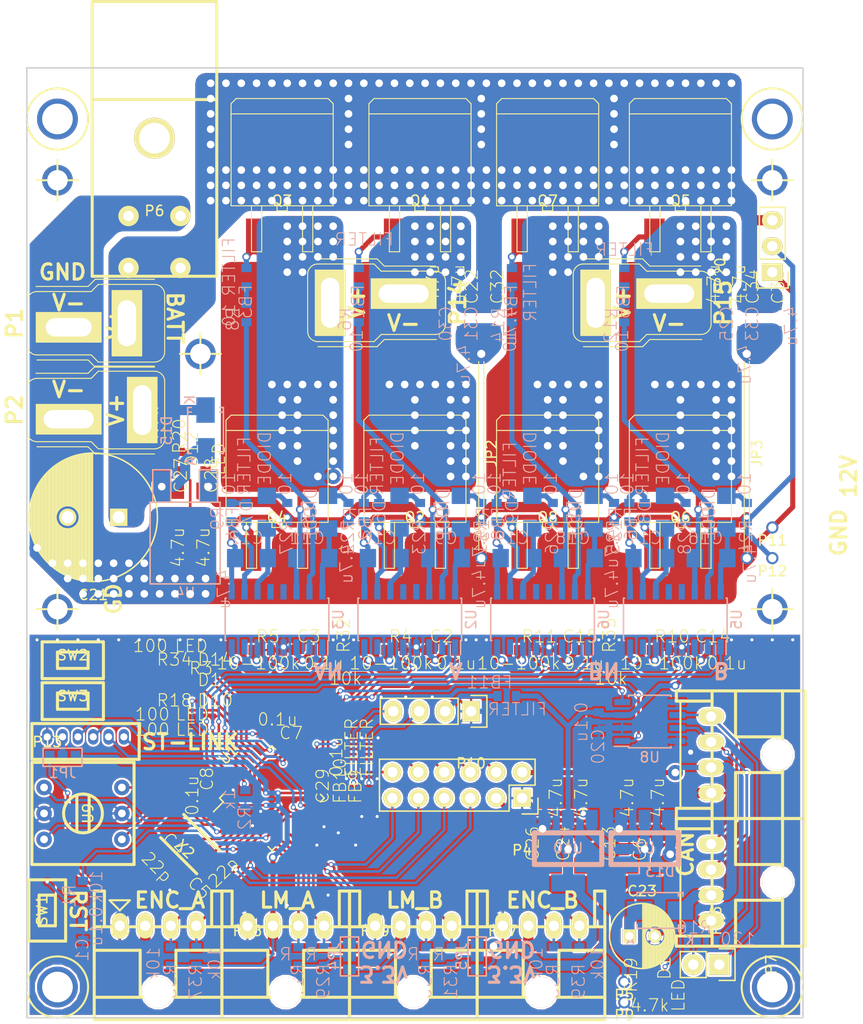
<source format=kicad_pcb>
(kicad_pcb (version 4) (host pcbnew 4.0.5)
  (layers (0 F.Cu signal) (31 B.Cu signal) (34 B.Paste user) (35 F.Paste user) (36 B.SilkS user) (37 F.SilkS user) (38 B.Mask user) (39 F.Mask user) (44 Edge.Cuts user))
  (net 0 "")
  (net 1 GND)
  (net 2 /NRST)
  (net 3 /OSC_IN)
  (net 4 /OSC_OUT)
  (net 5 +3.3V)
  (net 6 "Net-(C9-Pad1)")
  (net 7 +12V)
  (net 8 GNDPWR)
  (net 9 "Net-(C11-Pad1)")
  (net 10 /OUT_AN)
  (net 11 "Net-(C16-Pad1)")
  (net 12 "Net-(C18-Pad1)")
  (net 13 /OUT_BN)
  (net 14 +BATT)
  (net 15 "Net-(D1-Pad2)")
  (net 16 /ENC_Ab)
  (net 17 /ENC_Aa)
  (net 18 /ENC_Bb)
  (net 19 /ENC_Ba)
  (net 20 /CANL)
  (net 21 "Net-(P7-Pad2)")
  (net 22 /CANH)
  (net 23 /LIMIT_A1)
  (net 24 /LIMIT_A2)
  (net 25 /LIMIT_B1)
  (net 26 /LIMIT_B2)
  (net 27 /USART_RX)
  (net 28 /USART_TX)
  (net 29 /SWDIO)
  (net 30 /SWCLK)
  (net 31 /OUT_A)
  (net 32 /OUT_B)
  (net 33 /BOOT0)
  (net 34 "Net-(R4-Pad1)")
  (net 35 "Net-(R5-Pad1)")
  (net 36 "Net-(R6-Pad2)")
  (net 37 "Net-(R7-Pad2)")
  (net 38 "Net-(R8-Pad2)")
  (net 39 "Net-(R9-Pad2)")
  (net 40 "Net-(R10-Pad1)")
  (net 41 "Net-(R11-Pad1)")
  (net 42 "Net-(R12-Pad2)")
  (net 43 "Net-(R13-Pad2)")
  (net 44 "Net-(R14-Pad2)")
  (net 45 "Net-(R15-Pad2)")
  (net 46 /CAN_RX)
  (net 47 /PWM_A)
  (net 48 /PWM_AN)
  (net 49 /PWM_B)
  (net 50 /PWM_BN)
  (net 51 /CAN_TX)
  (net 52 /GD_12V)
  (net 53 "Net-(FB1-Pad1)")
  (net 54 "Net-(FB1-Pad2)")
  (net 55 "Net-(FB2-Pad1)")
  (net 56 "Net-(FB2-Pad2)")
  (net 57 "Net-(FB3-Pad1)")
  (net 58 "Net-(FB3-Pad2)")
  (net 59 "Net-(FB4-Pad1)")
  (net 60 "Net-(FB4-Pad2)")
  (net 61 "Net-(FB5-Pad1)")
  (net 62 "Net-(FB5-Pad2)")
  (net 63 "Net-(FB6-Pad1)")
  (net 64 "Net-(FB6-Pad2)")
  (net 65 "Net-(FB7-Pad1)")
  (net 66 "Net-(FB7-Pad2)")
  (net 67 "Net-(FB8-Pad1)")
  (net 68 "Net-(FB8-Pad2)")
  (net 69 "Net-(C10-Pad1)")
  (net 70 "Net-(C12-Pad1)")
  (net 71 "Net-(C17-Pad1)")
  (net 72 "Net-(C19-Pad1)")
  (net 73 "Net-(D10-Pad2)")
  (net 74 "Net-(D11-Pad2)")
  (net 75 "Net-(D12-Pad2)")
  (net 76 "Net-(D2-Pad1)")
  (net 77 "Net-(D3-Pad1)")
  (net 78 "Net-(D4-Pad1)")
  (net 79 "Net-(D5-Pad1)")
  (net 80 "Net-(D6-Pad1)")
  (net 81 "Net-(D7-Pad1)")
  (net 82 "Net-(D8-Pad1)")
  (net 83 "Net-(D9-Pad1)")
  (net 84 /SEL_1)
  (net 85 /SEL_2)
  (net 86 /SEL_4)
  (net 87 "Net-(JP1-Pad2)")
  (net 88 "Net-(C23-Pad1)")
  (net 89 "Net-(D14-Pad2)")
  (net 90 "Net-(C27-Pad1)")
  (net 91 +5V)
  (net 92 /EXIO_0)
  (net 93 /EXIO_1)
  (net 94 /LED_B)
  (net 95 /LED_A)
  (net 96 /SW1)
  (net 97 /SW2)
  (net 98 "Net-(JP4-Pad2)")
  (net 99 "Net-(JP5-Pad2)")
  (net 100 /SEL_8)
  (net 101 "Net-(FB9-Pad1)")
  (net 102 "Net-(FB10-Pad1)")
  (net 103 "Net-(FB11-Pad2)")
  (net 104 /MOTORA_EN)
  (net 105 /MOTORB_EN)
  (net 106 /VALVE_0)
  (net 107 /VALVE_1)
  (net 108 /VALVE_2)
  (net 109 /VALVE_3)
  (net 110 /V_RX)
  (net 111 "Net-(C25-Pad2)")
  (net 112 "Net-(C22-Pad2)")
  (module Capacitors_ThroughHole:C_Radial_D12.5_L25_P5 (layer F.Cu) (at 9 44 180)
    (fp_text reference C21 (at 2.5 -7.6 180) (layer F.SilkS))
    (fp_text value 470u)
    (pad 2 thru_hole circle (at 5 0 180) (size 1.7 1.7) (drill 1.2) (layers *.Cu *.Mask F.SilkS) (net 8 GNDPWR))
    (pad 1 thru_hole rect (at 0 0 180) (size 1.7 1.7) (drill 1.2) (layers *.Cu *.Mask F.SilkS) (net 14 +BATT))
  )
  (module RP_KiCAD_Libs:testPin (layer F.Cu) (at 73 45)
    (fp_text reference P11 (at 0 1.27) (layer F.SilkS))
    (fp_text value TST)
    (pad 1 thru_hole circle (at 0 0) (size 1.2 1.2) (drill 0.8) (layers *.Cu *.Mask) (net 8 GNDPWR))
  )
  (module Housings_SOIC:SOIC-8_3.9x4.9mm_Pitch1.27mm (layer B.Cu) (at 61 64)
    (fp_text reference U8 (at 0 3.5) (layer B.SilkS) (effects (justify mirror)))
    (fp_text value MAX3051)
    (pad 1 smd rect (at -2.7 1.905) (size 1.55 0.6) (layers B.Cu B.Paste B.Mask) (net 51 /CAN_TX))
    (pad 2 smd rect (at -2.7 0.635) (size 1.55 0.6) (layers B.Cu B.Paste B.Mask) (net 1 GND))
    (pad 3 smd rect (at -2.7 -0.635) (size 1.55 0.6) (layers B.Cu B.Paste B.Mask) (net 5 +3.3V))
    (pad 4 smd rect (at -2.7 -1.905) (size 1.55 0.6) (layers B.Cu B.Paste B.Mask) (net 46 /CAN_RX))
    (pad 5 smd rect (at 2.7 -1.905) (size 1.55 0.6) (layers B.Cu B.Paste B.Mask) (net 1 GND))
    (pad 6 smd rect (at 2.7 -0.635) (size 1.55 0.6) (layers B.Cu B.Paste B.Mask) (net 20 /CANL))
    (pad 7 smd rect (at 2.7 0.635) (size 1.55 0.6) (layers B.Cu B.Paste B.Mask) (net 22 /CANH))
    (pad 8 smd rect (at 2.7 1.905) (size 1.55 0.6) (layers B.Cu B.Paste B.Mask) (net 1 GND))
  )
  (module Housings_SOIC:SOIC-16_3.9x9.9mm_Pitch1.27mm (layer B.Cu) (at 37.5 54 90)
    (fp_text reference U2 (at 0 6 90) (layer B.SilkS) (effects (justify mirror)))
    (fp_text value SI8234)
    (pad 1 smd rect (at -2.7 4.445 90) (size 1.5 0.6) (layers B.Cu B.Paste B.Mask) (net 47 /PWM_A))
    (pad 2 smd rect (at -2.7 3.175 90) (size 1.5 0.6) (layers B.Cu B.Paste B.Mask))
    (pad 3 smd rect (at -2.7 1.905 90) (size 1.5 0.6) (layers B.Cu B.Paste B.Mask) (net 5 +3.3V))
    (pad 4 smd rect (at -2.7 0.635 90) (size 1.5 0.6) (layers B.Cu B.Paste B.Mask) (net 1 GND))
    (pad 5 smd rect (at -2.7 -0.635 90) (size 1.5 0.6) (layers B.Cu B.Paste B.Mask) (net 104 /MOTORA_EN))
    (pad 6 smd rect (at -2.7 -1.905 90) (size 1.5 0.6) (layers B.Cu B.Paste B.Mask) (net 34 "Net-(R4-Pad1)"))
    (pad 7 smd rect (at -2.7 -3.175 90) (size 1.5 0.6) (layers B.Cu B.Paste B.Mask))
    (pad 8 smd rect (at -2.7 -4.445 90) (size 1.5 0.6) (layers B.Cu B.Paste B.Mask) (net 5 +3.3V))
    (pad 9 smd rect (at 2.7 -4.445 90) (size 1.5 0.6) (layers B.Cu B.Paste B.Mask) (net 8 GNDPWR))
    (pad 10 smd rect (at 2.7 -3.175 90) (size 1.5 0.6) (layers B.Cu B.Paste B.Mask) (net 37 "Net-(R7-Pad2)"))
    (pad 11 smd rect (at 2.7 -1.905 90) (size 1.5 0.6) (layers B.Cu B.Paste B.Mask) (net 69 "Net-(C10-Pad1)"))
    (pad 12 smd rect (at 2.7 -0.635 90) (size 1.5 0.6) (layers B.Cu B.Paste B.Mask))
    (pad 13 smd rect (at 2.7 0.635 90) (size 1.5 0.6) (layers B.Cu B.Paste B.Mask))
    (pad 14 smd rect (at 2.7 1.905 90) (size 1.5 0.6) (layers B.Cu B.Paste B.Mask) (net 31 /OUT_A))
    (pad 15 smd rect (at 2.7 3.175 90) (size 1.5 0.6) (layers B.Cu B.Paste B.Mask) (net 36 "Net-(R6-Pad2)"))
    (pad 16 smd rect (at 2.7 4.445 90) (size 1.5 0.6) (layers B.Cu B.Paste B.Mask) (net 6 "Net-(C9-Pad1)"))
  )
  (module RP_KiCAD_Libs:C1608_WP (layer F.Cu) (at 23 57)
    (fp_text reference R5 (at -0.635 -0.635) (layer F.SilkS) (effects (font (size 1.2065 1.2065) (thickness 0.1016)) (justify left bottom)))
    (fp_text value 10-100k (at -4.5 2) (layer F.SilkS) (effects (font (size 1.2065 1.2065) (thickness 0.1016)) (justify left bottom)))
    (pad 1 smd rect (at -0.9 0) (size 0.8 1) (layers F.Cu F.Paste F.Mask) (net 35 "Net-(R5-Pad1)"))
    (pad 2 smd rect (at 0.9 0) (size 0.8 1) (layers F.Cu F.Paste F.Mask) (net 1 GND))
  )
  (module TO_SOT_Packages_SMD:TO-252-2Lead_regu (layer B.Cu) (at 15.5 41)
    (fp_text reference U4 (at 0 10.414) (layer B.SilkS) (effects (justify mirror)))
    (fp_text value LM7812)
    (pad VI smd rect (at -2.286 0) (size 1.651 3.048) (layers B.Cu B.Paste B.Mask) (net 90 "Net-(C27-Pad1)"))
    (pad GND smd rect (at 0 6.35) (size 6.096 6.096) (layers B.Cu B.Paste B.Mask) (net 8 GNDPWR))
    (pad VO smd rect (at 2.286 0) (size 1.651 3.048) (layers B.Cu B.Paste B.Mask) (net 52 /GD_12V))
  )
  (module Housings_QFP:LQFP-48_7x7mm_Pitch0.5mm (layer F.Cu) (at 24 71.5 45)
    (fp_text reference U1 (at 0 -6 45) (layer F.SilkS))
    (fp_text value STM32F103_48)
    (pad 1 smd rect (at -4.35 -2.75 45) (size 1.3 0.25) (layers F.Cu F.Paste F.Mask) (net 5 +3.3V))
    (pad 2 smd rect (at -4.35 -2.25 45) (size 1.3 0.25) (layers F.Cu F.Paste F.Mask) (net 84 /SEL_1))
    (pad 3 smd rect (at -4.35 -1.75 45) (size 1.3 0.25) (layers F.Cu F.Paste F.Mask) (net 85 /SEL_2))
    (pad 4 smd rect (at -4.35 -1.25 45) (size 1.3 0.25) (layers F.Cu F.Paste F.Mask) (net 86 /SEL_4))
    (pad 5 smd rect (at -4.35 -0.75 45) (size 1.3 0.25) (layers F.Cu F.Paste F.Mask) (net 3 /OSC_IN))
    (pad 6 smd rect (at -4.35 -0.25 45) (size 1.3 0.25) (layers F.Cu F.Paste F.Mask) (net 4 /OSC_OUT))
    (pad 7 smd rect (at -4.35 0.25 45) (size 1.3 0.25) (layers F.Cu F.Paste F.Mask) (net 2 /NRST))
    (pad 8 smd rect (at -4.35 0.75 45) (size 1.3 0.25) (layers F.Cu F.Paste F.Mask) (net 1 GND))
    (pad 9 smd rect (at -4.35 1.25 45) (size 1.3 0.25) (layers F.Cu F.Paste F.Mask) (net 5 +3.3V))
    (pad 10 smd rect (at -4.35 1.75 45) (size 1.3 0.25) (layers F.Cu F.Paste F.Mask) (net 17 /ENC_Aa))
    (pad 11 smd rect (at -4.35 2.25 45) (size 1.3 0.25) (layers F.Cu F.Paste F.Mask) (net 16 /ENC_Ab))
    (pad 12 smd rect (at -4.35 2.75 45) (size 1.3 0.25) (layers F.Cu F.Paste F.Mask) (net 23 /LIMIT_A1))
    (pad 13 smd rect (at -2.75 4.35 135) (size 1.3 0.25) (layers F.Cu F.Paste F.Mask) (net 24 /LIMIT_A2))
    (pad 14 smd rect (at -2.25 4.35 135) (size 1.3 0.25) (layers F.Cu F.Paste F.Mask) (net 25 /LIMIT_B1))
    (pad 15 smd rect (at -1.75 4.35 135) (size 1.3 0.25) (layers F.Cu F.Paste F.Mask) (net 26 /LIMIT_B2))
    (pad 16 smd rect (at -1.25 4.35 135) (size 1.3 0.25) (layers F.Cu F.Paste F.Mask) (net 19 /ENC_Ba))
    (pad 17 smd rect (at -0.75 4.35 135) (size 1.3 0.25) (layers F.Cu F.Paste F.Mask) (net 18 /ENC_Bb))
    (pad 18 smd rect (at -0.25 4.35 135) (size 1.3 0.25) (layers F.Cu F.Paste F.Mask) (net 101 "Net-(FB9-Pad1)"))
    (pad 19 smd rect (at 0.25 4.35 135) (size 1.3 0.25) (layers F.Cu F.Paste F.Mask) (net 102 "Net-(FB10-Pad1)"))
    (pad 20 smd rect (at 0.75 4.35 135) (size 1.3 0.25) (layers F.Cu F.Paste F.Mask) (net 100 /SEL_8))
    (pad 21 smd rect (at 1.25 4.35 135) (size 1.3 0.25) (layers F.Cu F.Paste F.Mask) (net 28 /USART_TX))
    (pad 22 smd rect (at 1.75 4.35 135) (size 1.3 0.25) (layers F.Cu F.Paste F.Mask) (net 27 /USART_RX))
    (pad 23 smd rect (at 2.25 4.35 135) (size 1.3 0.25) (layers F.Cu F.Paste F.Mask) (net 1 GND))
    (pad 24 smd rect (at 2.75 4.35 135) (size 1.3 0.25) (layers F.Cu F.Paste F.Mask) (net 5 +3.3V))
    (pad 25 smd rect (at 4.35 2.75 45) (size 1.3 0.25) (layers F.Cu F.Paste F.Mask) (net 106 /VALVE_0))
    (pad 26 smd rect (at 4.35 2.25 45) (size 1.3 0.25) (layers F.Cu F.Paste F.Mask) (net 107 /VALVE_1))
    (pad 27 smd rect (at 4.35 1.75 45) (size 1.3 0.25) (layers F.Cu F.Paste F.Mask) (net 108 /VALVE_2))
    (pad 28 smd rect (at 4.35 1.25 45) (size 1.3 0.25) (layers F.Cu F.Paste F.Mask) (net 109 /VALVE_3))
    (pad 29 smd rect (at 4.35 0.75 45) (size 1.3 0.25) (layers F.Cu F.Paste F.Mask) (net 105 /MOTORB_EN))
    (pad 30 smd rect (at 4.35 0.25 45) (size 1.3 0.25) (layers F.Cu F.Paste F.Mask) (net 104 /MOTORA_EN))
    (pad 31 smd rect (at 4.35 -0.25 45) (size 1.3 0.25) (layers F.Cu F.Paste F.Mask) (net 110 /V_RX))
    (pad 32 smd rect (at 4.35 -0.75 45) (size 1.3 0.25) (layers F.Cu F.Paste F.Mask) (net 46 /CAN_RX))
    (pad 33 smd rect (at 4.35 -1.25 45) (size 1.3 0.25) (layers F.Cu F.Paste F.Mask) (net 51 /CAN_TX))
    (pad 34 smd rect (at 4.35 -1.75 45) (size 1.3 0.25) (layers F.Cu F.Paste F.Mask) (net 29 /SWDIO))
    (pad 35 smd rect (at 4.35 -2.25 45) (size 1.3 0.25) (layers F.Cu F.Paste F.Mask) (net 1 GND))
    (pad 36 smd rect (at 4.35 -2.75 45) (size 1.3 0.25) (layers F.Cu F.Paste F.Mask) (net 5 +3.3V))
    (pad 37 smd rect (at 2.75 -4.35 135) (size 1.3 0.25) (layers F.Cu F.Paste F.Mask) (net 30 /SWCLK))
    (pad 38 smd rect (at 2.25 -4.35 135) (size 1.3 0.25) (layers F.Cu F.Paste F.Mask) (net 95 /LED_A))
    (pad 39 smd rect (at 1.75 -4.35 135) (size 1.3 0.25) (layers F.Cu F.Paste F.Mask) (net 94 /LED_B))
    (pad 40 smd rect (at 1.25 -4.35 135) (size 1.3 0.25) (layers F.Cu F.Paste F.Mask) (net 96 /SW1))
    (pad 41 smd rect (at 0.75 -4.35 135) (size 1.3 0.25) (layers F.Cu F.Paste F.Mask) (net 97 /SW2))
    (pad 42 smd rect (at 0.25 -4.35 135) (size 1.3 0.25) (layers F.Cu F.Paste F.Mask) (net 49 /PWM_B))
    (pad 43 smd rect (at -0.25 -4.35 135) (size 1.3 0.25) (layers F.Cu F.Paste F.Mask) (net 50 /PWM_BN))
    (pad 44 smd rect (at -0.75 -4.35 135) (size 1.3 0.25) (layers F.Cu F.Paste F.Mask) (net 33 /BOOT0))
    (pad 45 smd rect (at -1.25 -4.35 135) (size 1.3 0.25) (layers F.Cu F.Paste F.Mask) (net 47 /PWM_A))
    (pad 46 smd rect (at -1.75 -4.35 135) (size 1.3 0.25) (layers F.Cu F.Paste F.Mask) (net 48 /PWM_AN))
    (pad 47 smd rect (at -2.25 -4.35 135) (size 1.3 0.25) (layers F.Cu F.Paste F.Mask) (net 1 GND))
    (pad 48 smd rect (at -2.75 -4.35 135) (size 1.3 0.25) (layers F.Cu F.Paste F.Mask) (net 5 +3.3V))
  )
  (module Capacitors_ThroughHole:C_Radial_D6.3_L11.2_P2.5 (layer F.Cu) (at 59 85)
    (fp_text reference C23 (at 1.25 -4.4) (layer F.SilkS))
    (fp_text value 100u)
    (pad 2 thru_hole circle (at 2.5 0) (size 1.3 1.3) (drill 0.8) (layers *.Cu *.Mask F.SilkS) (net 1 GND))
    (pad 1 thru_hole rect (at 0 0) (size 1.3 1.3) (drill 0.8) (layers *.Cu *.Mask F.SilkS) (net 88 "Net-(C23-Pad1)"))
  )
  (module RP_KiCAD_Libs:C3216 (layer B.Cu) (at 41 48 180)
    (fp_text reference C9 (at -1.27 1.27 180) (layer B.SilkS) (effects (font (size 1.2065 1.2065) (thickness 0.1016)) (justify left bottom mirror)))
    (fp_text value 4.7u (at -4 3 270) (layer B.SilkS) (effects (font (size 1.2065 1.2065) (thickness 0.1016)) (justify left bottom mirror)))
    (pad 1 smd rect (at -1.6 0 180) (size 1.6 1.8) (layers B.Cu B.Paste B.Mask) (net 6 "Net-(C9-Pad1)"))
    (pad 2 smd rect (at 1.6 0 180) (size 1.6 1.8) (layers B.Cu B.Paste B.Mask) (net 31 /OUT_A))
  )
  (module RP_KiCAD_Libs:C3216 (layer B.Cu) (at 35 48 180)
    (fp_text reference C10 (at -1.27 1.27 180) (layer B.SilkS) (effects (font (size 1.2065 1.2065) (thickness 0.1016)) (justify left bottom mirror)))
    (fp_text value 4.7u (at 3 1.5 270) (layer B.SilkS) (effects (font (size 1.2065 1.2065) (thickness 0.1016)) (justify left bottom mirror)))
    (pad 1 smd rect (at -1.6 0 180) (size 1.6 1.8) (layers B.Cu B.Paste B.Mask) (net 69 "Net-(C10-Pad1)"))
    (pad 2 smd rect (at 1.6 0 180) (size 1.6 1.8) (layers B.Cu B.Paste B.Mask) (net 8 GNDPWR))
  )
  (module RP_KiCAD_Libs:C3216 (layer B.Cu) (at 28 48 180)
    (fp_text reference C11 (at -1.27 1.27 180) (layer B.SilkS) (effects (font (size 1.2065 1.2065) (thickness 0.1016)) (justify left bottom mirror)))
    (fp_text value 4.7u (at -4 1.5 270) (layer B.SilkS) (effects (font (size 1.2065 1.2065) (thickness 0.1016)) (justify left bottom mirror)))
    (pad 1 smd rect (at -1.6 0 180) (size 1.6 1.8) (layers B.Cu B.Paste B.Mask) (net 9 "Net-(C11-Pad1)"))
    (pad 2 smd rect (at 1.6 0 180) (size 1.6 1.8) (layers B.Cu B.Paste B.Mask) (net 10 /OUT_AN))
  )
  (module RP_KiCAD_Libs:C3216 (layer B.Cu) (at 22 48 180)
    (fp_text reference C12 (at -1.27 1.27 180) (layer B.SilkS) (effects (font (size 1.2065 1.2065) (thickness 0.1016)) (justify left bottom mirror)))
    (fp_text value 4.7u (at 2 -1 270) (layer B.SilkS) (effects (font (size 1.2065 1.2065) (thickness 0.1016)) (justify left bottom mirror)))
    (pad 1 smd rect (at -1.6 0 180) (size 1.6 1.8) (layers B.Cu B.Paste B.Mask) (net 70 "Net-(C12-Pad1)"))
    (pad 2 smd rect (at 1.6 0 180) (size 1.6 1.8) (layers B.Cu B.Paste B.Mask) (net 8 GNDPWR))
  )
  (module RP_KiCAD_Libs:C3216 (layer B.Cu) (at 67 48 180)
    (fp_text reference C16 (at -1.27 1.27 180) (layer B.SilkS) (effects (font (size 1.2065 1.2065) (thickness 0.1016)) (justify left bottom mirror)))
    (fp_text value 4.7u (at -4.5 1.5 270) (layer B.SilkS) (effects (font (size 1.2065 1.2065) (thickness 0.1016)) (justify left bottom mirror)))
    (pad 1 smd rect (at -1.6 0 180) (size 1.6 1.8) (layers B.Cu B.Paste B.Mask) (net 11 "Net-(C16-Pad1)"))
    (pad 2 smd rect (at 1.6 0 180) (size 1.6 1.8) (layers B.Cu B.Paste B.Mask) (net 32 /OUT_B))
  )
  (module RP_KiCAD_Libs:C3216 (layer B.Cu) (at 61 48 180)
    (fp_text reference C17 (at -1.27 1.27 180) (layer B.SilkS) (effects (font (size 1.2065 1.2065) (thickness 0.1016)) (justify left bottom mirror)))
    (fp_text value 4.7u (at 3 -1 270) (layer B.SilkS) (effects (font (size 1.2065 1.2065) (thickness 0.1016)) (justify left bottom mirror)))
    (pad 1 smd rect (at -1.6 0 180) (size 1.6 1.8) (layers B.Cu B.Paste B.Mask) (net 71 "Net-(C17-Pad1)"))
    (pad 2 smd rect (at 1.6 0 180) (size 1.6 1.8) (layers B.Cu B.Paste B.Mask) (net 8 GNDPWR))
  )
  (module RP_KiCAD_Libs:C3216 (layer B.Cu) (at 54 48 180)
    (fp_text reference C18 (at -1.27 1.27 180) (layer B.SilkS) (effects (font (size 1.2065 1.2065) (thickness 0.1016)) (justify left bottom mirror)))
    (fp_text value 4.7u (at -4 3 270) (layer B.SilkS) (effects (font (size 1.2065 1.2065) (thickness 0.1016)) (justify left bottom mirror)))
    (pad 1 smd rect (at -1.6 0 180) (size 1.6 1.8) (layers B.Cu B.Paste B.Mask) (net 12 "Net-(C18-Pad1)"))
    (pad 2 smd rect (at 1.6 0 180) (size 1.6 1.8) (layers B.Cu B.Paste B.Mask) (net 13 /OUT_BN))
  )
  (module RP_KiCAD_Libs:C3216 (layer B.Cu) (at 48 48 180)
    (fp_text reference C19 (at -1.27 1.27 180) (layer B.SilkS) (effects (font (size 1.2065 1.2065) (thickness 0.1016)) (justify left bottom mirror)))
    (fp_text value 4.7u (at 3 -1 270) (layer B.SilkS) (effects (font (size 1.2065 1.2065) (thickness 0.1016)) (justify left bottom mirror)))
    (pad 1 smd rect (at -1.6 0 180) (size 1.6 1.8) (layers B.Cu B.Paste B.Mask) (net 72 "Net-(C19-Pad1)"))
    (pad 2 smd rect (at 1.6 0 180) (size 1.6 1.8) (layers B.Cu B.Paste B.Mask) (net 8 GNDPWR))
  )
  (module RP_KiCAD_Libs:C3216 (layer B.Cu) (at 42.5 43.5 270)
    (fp_text reference D2 (at -1.27 1.27 270) (layer B.SilkS) (effects (font (size 1.2065 1.2065) (thickness 0.1016)) (justify left bottom mirror)))
    (fp_text value DIODE (at -2.5 1 450) (layer B.SilkS) (effects (font (size 1.2065 1.2065) (thickness 0.1016)) (justify left bottom mirror)))
    (pad 1 smd rect (at -1.6 0 270) (size 1.6 1.8) (layers B.Cu B.Paste B.Mask) (net 76 "Net-(D2-Pad1)"))
    (pad 2 smd rect (at 1.6 0 270) (size 1.6 1.8) (layers B.Cu B.Paste B.Mask) (net 6 "Net-(C9-Pad1)"))
  )
  (module RP_KiCAD_Libs:C3216 (layer B.Cu) (at 29.5 43.5 270)
    (fp_text reference D3 (at -1.27 1.27 270) (layer B.SilkS) (effects (font (size 1.2065 1.2065) (thickness 0.1016)) (justify left bottom mirror)))
    (fp_text value DIODE (at -2.5 1 270) (layer B.SilkS) (effects (font (size 1.2065 1.2065) (thickness 0.1016)) (justify left bottom mirror)))
    (pad 1 smd rect (at -1.6 0 270) (size 1.6 1.8) (layers B.Cu B.Paste B.Mask) (net 77 "Net-(D3-Pad1)"))
    (pad 2 smd rect (at 1.6 0 270) (size 1.6 1.8) (layers B.Cu B.Paste B.Mask) (net 9 "Net-(C11-Pad1)"))
  )
  (module RP_KiCAD_Libs:C3216 (layer B.Cu) (at 68.5 43.5 270)
    (fp_text reference D4 (at -1.27 1.27 270) (layer B.SilkS) (effects (font (size 1.2065 1.2065) (thickness 0.1016)) (justify left bottom mirror)))
    (fp_text value DIODE (at -2.5 1 450) (layer B.SilkS) (effects (font (size 1.2065 1.2065) (thickness 0.1016)) (justify left bottom mirror)))
    (pad 1 smd rect (at -1.6 0 270) (size 1.6 1.8) (layers B.Cu B.Paste B.Mask) (net 78 "Net-(D4-Pad1)"))
    (pad 2 smd rect (at 1.6 0 270) (size 1.6 1.8) (layers B.Cu B.Paste B.Mask) (net 11 "Net-(C16-Pad1)"))
  )
  (module RP_KiCAD_Libs:C3216 (layer B.Cu) (at 55.5 43.5 270)
    (fp_text reference D5 (at -1.27 1.27 270) (layer B.SilkS) (effects (font (size 1.2065 1.2065) (thickness 0.1016)) (justify left bottom mirror)))
    (fp_text value DIODE (at -2.5 1 270) (layer B.SilkS) (effects (font (size 1.2065 1.2065) (thickness 0.1016)) (justify left bottom mirror)))
    (pad 1 smd rect (at -1.6 0 270) (size 1.6 1.8) (layers B.Cu B.Paste B.Mask) (net 79 "Net-(D5-Pad1)"))
    (pad 2 smd rect (at 1.6 0 270) (size 1.6 1.8) (layers B.Cu B.Paste B.Mask) (net 12 "Net-(C18-Pad1)"))
  )
  (module Pin_Headers:Pin_Header_Straight_1x02 (layer F.Cu) (at 67.8 87.8 270)
    (fp_text reference P7 (at 0 -5.1 270) (layer F.SilkS))
    (fp_text value CONN_01X02)
    (pad 1 thru_hole rect (at 0 0 270) (size 2.032 2.032) (drill 1.016) (layers *.Cu *.Mask F.SilkS) (net 20 /CANL))
    (pad 2 thru_hole oval (at 0 2.54 270) (size 2.032 2.032) (drill 1.016) (layers *.Cu *.Mask F.SilkS) (net 21 "Net-(P7-Pad2)"))
  )
  (module Housings_SOIC:SOIC-16_3.9x9.9mm_Pitch1.27mm (layer B.Cu) (at 24.5 54 90)
    (fp_text reference U3 (at 0 6 90) (layer B.SilkS) (effects (justify mirror)))
    (fp_text value SI8234)
    (pad 1 smd rect (at -2.7 4.445 90) (size 1.5 0.6) (layers B.Cu B.Paste B.Mask) (net 48 /PWM_AN))
    (pad 2 smd rect (at -2.7 3.175 90) (size 1.5 0.6) (layers B.Cu B.Paste B.Mask))
    (pad 3 smd rect (at -2.7 1.905 90) (size 1.5 0.6) (layers B.Cu B.Paste B.Mask) (net 5 +3.3V))
    (pad 4 smd rect (at -2.7 0.635 90) (size 1.5 0.6) (layers B.Cu B.Paste B.Mask) (net 1 GND))
    (pad 5 smd rect (at -2.7 -0.635 90) (size 1.5 0.6) (layers B.Cu B.Paste B.Mask) (net 104 /MOTORA_EN))
    (pad 6 smd rect (at -2.7 -1.905 90) (size 1.5 0.6) (layers B.Cu B.Paste B.Mask) (net 35 "Net-(R5-Pad1)"))
    (pad 7 smd rect (at -2.7 -3.175 90) (size 1.5 0.6) (layers B.Cu B.Paste B.Mask))
    (pad 8 smd rect (at -2.7 -4.445 90) (size 1.5 0.6) (layers B.Cu B.Paste B.Mask) (net 5 +3.3V))
    (pad 9 smd rect (at 2.7 -4.445 90) (size 1.5 0.6) (layers B.Cu B.Paste B.Mask) (net 8 GNDPWR))
    (pad 10 smd rect (at 2.7 -3.175 90) (size 1.5 0.6) (layers B.Cu B.Paste B.Mask) (net 39 "Net-(R9-Pad2)"))
    (pad 11 smd rect (at 2.7 -1.905 90) (size 1.5 0.6) (layers B.Cu B.Paste B.Mask) (net 70 "Net-(C12-Pad1)"))
    (pad 12 smd rect (at 2.7 -0.635 90) (size 1.5 0.6) (layers B.Cu B.Paste B.Mask))
    (pad 13 smd rect (at 2.7 0.635 90) (size 1.5 0.6) (layers B.Cu B.Paste B.Mask))
    (pad 14 smd rect (at 2.7 1.905 90) (size 1.5 0.6) (layers B.Cu B.Paste B.Mask) (net 10 /OUT_AN))
    (pad 15 smd rect (at 2.7 3.175 90) (size 1.5 0.6) (layers B.Cu B.Paste B.Mask) (net 38 "Net-(R8-Pad2)"))
    (pad 16 smd rect (at 2.7 4.445 90) (size 1.5 0.6) (layers B.Cu B.Paste B.Mask) (net 9 "Net-(C11-Pad1)"))
  )
  (module Housings_SOIC:SOIC-16_3.9x9.9mm_Pitch1.27mm (layer B.Cu) (at 63.5 54 90)
    (fp_text reference U5 (at 0 6 90) (layer B.SilkS) (effects (justify mirror)))
    (fp_text value SI8234)
    (pad 1 smd rect (at -2.7 4.445 90) (size 1.5 0.6) (layers B.Cu B.Paste B.Mask) (net 49 /PWM_B))
    (pad 2 smd rect (at -2.7 3.175 90) (size 1.5 0.6) (layers B.Cu B.Paste B.Mask))
    (pad 3 smd rect (at -2.7 1.905 90) (size 1.5 0.6) (layers B.Cu B.Paste B.Mask) (net 5 +3.3V))
    (pad 4 smd rect (at -2.7 0.635 90) (size 1.5 0.6) (layers B.Cu B.Paste B.Mask) (net 1 GND))
    (pad 5 smd rect (at -2.7 -0.635 90) (size 1.5 0.6) (layers B.Cu B.Paste B.Mask) (net 105 /MOTORB_EN))
    (pad 6 smd rect (at -2.7 -1.905 90) (size 1.5 0.6) (layers B.Cu B.Paste B.Mask) (net 40 "Net-(R10-Pad1)"))
    (pad 7 smd rect (at -2.7 -3.175 90) (size 1.5 0.6) (layers B.Cu B.Paste B.Mask))
    (pad 8 smd rect (at -2.7 -4.445 90) (size 1.5 0.6) (layers B.Cu B.Paste B.Mask) (net 5 +3.3V))
    (pad 9 smd rect (at 2.7 -4.445 90) (size 1.5 0.6) (layers B.Cu B.Paste B.Mask) (net 8 GNDPWR))
    (pad 10 smd rect (at 2.7 -3.175 90) (size 1.5 0.6) (layers B.Cu B.Paste B.Mask) (net 43 "Net-(R13-Pad2)"))
    (pad 11 smd rect (at 2.7 -1.905 90) (size 1.5 0.6) (layers B.Cu B.Paste B.Mask) (net 71 "Net-(C17-Pad1)"))
    (pad 12 smd rect (at 2.7 -0.635 90) (size 1.5 0.6) (layers B.Cu B.Paste B.Mask))
    (pad 13 smd rect (at 2.7 0.635 90) (size 1.5 0.6) (layers B.Cu B.Paste B.Mask))
    (pad 14 smd rect (at 2.7 1.905 90) (size 1.5 0.6) (layers B.Cu B.Paste B.Mask) (net 32 /OUT_B))
    (pad 15 smd rect (at 2.7 3.175 90) (size 1.5 0.6) (layers B.Cu B.Paste B.Mask) (net 42 "Net-(R12-Pad2)"))
    (pad 16 smd rect (at 2.7 4.445 90) (size 1.5 0.6) (layers B.Cu B.Paste B.Mask) (net 11 "Net-(C16-Pad1)"))
  )
  (module Housings_SOIC:SOIC-16_3.9x9.9mm_Pitch1.27mm (layer B.Cu) (at 50.5 54 90)
    (fp_text reference U6 (at 0 6 90) (layer B.SilkS) (effects (justify mirror)))
    (fp_text value SI8234)
    (pad 1 smd rect (at -2.7 4.445 90) (size 1.5 0.6) (layers B.Cu B.Paste B.Mask) (net 50 /PWM_BN))
    (pad 2 smd rect (at -2.7 3.175 90) (size 1.5 0.6) (layers B.Cu B.Paste B.Mask))
    (pad 3 smd rect (at -2.7 1.905 90) (size 1.5 0.6) (layers B.Cu B.Paste B.Mask) (net 5 +3.3V))
    (pad 4 smd rect (at -2.7 0.635 90) (size 1.5 0.6) (layers B.Cu B.Paste B.Mask) (net 1 GND))
    (pad 5 smd rect (at -2.7 -0.635 90) (size 1.5 0.6) (layers B.Cu B.Paste B.Mask) (net 105 /MOTORB_EN))
    (pad 6 smd rect (at -2.7 -1.905 90) (size 1.5 0.6) (layers B.Cu B.Paste B.Mask) (net 41 "Net-(R11-Pad1)"))
    (pad 7 smd rect (at -2.7 -3.175 90) (size 1.5 0.6) (layers B.Cu B.Paste B.Mask))
    (pad 8 smd rect (at -2.7 -4.445 90) (size 1.5 0.6) (layers B.Cu B.Paste B.Mask) (net 5 +3.3V))
    (pad 9 smd rect (at 2.7 -4.445 90) (size 1.5 0.6) (layers B.Cu B.Paste B.Mask) (net 8 GNDPWR))
    (pad 10 smd rect (at 2.7 -3.175 90) (size 1.5 0.6) (layers B.Cu B.Paste B.Mask) (net 45 "Net-(R15-Pad2)"))
    (pad 11 smd rect (at 2.7 -1.905 90) (size 1.5 0.6) (layers B.Cu B.Paste B.Mask) (net 72 "Net-(C19-Pad1)"))
    (pad 12 smd rect (at 2.7 -0.635 90) (size 1.5 0.6) (layers B.Cu B.Paste B.Mask))
    (pad 13 smd rect (at 2.7 0.635 90) (size 1.5 0.6) (layers B.Cu B.Paste B.Mask))
    (pad 14 smd rect (at 2.7 1.905 90) (size 1.5 0.6) (layers B.Cu B.Paste B.Mask) (net 13 /OUT_BN))
    (pad 15 smd rect (at 2.7 3.175 90) (size 1.5 0.6) (layers B.Cu B.Paste B.Mask) (net 44 "Net-(R14-Pad2)"))
    (pad 16 smd rect (at 2.7 4.445 90) (size 1.5 0.6) (layers B.Cu B.Paste B.Mask) (net 12 "Net-(C18-Pad1)"))
  )
  (module RP_KiCAD_Libs:C3216 (layer F.Cu) (at 14.5 43 270)
    (fp_text reference C27 (at -1.27 -1.27 270) (layer F.SilkS) (effects (font (size 1.2065 1.2065) (thickness 0.1016)) (justify left bottom)))
    (fp_text value 4.7u (at 6 -1 270) (layer F.SilkS) (effects (font (size 1.2065 1.2065) (thickness 0.1016)) (justify left bottom)))
    (pad 1 smd rect (at -1.6 0 270) (size 1.6 1.8) (layers F.Cu F.Paste F.Mask) (net 90 "Net-(C27-Pad1)"))
    (pad 2 smd rect (at 1.6 0 270) (size 1.6 1.8) (layers F.Cu F.Paste F.Mask) (net 8 GNDPWR))
  )
  (module RP_KiCAD_Libs:C3216 (layer F.Cu) (at 17.5 43 270)
    (fp_text reference C28 (at -1.27 -1.27 270) (layer F.SilkS) (effects (font (size 1.2065 1.2065) (thickness 0.1016)) (justify left bottom)))
    (fp_text value 4.7u (at 6 -0.5 270) (layer F.SilkS) (effects (font (size 1.2065 1.2065) (thickness 0.1016)) (justify left bottom)))
    (pad 1 smd rect (at -1.6 0 270) (size 1.6 1.8) (layers F.Cu F.Paste F.Mask) (net 52 /GD_12V))
    (pad 2 smd rect (at 1.6 0 270) (size 1.6 1.8) (layers F.Cu F.Paste F.Mask) (net 8 GNDPWR))
  )
  (module RP_KiCAD_Libs:C1608_WP (layer B.Cu) (at 5.5 84.5 90)
    (fp_text reference C1 (at -0.635 0.635 90) (layer B.SilkS) (effects (font (size 1.2065 1.2065) (thickness 0.1016)) (justify left bottom mirror)))
    (fp_text value 0.1u (at 2.5 2 270) (layer B.SilkS) (effects (font (size 1.2065 1.2065) (thickness 0.1016)) (justify left bottom mirror)))
    (pad 1 smd rect (at -0.9 0 90) (size 0.8 1) (layers B.Cu B.Paste B.Mask) (net 1 GND))
    (pad 2 smd rect (at 0.9 0 90) (size 0.8 1) (layers B.Cu B.Paste B.Mask) (net 2 /NRST))
  )
  (module RP_KiCAD_Libs:C1608_WP (layer F.Cu) (at 40 57)
    (fp_text reference C2 (at -0.635 -0.635) (layer F.SilkS) (effects (font (size 1.2065 1.2065) (thickness 0.1016)) (justify left bottom)))
    (fp_text value 0.1u (at 0 2) (layer F.SilkS) (effects (font (size 1.2065 1.2065) (thickness 0.1016)) (justify left bottom)))
    (pad 1 smd rect (at -0.9 0) (size 0.8 1) (layers F.Cu F.Paste F.Mask) (net 1 GND))
    (pad 2 smd rect (at 0.9 0) (size 0.8 1) (layers F.Cu F.Paste F.Mask) (net 5 +3.3V))
  )
  (module RP_KiCAD_Libs:C1608_WP (layer F.Cu) (at 13 76.5 315)
    (fp_text reference C4 (at -0.635 -0.635 315) (layer F.SilkS) (effects (font (size 1.2065 1.2065) (thickness 0.1016)) (justify left bottom)))
    (fp_text value 22p (at -0.707107 2.12132 315) (layer F.SilkS) (effects (font (size 1.2065 1.2065) (thickness 0.1016)) (justify left bottom)))
    (pad 1 smd rect (at -0.9 0 315) (size 0.8 1) (layers F.Cu F.Paste F.Mask) (net 3 /OSC_IN))
    (pad 2 smd rect (at 0.9 0 315) (size 0.8 1) (layers F.Cu F.Paste F.Mask) (net 1 GND))
  )
  (module RP_KiCAD_Libs:C1608_WP (layer F.Cu) (at 15.5 79 135)
    (fp_text reference C5 (at -0.635 -0.635 135) (layer F.SilkS) (effects (font (size 1.2065 1.2065) (thickness 0.1016)) (justify left bottom)))
    (fp_text value 22p (at -3.181981 1.06066 225) (layer F.SilkS) (effects (font (size 1.2065 1.2065) (thickness 0.1016)) (justify left bottom)))
    (pad 1 smd rect (at -0.9 0 135) (size 0.8 1) (layers F.Cu F.Paste F.Mask) (net 4 /OSC_OUT))
    (pad 2 smd rect (at 0.9 0 135) (size 0.8 1) (layers F.Cu F.Paste F.Mask) (net 1 GND))
  )
  (module RP_KiCAD_Libs:C1608_WP (layer F.Cu) (at 24 65.2 180)
    (fp_text reference C7 (at -0.635 -0.635 180) (layer F.SilkS) (effects (font (size 1.2065 1.2065) (thickness 0.1016)) (justify left bottom)))
    (fp_text value 0.1u (at 1.5 0.7 180) (layer F.SilkS) (effects (font (size 1.2065 1.2065) (thickness 0.1016)) (justify left bottom)))
    (pad 1 smd rect (at -0.9 0 180) (size 0.8 1) (layers F.Cu F.Paste F.Mask) (net 1 GND))
    (pad 2 smd rect (at 0.9 0 180) (size 0.8 1) (layers F.Cu F.Paste F.Mask) (net 5 +3.3V))
  )
  (module RP_KiCAD_Libs:C1608_WP (layer F.Cu) (at 17.7 71.5 270)
    (fp_text reference C8 (at -0.635 -0.635 270) (layer F.SilkS) (effects (font (size 1.2065 1.2065) (thickness 0.1016)) (justify left bottom)))
    (fp_text value 0.1u (at 1.8 0.8 270) (layer F.SilkS) (effects (font (size 1.2065 1.2065) (thickness 0.1016)) (justify left bottom)))
    (pad 1 smd rect (at -0.9 0 270) (size 0.8 1) (layers F.Cu F.Paste F.Mask) (net 1 GND))
    (pad 2 smd rect (at 0.9 0 270) (size 0.8 1) (layers F.Cu F.Paste F.Mask) (net 5 +3.3V))
  )
  (module RP_KiCAD_Libs:C1608_WP (layer F.Cu) (at 66 57)
    (fp_text reference C14 (at -0.635 -0.635) (layer F.SilkS) (effects (font (size 1.2065 1.2065) (thickness 0.1016)) (justify left bottom)))
    (fp_text value 0.1u (at 0.5 2) (layer F.SilkS) (effects (font (size 1.2065 1.2065) (thickness 0.1016)) (justify left bottom)))
    (pad 1 smd rect (at -0.9 0) (size 0.8 1) (layers F.Cu F.Paste F.Mask) (net 1 GND))
    (pad 2 smd rect (at 0.9 0) (size 0.8 1) (layers F.Cu F.Paste F.Mask) (net 5 +3.3V))
  )
  (module RP_KiCAD_Libs:C1608_WP (layer F.Cu) (at 53 57)
    (fp_text reference C15 (at -0.635 -0.635) (layer F.SilkS) (effects (font (size 1.2065 1.2065) (thickness 0.1016)) (justify left bottom)))
    (fp_text value 0.1u (at -0.5 2) (layer F.SilkS) (effects (font (size 1.2065 1.2065) (thickness 0.1016)) (justify left bottom)))
    (pad 1 smd rect (at -0.9 0) (size 0.8 1) (layers F.Cu F.Paste F.Mask) (net 1 GND))
    (pad 2 smd rect (at 0.9 0) (size 0.8 1) (layers F.Cu F.Paste F.Mask) (net 5 +3.3V))
  )
  (module RP_KiCAD_Libs:C1608_WP (layer B.Cu) (at 5.5 80.5 270)
    (fp_text reference R1 (at -0.635 0.635 270) (layer B.SilkS) (effects (font (size 1.2065 1.2065) (thickness 0.1016)) (justify left bottom mirror)))
    (fp_text value 10k (at -2 -2 270) (layer B.SilkS) (effects (font (size 1.2065 1.2065) (thickness 0.1016)) (justify left bottom mirror)))
    (pad 1 smd rect (at -0.9 0 270) (size 0.8 1) (layers B.Cu B.Paste B.Mask) (net 5 +3.3V))
    (pad 2 smd rect (at 0.9 0 270) (size 0.8 1) (layers B.Cu B.Paste B.Mask) (net 2 /NRST))
  )
  (module RP_KiCAD_Libs:C1608_WP (layer B.Cu) (at 21.4 71.6 90)
    (fp_text reference R2 (at -0.635 0.635 90) (layer B.SilkS) (effects (font (size 1.2065 1.2065) (thickness 0.1016)) (justify left bottom mirror)))
    (fp_text value 1k (at 1.1 -0.9 90) (layer B.SilkS) (effects (font (size 1.2065 1.2065) (thickness 0.1016)) (justify left bottom mirror)))
    (pad 1 smd rect (at -0.9 0 90) (size 0.8 1) (layers B.Cu B.Paste B.Mask) (net 1 GND))
    (pad 2 smd rect (at 0.9 0 90) (size 0.8 1) (layers B.Cu B.Paste B.Mask) (net 33 /BOOT0))
  )
  (module RP_KiCAD_Libs:C1608_WP (layer F.Cu) (at 12 60 180)
    (fp_text reference R3 (at -3.81 0.508 180) (layer F.SilkS) (effects (font (size 1.2065 1.2065) (thickness 0.1016)) (justify left bottom)))
    (fp_text value 100 (at 1.5 -4 180) (layer F.SilkS) (effects (font (size 1.2065 1.2065) (thickness 0.1016)) (justify left bottom)))
    (pad 1 smd rect (at -0.9 0 180) (size 0.8 1) (layers F.Cu F.Paste F.Mask) (net 15 "Net-(D1-Pad2)"))
    (pad 2 smd rect (at 0.9 0 180) (size 0.8 1) (layers F.Cu F.Paste F.Mask) (net 1 GND))
  )
  (module RP_KiCAD_Libs:C1608_WP (layer F.Cu) (at 36 57)
    (fp_text reference R4 (at -0.635 -0.635) (layer F.SilkS) (effects (font (size 1.2065 1.2065) (thickness 0.1016)) (justify left bottom)))
    (fp_text value 10-100k (at -4.5 2) (layer F.SilkS) (effects (font (size 1.2065 1.2065) (thickness 0.1016)) (justify left bottom)))
    (pad 1 smd rect (at -0.9 0) (size 0.8 1) (layers F.Cu F.Paste F.Mask) (net 34 "Net-(R4-Pad1)"))
    (pad 2 smd rect (at 0.9 0) (size 0.8 1) (layers F.Cu F.Paste F.Mask) (net 1 GND))
  )
  (module RP_KiCAD_Libs:C1608_WP (layer B.Cu) (at 32.5 24 270)
    (fp_text reference R6 (at -0.635 0.635 270) (layer B.SilkS) (effects (font (size 1.2065 1.2065) (thickness 0.1016)) (justify left bottom mirror)))
    (fp_text value 10 (at 1.5 -0.5 270) (layer B.SilkS) (effects (font (size 1.2065 1.2065) (thickness 0.1016)) (justify left bottom mirror)))
    (pad 1 smd rect (at -0.9 0 270) (size 0.8 1) (layers B.Cu B.Paste B.Mask) (net 53 "Net-(FB1-Pad1)"))
    (pad 2 smd rect (at 0.9 0 270) (size 0.8 1) (layers B.Cu B.Paste B.Mask) (net 36 "Net-(R6-Pad2)"))
  )
  (module RP_KiCAD_Libs:C1608_WP (layer B.Cu) (at 33 43.5 270)
    (fp_text reference R7 (at -0.635 0.635 270) (layer B.SilkS) (effects (font (size 1.2065 1.2065) (thickness 0.1016)) (justify left bottom mirror)))
    (fp_text value 10 (at -4 -0.5 270) (layer B.SilkS) (effects (font (size 1.2065 1.2065) (thickness 0.1016)) (justify left bottom mirror)))
    (pad 1 smd rect (at -0.9 0 270) (size 0.8 1) (layers B.Cu B.Paste B.Mask) (net 55 "Net-(FB2-Pad1)"))
    (pad 2 smd rect (at 0.9 0 270) (size 0.8 1) (layers B.Cu B.Paste B.Mask) (net 37 "Net-(R7-Pad2)"))
  )
  (module RP_KiCAD_Libs:C1608_WP (layer B.Cu) (at 21.5 24 270)
    (fp_text reference R8 (at -0.635 0.635 270) (layer B.SilkS) (effects (font (size 1.2065 1.2065) (thickness 0.1016)) (justify left bottom mirror)))
    (fp_text value 10 (at -1 1 270) (layer B.SilkS) (effects (font (size 1.2065 1.2065) (thickness 0.1016)) (justify left bottom mirror)))
    (pad 1 smd rect (at -0.9 0 270) (size 0.8 1) (layers B.Cu B.Paste B.Mask) (net 57 "Net-(FB3-Pad1)"))
    (pad 2 smd rect (at 0.9 0 270) (size 0.8 1) (layers B.Cu B.Paste B.Mask) (net 38 "Net-(R8-Pad2)"))
  )
  (module RP_KiCAD_Libs:C1608_WP (layer B.Cu) (at 20 43.5 270)
    (fp_text reference R9 (at -0.635 0.635 270) (layer B.SilkS) (effects (font (size 1.2065 1.2065) (thickness 0.1016)) (justify left bottom mirror)))
    (fp_text value 10 (at -4 -0.5 270) (layer B.SilkS) (effects (font (size 1.2065 1.2065) (thickness 0.1016)) (justify left bottom mirror)))
    (pad 1 smd rect (at -0.9 0 270) (size 0.8 1) (layers B.Cu B.Paste B.Mask) (net 59 "Net-(FB4-Pad1)"))
    (pad 2 smd rect (at 0.9 0 270) (size 0.8 1) (layers B.Cu B.Paste B.Mask) (net 39 "Net-(R9-Pad2)"))
  )
  (module RP_KiCAD_Libs:C1608_WP (layer F.Cu) (at 62 57)
    (fp_text reference R10 (at -0.635 -0.635) (layer F.SilkS) (effects (font (size 1.2065 1.2065) (thickness 0.1016)) (justify left bottom)))
    (fp_text value 10-100k (at -4 2) (layer F.SilkS) (effects (font (size 1.2065 1.2065) (thickness 0.1016)) (justify left bottom)))
    (pad 1 smd rect (at -0.9 0) (size 0.8 1) (layers F.Cu F.Paste F.Mask) (net 40 "Net-(R10-Pad1)"))
    (pad 2 smd rect (at 0.9 0) (size 0.8 1) (layers F.Cu F.Paste F.Mask) (net 1 GND))
  )
  (module RP_KiCAD_Libs:C1608_WP (layer F.Cu) (at 49 57)
    (fp_text reference R11 (at -0.635 -0.635) (layer F.SilkS) (effects (font (size 1.2065 1.2065) (thickness 0.1016)) (justify left bottom)))
    (fp_text value 10-100k (at -5 2) (layer F.SilkS) (effects (font (size 1.2065 1.2065) (thickness 0.1016)) (justify left bottom)))
    (pad 1 smd rect (at -0.9 0) (size 0.8 1) (layers F.Cu F.Paste F.Mask) (net 41 "Net-(R11-Pad1)"))
    (pad 2 smd rect (at 0.9 0) (size 0.8 1) (layers F.Cu F.Paste F.Mask) (net 1 GND))
  )
  (module RP_KiCAD_Libs:C1608_WP (layer B.Cu) (at 58.5 24 270)
    (fp_text reference R12 (at -0.635 0.635 270) (layer B.SilkS) (effects (font (size 1.2065 1.2065) (thickness 0.1016)) (justify left bottom mirror)))
    (fp_text value 10 (at 1.5 -0.5 270) (layer B.SilkS) (effects (font (size 1.2065 1.2065) (thickness 0.1016)) (justify left bottom mirror)))
    (pad 1 smd rect (at -0.9 0 270) (size 0.8 1) (layers B.Cu B.Paste B.Mask) (net 61 "Net-(FB5-Pad1)"))
    (pad 2 smd rect (at 0.9 0 270) (size 0.8 1) (layers B.Cu B.Paste B.Mask) (net 42 "Net-(R12-Pad2)"))
  )
  (module RP_KiCAD_Libs:C1608_WP (layer B.Cu) (at 59 43.5 270)
    (fp_text reference R13 (at -0.635 0.635 270) (layer B.SilkS) (effects (font (size 1.2065 1.2065) (thickness 0.1016)) (justify left bottom mirror)))
    (fp_text value 10 (at -4 -0.5 270) (layer B.SilkS) (effects (font (size 1.2065 1.2065) (thickness 0.1016)) (justify left bottom mirror)))
    (pad 1 smd rect (at -0.9 0 270) (size 0.8 1) (layers B.Cu B.Paste B.Mask) (net 63 "Net-(FB6-Pad1)"))
    (pad 2 smd rect (at 0.9 0 270) (size 0.8 1) (layers B.Cu B.Paste B.Mask) (net 43 "Net-(R13-Pad2)"))
  )
  (module RP_KiCAD_Libs:C1608_WP (layer B.Cu) (at 47.5 24 270)
    (fp_text reference R14 (at -0.635 0.635 270) (layer B.SilkS) (effects (font (size 1.2065 1.2065) (thickness 0.1016)) (justify left bottom mirror)))
    (fp_text value 10 (at 1.5 -0.5 270) (layer B.SilkS) (effects (font (size 1.2065 1.2065) (thickness 0.1016)) (justify left bottom mirror)))
    (pad 1 smd rect (at -0.9 0 270) (size 0.8 1) (layers B.Cu B.Paste B.Mask) (net 65 "Net-(FB7-Pad1)"))
    (pad 2 smd rect (at 0.9 0 270) (size 0.8 1) (layers B.Cu B.Paste B.Mask) (net 44 "Net-(R14-Pad2)"))
  )
  (module RP_KiCAD_Libs:C1608_WP (layer B.Cu) (at 46 43.5 270)
    (fp_text reference R15 (at -0.635 0.635 270) (layer B.SilkS) (effects (font (size 1.2065 1.2065) (thickness 0.1016)) (justify left bottom mirror)))
    (fp_text value 10 (at -4 1 270) (layer B.SilkS) (effects (font (size 1.2065 1.2065) (thickness 0.1016)) (justify left bottom mirror)))
    (pad 1 smd rect (at -0.9 0 270) (size 0.8 1) (layers B.Cu B.Paste B.Mask) (net 67 "Net-(FB8-Pad1)"))
    (pad 2 smd rect (at 0.9 0 270) (size 0.8 1) (layers B.Cu B.Paste B.Mask) (net 45 "Net-(R15-Pad2)"))
  )
  (module RP_KiCAD_Libs:C1608_WP (layer B.Cu) (at 66.5 85.5 180)
    (fp_text reference R16 (at -0.635 0.635 180) (layer B.SilkS) (effects (font (size 1.2065 1.2065) (thickness 0.1016)) (justify left bottom mirror)))
    (fp_text value 120 (at -4.9 -0.5 360) (layer B.SilkS) (effects (font (size 1.2065 1.2065) (thickness 0.1016)) (justify left bottom mirror)))
    (pad 1 smd rect (at -0.9 0 180) (size 0.8 1) (layers B.Cu B.Paste B.Mask) (net 22 /CANH))
    (pad 2 smd rect (at 0.9 0 180) (size 0.8 1) (layers B.Cu B.Paste B.Mask) (net 21 "Net-(P7-Pad2)"))
  )
  (module RP_KiCAD_Libs:C1608_WP (layer F.Cu) (at 30.3 71.5 90)
    (fp_text reference C29 (at -0.635 -0.635 90) (layer F.SilkS) (effects (font (size 1.2065 1.2065) (thickness 0.1016)) (justify left bottom)))
    (fp_text value 0.1u (at 2 0.7 270) (layer F.SilkS) (effects (font (size 1.2065 1.2065) (thickness 0.1016)) (justify left bottom)))
    (pad 1 smd rect (at -0.9 0 90) (size 0.8 1) (layers F.Cu F.Paste F.Mask) (net 1 GND))
    (pad 2 smd rect (at 0.9 0 90) (size 0.8 1) (layers F.Cu F.Paste F.Mask) (net 5 +3.3V))
  )
  (module RP_KiCAD_Libs:C1608_WP (layer B.Cu) (at 32.5 20.5 90)
    (fp_text reference FB1 (at -0.635 0.635 90) (layer B.SilkS) (effects (font (size 1.2065 1.2065) (thickness 0.1016)) (justify left bottom mirror)))
    (fp_text value FILTER (at 3 3.5 180) (layer B.SilkS) (effects (font (size 1.2065 1.2065) (thickness 0.1016)) (justify left bottom mirror)))
    (pad 1 smd rect (at -0.9 0 90) (size 0.8 1) (layers B.Cu B.Paste B.Mask) (net 53 "Net-(FB1-Pad1)"))
    (pad 2 smd rect (at 0.9 0 90) (size 0.8 1) (layers B.Cu B.Paste B.Mask) (net 54 "Net-(FB1-Pad2)"))
  )
  (module RP_KiCAD_Libs:C1608_WP (layer B.Cu) (at 34.5 43.5 270)
    (fp_text reference FB2 (at -0.635 0.635 270) (layer B.SilkS) (effects (font (size 1.2065 1.2065) (thickness 0.1016)) (justify left bottom mirror)))
    (fp_text value FILTER (at -7.5 -0.5 270) (layer B.SilkS) (effects (font (size 1.2065 1.2065) (thickness 0.1016)) (justify left bottom mirror)))
    (pad 1 smd rect (at -0.9 0 270) (size 0.8 1) (layers B.Cu B.Paste B.Mask) (net 55 "Net-(FB2-Pad1)"))
    (pad 2 smd rect (at 0.9 0 270) (size 0.8 1) (layers B.Cu B.Paste B.Mask) (net 56 "Net-(FB2-Pad2)"))
  )
  (module RP_KiCAD_Libs:C1608_WP (layer B.Cu) (at 21.5 20.5 90)
    (fp_text reference FB3 (at -0.635 0.635 90) (layer B.SilkS) (effects (font (size 1.2065 1.2065) (thickness 0.1016)) (justify left bottom mirror)))
    (fp_text value FILTER (at 4 -1 270) (layer B.SilkS) (effects (font (size 1.2065 1.2065) (thickness 0.1016)) (justify left bottom mirror)))
    (pad 1 smd rect (at -0.9 0 90) (size 0.8 1) (layers B.Cu B.Paste B.Mask) (net 57 "Net-(FB3-Pad1)"))
    (pad 2 smd rect (at 0.9 0 90) (size 0.8 1) (layers B.Cu B.Paste B.Mask) (net 58 "Net-(FB3-Pad2)"))
  )
  (module RP_KiCAD_Libs:C1608_WP (layer B.Cu) (at 21.5 43.5 270)
    (fp_text reference FB4 (at -0.635 0.635 270) (layer B.SilkS) (effects (font (size 1.2065 1.2065) (thickness 0.1016)) (justify left bottom mirror)))
    (fp_text value FILTER (at -7.5 -0.5 270) (layer B.SilkS) (effects (font (size 1.2065 1.2065) (thickness 0.1016)) (justify left bottom mirror)))
    (pad 1 smd rect (at -0.9 0 270) (size 0.8 1) (layers B.Cu B.Paste B.Mask) (net 59 "Net-(FB4-Pad1)"))
    (pad 2 smd rect (at 0.9 0 270) (size 0.8 1) (layers B.Cu B.Paste B.Mask) (net 60 "Net-(FB4-Pad2)"))
  )
  (module RP_KiCAD_Libs:C1608_WP (layer B.Cu) (at 58.5 20.5 90)
    (fp_text reference FB5 (at -0.635 0.635 90) (layer B.SilkS) (effects (font (size 1.2065 1.2065) (thickness 0.1016)) (justify left bottom mirror)))
    (fp_text value FILTER (at 2 3 180) (layer B.SilkS) (effects (font (size 1.2065 1.2065) (thickness 0.1016)) (justify left bottom mirror)))
    (pad 1 smd rect (at -0.9 0 90) (size 0.8 1) (layers B.Cu B.Paste B.Mask) (net 61 "Net-(FB5-Pad1)"))
    (pad 2 smd rect (at 0.9 0 90) (size 0.8 1) (layers B.Cu B.Paste B.Mask) (net 62 "Net-(FB5-Pad2)"))
  )
  (module RP_KiCAD_Libs:C1608_WP (layer B.Cu) (at 60.5 43.5 270)
    (fp_text reference FB6 (at -0.635 0.635 270) (layer B.SilkS) (effects (font (size 1.2065 1.2065) (thickness 0.1016)) (justify left bottom mirror)))
    (fp_text value FILTER (at -7.5 -0.5 270) (layer B.SilkS) (effects (font (size 1.2065 1.2065) (thickness 0.1016)) (justify left bottom mirror)))
    (pad 1 smd rect (at -0.9 0 270) (size 0.8 1) (layers B.Cu B.Paste B.Mask) (net 63 "Net-(FB6-Pad1)"))
    (pad 2 smd rect (at 0.9 0 270) (size 0.8 1) (layers B.Cu B.Paste B.Mask) (net 64 "Net-(FB6-Pad2)"))
  )
  (module RP_KiCAD_Libs:C1608_WP (layer B.Cu) (at 47.5 20.5 90)
    (fp_text reference FB7 (at -0.635 0.635 90) (layer B.SilkS) (effects (font (size 1.2065 1.2065) (thickness 0.1016)) (justify left bottom mirror)))
    (fp_text value FILTER (at 1.5 2.5 270) (layer B.SilkS) (effects (font (size 1.2065 1.2065) (thickness 0.1016)) (justify left bottom mirror)))
    (pad 1 smd rect (at -0.9 0 90) (size 0.8 1) (layers B.Cu B.Paste B.Mask) (net 65 "Net-(FB7-Pad1)"))
    (pad 2 smd rect (at 0.9 0 90) (size 0.8 1) (layers B.Cu B.Paste B.Mask) (net 66 "Net-(FB7-Pad2)"))
  )
  (module RP_KiCAD_Libs:C1608_WP (layer B.Cu) (at 47.5 43.5 270)
    (fp_text reference FB8 (at -0.635 0.635 270) (layer B.SilkS) (effects (font (size 1.2065 1.2065) (thickness 0.1016)) (justify left bottom mirror)))
    (fp_text value FILTER (at -7 -0.5 270) (layer B.SilkS) (effects (font (size 1.2065 1.2065) (thickness 0.1016)) (justify left bottom mirror)))
    (pad 1 smd rect (at -0.9 0 270) (size 0.8 1) (layers B.Cu B.Paste B.Mask) (net 67 "Net-(FB8-Pad1)"))
    (pad 2 smd rect (at 0.9 0 270) (size 0.8 1) (layers B.Cu B.Paste B.Mask) (net 68 "Net-(FB8-Pad2)"))
  )
  (module RP_KiCAD_Libs:C3216 (layer B.Cu) (at 36.5 43.5 270)
    (fp_text reference D6 (at -1.27 1.27 270) (layer B.SilkS) (effects (font (size 1.2065 1.2065) (thickness 0.1016)) (justify left bottom mirror)))
    (fp_text value DIODE (at -8 -0.5 270) (layer B.SilkS) (effects (font (size 1.2065 1.2065) (thickness 0.1016)) (justify left bottom mirror)))
    (pad 1 smd rect (at -1.6 0 270) (size 1.6 1.8) (layers B.Cu B.Paste B.Mask) (net 80 "Net-(D6-Pad1)"))
    (pad 2 smd rect (at 1.6 0 270) (size 1.6 1.8) (layers B.Cu B.Paste B.Mask) (net 69 "Net-(C10-Pad1)"))
  )
  (module RP_KiCAD_Libs:C3216 (layer B.Cu) (at 23.5 43.5 270)
    (fp_text reference D7 (at -1.27 1.27 270) (layer B.SilkS) (effects (font (size 1.2065 1.2065) (thickness 0.1016)) (justify left bottom mirror)))
    (fp_text value DIODE (at -8 -0.5 450) (layer B.SilkS) (effects (font (size 1.2065 1.2065) (thickness 0.1016)) (justify left bottom mirror)))
    (pad 1 smd rect (at -1.6 0 270) (size 1.6 1.8) (layers B.Cu B.Paste B.Mask) (net 81 "Net-(D7-Pad1)"))
    (pad 2 smd rect (at 1.6 0 270) (size 1.6 1.8) (layers B.Cu B.Paste B.Mask) (net 70 "Net-(C12-Pad1)"))
  )
  (module RP_KiCAD_Libs:C3216 (layer B.Cu) (at 62.5 43.5 270)
    (fp_text reference D8 (at -1.27 1.27 270) (layer B.SilkS) (effects (font (size 1.2065 1.2065) (thickness 0.1016)) (justify left bottom mirror)))
    (fp_text value DIODE (at -8 -0.5 270) (layer B.SilkS) (effects (font (size 1.2065 1.2065) (thickness 0.1016)) (justify left bottom mirror)))
    (pad 1 smd rect (at -1.6 0 270) (size 1.6 1.8) (layers B.Cu B.Paste B.Mask) (net 82 "Net-(D8-Pad1)"))
    (pad 2 smd rect (at 1.6 0 270) (size 1.6 1.8) (layers B.Cu B.Paste B.Mask) (net 71 "Net-(C17-Pad1)"))
  )
  (module RP_KiCAD_Libs:C3216 (layer B.Cu) (at 49.5 43.5 270)
    (fp_text reference D9 (at -1.27 1.27 270) (layer B.SilkS) (effects (font (size 1.2065 1.2065) (thickness 0.1016)) (justify left bottom mirror)))
    (fp_text value DIODE (at -8 -0.5 270) (layer B.SilkS) (effects (font (size 1.2065 1.2065) (thickness 0.1016)) (justify left bottom mirror)))
    (pad 1 smd rect (at -1.6 0 270) (size 1.6 1.8) (layers B.Cu B.Paste B.Mask) (net 83 "Net-(D9-Pad1)"))
    (pad 2 smd rect (at 1.6 0 270) (size 1.6 1.8) (layers B.Cu B.Paste B.Mask) (net 72 "Net-(C19-Pad1)"))
  )
  (module RP_KiCAD_Libs:C1608_WP (layer F.Cu) (at 12 62 180)
    (fp_text reference R18 (at -0.635 -0.635 180) (layer F.SilkS) (effects (font (size 1.2065 1.2065) (thickness 0.1016)) (justify left bottom)))
    (fp_text value 100 (at 1.5 -3.5 360) (layer F.SilkS) (effects (font (size 1.2065 1.2065) (thickness 0.1016)) (justify left bottom)))
    (pad 1 smd rect (at -0.9 0 180) (size 0.8 1) (layers F.Cu F.Paste F.Mask) (net 73 "Net-(D10-Pad2)"))
    (pad 2 smd rect (at 0.9 0 180) (size 0.8 1) (layers F.Cu F.Paste F.Mask) (net 1 GND))
  )
  (module RP_KiCAD_Libs:C1608_WP (layer F.Cu) (at 60.5 90 90)
    (fp_text reference R19 (at -0.635 -0.635 90) (layer F.SilkS) (effects (font (size 1.2065 1.2065) (thickness 0.1016)) (justify left bottom)))
    (fp_text value 4.7k (at -2.5 -1.5 180) (layer F.SilkS) (effects (font (size 1.2065 1.2065) (thickness 0.1016)) (justify left bottom)))
    (pad 1 smd rect (at -0.9 0 90) (size 0.8 1) (layers F.Cu F.Paste F.Mask) (net 74 "Net-(D11-Pad2)"))
    (pad 2 smd rect (at 0.9 0 90) (size 0.8 1) (layers F.Cu F.Paste F.Mask) (net 1 GND))
  )
  (module RP_KiCAD_Libs:C1608_WP (layer F.Cu) (at 15 38.5 270)
    (fp_text reference R20 (at -0.635 -0.635 270) (layer F.SilkS) (effects (font (size 1.2065 1.2065) (thickness 0.1016)) (justify left bottom)))
    (fp_text value 4.7k (at -1.5 2 270) (layer F.SilkS) (effects (font (size 1.2065 1.2065) (thickness 0.1016)) (justify left bottom)))
    (pad 1 smd rect (at -0.9 0 270) (size 0.8 1) (layers F.Cu F.Paste F.Mask) (net 75 "Net-(D12-Pad2)"))
    (pad 2 smd rect (at 0.9 0 270) (size 0.8 1) (layers F.Cu F.Paste F.Mask) (net 8 GNDPWR))
  )
  (module RP_KiCAD_Libs:C1608_WP (layer B.Cu) (at 44.5 43.5 90)
    (fp_text reference R21 (at -0.635 0.635 90) (layer B.SilkS) (effects (font (size 1.2065 1.2065) (thickness 0.1016)) (justify left bottom mirror)))
    (fp_text value 10 (at 4 2 270) (layer B.SilkS) (effects (font (size 1.2065 1.2065) (thickness 0.1016)) (justify left bottom mirror)))
    (pad 1 smd rect (at -0.9 0 90) (size 0.8 1) (layers B.Cu B.Paste B.Mask) (net 52 /GD_12V))
    (pad 2 smd rect (at 0.9 0 90) (size 0.8 1) (layers B.Cu B.Paste B.Mask) (net 76 "Net-(D2-Pad1)"))
  )
  (module RP_KiCAD_Libs:C1608_WP (layer B.Cu) (at 31.5 43.5 90)
    (fp_text reference R22 (at -0.635 0.635 90) (layer B.SilkS) (effects (font (size 1.2065 1.2065) (thickness 0.1016)) (justify left bottom mirror)))
    (fp_text value 10 (at 4 0.5 90) (layer B.SilkS) (effects (font (size 1.2065 1.2065) (thickness 0.1016)) (justify left bottom mirror)))
    (pad 1 smd rect (at -0.9 0 90) (size 0.8 1) (layers B.Cu B.Paste B.Mask) (net 52 /GD_12V))
    (pad 2 smd rect (at 0.9 0 90) (size 0.8 1) (layers B.Cu B.Paste B.Mask) (net 77 "Net-(D3-Pad1)"))
  )
  (module RP_KiCAD_Libs:C1608_WP (layer B.Cu) (at 38.5 43.5 90)
    (fp_text reference R23 (at -0.635 0.635 90) (layer B.SilkS) (effects (font (size 1.2065 1.2065) (thickness 0.1016)) (justify left bottom mirror)))
    (fp_text value 10 (at 4 0.5 90) (layer B.SilkS) (effects (font (size 1.2065 1.2065) (thickness 0.1016)) (justify left bottom mirror)))
    (pad 1 smd rect (at -0.9 0 90) (size 0.8 1) (layers B.Cu B.Paste B.Mask) (net 52 /GD_12V))
    (pad 2 smd rect (at 0.9 0 90) (size 0.8 1) (layers B.Cu B.Paste B.Mask) (net 80 "Net-(D6-Pad1)"))
  )
  (module RP_KiCAD_Libs:C1608_WP (layer B.Cu) (at 70.5 43.5 90)
    (fp_text reference R24 (at -0.635 0.635 90) (layer B.SilkS) (effects (font (size 1.2065 1.2065) (thickness 0.1016)) (justify left bottom mirror)))
    (fp_text value 10 (at 4 0.5 90) (layer B.SilkS) (effects (font (size 1.2065 1.2065) (thickness 0.1016)) (justify left bottom mirror)))
    (pad 1 smd rect (at -0.9 0 90) (size 0.8 1) (layers B.Cu B.Paste B.Mask) (net 52 /GD_12V))
    (pad 2 smd rect (at 0.9 0 90) (size 0.8 1) (layers B.Cu B.Paste B.Mask) (net 78 "Net-(D4-Pad1)"))
  )
  (module RP_KiCAD_Libs:C1608_WP (layer B.Cu) (at 57.5 43.5 90)
    (fp_text reference R25 (at -0.635 0.635 90) (layer B.SilkS) (effects (font (size 1.2065 1.2065) (thickness 0.1016)) (justify left bottom mirror)))
    (fp_text value 10 (at 4 0.5 90) (layer B.SilkS) (effects (font (size 1.2065 1.2065) (thickness 0.1016)) (justify left bottom mirror)))
    (pad 1 smd rect (at -0.9 0 90) (size 0.8 1) (layers B.Cu B.Paste B.Mask) (net 52 /GD_12V))
    (pad 2 smd rect (at 0.9 0 90) (size 0.8 1) (layers B.Cu B.Paste B.Mask) (net 79 "Net-(D5-Pad1)"))
  )
  (module RP_KiCAD_Libs:C1608_WP (layer B.Cu) (at 51.5 43.5 90)
    (fp_text reference R26 (at -0.635 0.635 90) (layer B.SilkS) (effects (font (size 1.2065 1.2065) (thickness 0.1016)) (justify left bottom mirror)))
    (fp_text value 10 (at 4 0.5 90) (layer B.SilkS) (effects (font (size 1.2065 1.2065) (thickness 0.1016)) (justify left bottom mirror)))
    (pad 1 smd rect (at -0.9 0 90) (size 0.8 1) (layers B.Cu B.Paste B.Mask) (net 52 /GD_12V))
    (pad 2 smd rect (at 0.9 0 90) (size 0.8 1) (layers B.Cu B.Paste B.Mask) (net 83 "Net-(D9-Pad1)"))
  )
  (module RP_KiCAD_Libs:C1608_WP (layer B.Cu) (at 25.5 43.5 90)
    (fp_text reference R27 (at -0.635 0.635 90) (layer B.SilkS) (effects (font (size 1.2065 1.2065) (thickness 0.1016)) (justify left bottom mirror)))
    (fp_text value 10 (at 4 0.5 270) (layer B.SilkS) (effects (font (size 1.2065 1.2065) (thickness 0.1016)) (justify left bottom mirror)))
    (pad 1 smd rect (at -0.9 0 90) (size 0.8 1) (layers B.Cu B.Paste B.Mask) (net 52 /GD_12V))
    (pad 2 smd rect (at 0.9 0 90) (size 0.8 1) (layers B.Cu B.Paste B.Mask) (net 81 "Net-(D7-Pad1)"))
  )
  (module RP_KiCAD_Libs:C1608_WP (layer B.Cu) (at 64.5 43.5 90)
    (fp_text reference R28 (at -0.635 0.635 90) (layer B.SilkS) (effects (font (size 1.2065 1.2065) (thickness 0.1016)) (justify left bottom mirror)))
    (fp_text value 10 (at 4 0.5 90) (layer B.SilkS) (effects (font (size 1.2065 1.2065) (thickness 0.1016)) (justify left bottom mirror)))
    (pad 1 smd rect (at -0.9 0 90) (size 0.8 1) (layers B.Cu B.Paste B.Mask) (net 52 /GD_12V))
    (pad 2 smd rect (at 0.9 0 90) (size 0.8 1) (layers B.Cu B.Paste B.Mask) (net 82 "Net-(D8-Pad1)"))
  )
  (module RP_KiCAD_Libs:C3216 (layer F.Cu) (at 51.5 76.5 90)
    (fp_text reference C26 (at -1.27 -1.27 90) (layer F.SilkS) (effects (font (size 1.2065 1.2065) (thickness 0.1016)) (justify left bottom)))
    (fp_text value 4.7u (at 3 1 90) (layer F.SilkS) (effects (font (size 1.2065 1.2065) (thickness 0.1016)) (justify left bottom)))
    (pad 1 smd rect (at -1.6 0 90) (size 1.6 1.8) (layers F.Cu F.Paste F.Mask) (net 5 +3.3V))
    (pad 2 smd rect (at 1.6 0 90) (size 1.6 1.8) (layers F.Cu F.Paste F.Mask) (net 1 GND))
  )
  (module RP_KiCAD_Libs:C1608_WP (layer B.Cu) (at 56 64 90)
    (fp_text reference C20 (at -0.635 0.635 90) (layer B.SilkS) (effects (font (size 1.2065 1.2065) (thickness 0.1016)) (justify left bottom mirror)))
    (fp_text value 0.1u (at 2 -1 90) (layer B.SilkS) (effects (font (size 1.2065 1.2065) (thickness 0.1016)) (justify left bottom mirror)))
    (pad 1 smd rect (at -0.9 0 90) (size 0.8 1) (layers B.Cu B.Paste B.Mask) (net 1 GND))
    (pad 2 smd rect (at 0.9 0 90) (size 0.8 1) (layers B.Cu B.Paste B.Mask) (net 5 +3.3V))
  )
  (module Diodes_SMD:SMA_Standard (layer B.Cu) (at 62 82.5 180)
    (fp_text reference D13 (at 0 3.81 180) (layer B.SilkS) (effects (justify mirror)))
    (fp_text value DIODE)
    (fp_text user K (at -2.9 -2.95 180) (layer B.SilkS) (effects (justify mirror)))
    (fp_text user A (at 2.9 -2.9 180) (layer B.SilkS) (effects (justify mirror)))
    (pad 1 smd rect (at -1.99898 0 180) (size 2.49936 1.80086) (layers B.Cu B.Paste B.Mask) (net 7 +12V))
    (pad 2 smd rect (at 1.99898 0 180) (size 2.49936 1.80086) (layers B.Cu B.Paste B.Mask) (net 88 "Net-(C23-Pad1)"))
  )
  (module RP_KiCAD_Libs:C1608_WP (layer F.Cu) (at 12 58 180)
    (fp_text reference R34 (at -0.635 -0.635 180) (layer F.SilkS) (effects (font (size 1.2065 1.2065) (thickness 0.1016)) (justify left bottom)))
    (fp_text value 100 (at 1.7 0.7 180) (layer F.SilkS) (effects (font (size 1.2065 1.2065) (thickness 0.1016)) (justify left bottom)))
    (pad 1 smd rect (at -0.9 0 180) (size 0.8 1) (layers F.Cu F.Paste F.Mask) (net 89 "Net-(D14-Pad2)"))
    (pad 2 smd rect (at 0.9 0 180) (size 0.8 1) (layers F.Cu F.Paste F.Mask) (net 1 GND))
  )
  (module Connect:GS3 (layer B.Cu) (at 3.5 67.5 270)
    (fp_text reference JP1 (at 1.524 0 540) (layer B.SilkS) (effects (justify mirror)))
    (fp_text value JUMPER3)
    (pad 1 smd rect (at 0 1.27 270) (size 1.27 0.9652) (layers B.Cu B.Paste B.Mask) (net 2 /NRST))
    (pad 2 smd rect (at 0 0 270) (size 1.27 0.9652) (layers B.Cu B.Paste B.Mask) (net 87 "Net-(JP1-Pad2)"))
    (pad 3 smd rect (at 0 -1.27 270) (size 1.27 0.9652) (layers B.Cu B.Paste B.Mask) (net 5 +3.3V))
  )
  (module RP_KiCAD_Libs:C1608_WP (layer F.Cu) (at 57.1 58 270)
    (fp_text reference R35 (at -0.635 -0.635 270) (layer F.SilkS) (effects (font (size 1.2065 1.2065) (thickness 0.1016)) (justify left bottom)))
    (fp_text value 10k (at 2.5 1.6 360) (layer F.SilkS) (effects (font (size 1.2065 1.2065) (thickness 0.1016)) (justify left bottom)))
    (pad 1 smd rect (at -0.9 0 270) (size 0.8 1) (layers F.Cu F.Paste F.Mask) (net 1 GND))
    (pad 2 smd rect (at 0.9 0 270) (size 0.8 1) (layers F.Cu F.Paste F.Mask) (net 105 /MOTORB_EN))
  )
  (module RP_KiCAD_Libs:C1608_WP (layer B.Cu) (at 14.1 87 90)
    (fp_text reference R36 (at -0.635 0.635 90) (layer B.SilkS) (effects (font (size 1.2065 1.2065) (thickness 0.1016)) (justify left bottom mirror)))
    (fp_text value 10k (at 1 -1 90) (layer B.SilkS) (effects (font (size 1.2065 1.2065) (thickness 0.1016)) (justify left bottom mirror)))
    (pad 1 smd rect (at -0.9 0 90) (size 0.8 1) (layers B.Cu B.Paste B.Mask) (net 5 +3.3V))
    (pad 2 smd rect (at 0.9 0 90) (size 0.8 1) (layers B.Cu B.Paste B.Mask) (net 17 /ENC_Aa))
  )
  (module RP_KiCAD_Libs:C1608_WP (layer B.Cu) (at 16.6 87 90)
    (fp_text reference R37 (at -0.635 0.635 90) (layer B.SilkS) (effects (font (size 1.2065 1.2065) (thickness 0.1016)) (justify left bottom mirror)))
    (fp_text value 10k (at 1 2.5 90) (layer B.SilkS) (effects (font (size 1.2065 1.2065) (thickness 0.1016)) (justify left bottom mirror)))
    (pad 1 smd rect (at -0.9 0 90) (size 0.8 1) (layers B.Cu B.Paste B.Mask) (net 5 +3.3V))
    (pad 2 smd rect (at 0.9 0 90) (size 0.8 1) (layers B.Cu B.Paste B.Mask) (net 16 /ENC_Ab))
  )
  (module RP_KiCAD_Libs:C1608_WP (layer B.Cu) (at 51.6 87 90)
    (fp_text reference R38 (at -0.635 0.635 90) (layer B.SilkS) (effects (font (size 1.2065 1.2065) (thickness 0.1016)) (justify left bottom mirror)))
    (fp_text value 10k (at 1 -1 90) (layer B.SilkS) (effects (font (size 1.2065 1.2065) (thickness 0.1016)) (justify left bottom mirror)))
    (pad 1 smd rect (at -0.9 0 90) (size 0.8 1) (layers B.Cu B.Paste B.Mask) (net 5 +3.3V))
    (pad 2 smd rect (at 0.9 0 90) (size 0.8 1) (layers B.Cu B.Paste B.Mask) (net 19 /ENC_Ba))
  )
  (module RP_KiCAD_Libs:C1608_WP (layer B.Cu) (at 54.1 87 90)
    (fp_text reference R39 (at -0.635 0.635 90) (layer B.SilkS) (effects (font (size 1.2065 1.2065) (thickness 0.1016)) (justify left bottom mirror)))
    (fp_text value 10k (at 1 2.5 90) (layer B.SilkS) (effects (font (size 1.2065 1.2065) (thickness 0.1016)) (justify left bottom mirror)))
    (pad 1 smd rect (at -0.9 0 90) (size 0.8 1) (layers B.Cu B.Paste B.Mask) (net 5 +3.3V))
    (pad 2 smd rect (at 0.9 0 90) (size 0.8 1) (layers B.Cu B.Paste B.Mask) (net 18 /ENC_Bb))
  )
  (module RP_KiCAD_Libs:C1608_WP (layer F.Cu) (at 16 60 180)
    (fp_text reference D1 (at -0.635 -0.635 180) (layer F.SilkS) (effects (font (size 1.2065 1.2065) (thickness 0.1016)) (justify left bottom)))
    (fp_text value LED (at 1.5 -4 180) (layer F.SilkS) (effects (font (size 1.2065 1.2065) (thickness 0.1016)) (justify left bottom)))
    (pad 1 smd rect (at -0.9 0 180) (size 0.8 1) (layers F.Cu F.Paste F.Mask) (net 94 /LED_B))
    (pad 2 smd rect (at 0.9 0 180) (size 0.8 1) (layers F.Cu F.Paste F.Mask) (net 15 "Net-(D1-Pad2)"))
  )
  (module RP_KiCAD_Libs:C1608_WP (layer F.Cu) (at 16 62 180)
    (fp_text reference D10 (at -0.635 -0.635 180) (layer F.SilkS) (effects (font (size 1.2065 1.2065) (thickness 0.1016)) (justify left bottom)))
    (fp_text value LED (at 1.5 -3.5 180) (layer F.SilkS) (effects (font (size 1.2065 1.2065) (thickness 0.1016)) (justify left bottom)))
    (pad 1 smd rect (at -0.9 0 180) (size 0.8 1) (layers F.Cu F.Paste F.Mask) (net 5 +3.3V))
    (pad 2 smd rect (at 0.9 0 180) (size 0.8 1) (layers F.Cu F.Paste F.Mask) (net 73 "Net-(D10-Pad2)"))
  )
  (module RP_KiCAD_Libs:C1608_WP (layer F.Cu) (at 62.5 90 270)
    (fp_text reference D11 (at -0.635 -0.635 270) (layer F.SilkS) (effects (font (size 1.2065 1.2065) (thickness 0.1016)) (justify left bottom)))
    (fp_text value LED (at 2.5 -2 450) (layer F.SilkS) (effects (font (size 1.2065 1.2065) (thickness 0.1016)) (justify left bottom)))
    (pad 1 smd rect (at -0.9 0 270) (size 0.8 1) (layers F.Cu F.Paste F.Mask) (net 7 +12V))
    (pad 2 smd rect (at 0.9 0 270) (size 0.8 1) (layers F.Cu F.Paste F.Mask) (net 74 "Net-(D11-Pad2)"))
  )
  (module RP_KiCAD_Libs:C1608_WP (layer F.Cu) (at 17.5 38.5 90)
    (fp_text reference D12 (at -0.635 -0.635 90) (layer F.SilkS) (effects (font (size 1.2065 1.2065) (thickness 0.1016)) (justify left bottom)))
    (fp_text value LED (at -1.5 2 90) (layer F.SilkS) (effects (font (size 1.2065 1.2065) (thickness 0.1016)) (justify left bottom)))
    (pad 1 smd rect (at -0.9 0 90) (size 0.8 1) (layers F.Cu F.Paste F.Mask) (net 52 /GD_12V))
    (pad 2 smd rect (at 0.9 0 90) (size 0.8 1) (layers F.Cu F.Paste F.Mask) (net 75 "Net-(D12-Pad2)"))
  )
  (module RP_KiCAD_Libs:C1608_WP (layer F.Cu) (at 16 58 180)
    (fp_text reference D14 (at -0.635 -0.635 180) (layer F.SilkS) (effects (font (size 1.2065 1.2065) (thickness 0.1016)) (justify left bottom)))
    (fp_text value LED (at 1.6 0.7 180) (layer F.SilkS) (effects (font (size 1.2065 1.2065) (thickness 0.1016)) (justify left bottom)))
    (pad 1 smd rect (at -0.9 0 180) (size 0.8 1) (layers F.Cu F.Paste F.Mask) (net 95 /LED_A))
    (pad 2 smd rect (at 0.9 0 180) (size 0.8 1) (layers F.Cu F.Paste F.Mask) (net 89 "Net-(D14-Pad2)"))
  )
  (module Diodes_SMD:SMA_Standard (layer B.Cu) (at 17.5 35.5 270)
    (fp_text reference D15 (at 0 3.81 270) (layer B.SilkS) (effects (justify mirror)))
    (fp_text value DIODE)
    (fp_text user K (at -3 1.5 270) (layer B.SilkS) (effects (justify mirror)))
    (fp_text user A (at 3 1.5 270) (layer B.SilkS) (effects (justify mirror)))
    (pad 1 smd rect (at -1.99898 0 270) (size 2.49936 1.80086) (layers B.Cu B.Paste B.Mask) (net 14 +BATT))
    (pad 2 smd rect (at 1.99898 0 270) (size 2.49936 1.80086) (layers B.Cu B.Paste B.Mask) (net 90 "Net-(C27-Pad1)"))
  )
  (module RP_KiCAD_Libs:C3216 (layer F.Cu) (at 62 76.5 90)
    (fp_text reference C6 (at -1.27 -1.27 90) (layer F.SilkS) (effects (font (size 1.2065 1.2065) (thickness 0.1016)) (justify left bottom)))
    (fp_text value 4.7u (at 3 0.5 270) (layer F.SilkS) (effects (font (size 1.2065 1.2065) (thickness 0.1016)) (justify left bottom)))
    (pad 1 smd rect (at -1.6 0 90) (size 1.6 1.8) (layers F.Cu F.Paste F.Mask) (net 88 "Net-(C23-Pad1)"))
    (pad 2 smd rect (at 1.6 0 90) (size 1.6 1.8) (layers F.Cu F.Paste F.Mask) (net 1 GND))
  )
  (module RP_KiCAD_Libs:C3216 (layer F.Cu) (at 59 76.5 90)
    (fp_text reference C13 (at -1.27 -1.27 90) (layer F.SilkS) (effects (font (size 1.2065 1.2065) (thickness 0.1016)) (justify left bottom)))
    (fp_text value 4.7u (at 3 0.5 90) (layer F.SilkS) (effects (font (size 1.2065 1.2065) (thickness 0.1016)) (justify left bottom)))
    (pad 1 smd rect (at -1.6 0 90) (size 1.6 1.8) (layers F.Cu F.Paste F.Mask) (net 91 +5V))
    (pad 2 smd rect (at 1.6 0 90) (size 1.6 1.8) (layers F.Cu F.Paste F.Mask) (net 1 GND))
  )
  (module TO_SOT_Packages_SMD:SOT-223_reg (layer B.Cu) (at 60.5 73.5)
    (fp_text reference U7 (at 0 2.9) (layer B.SilkS) (effects (justify mirror)))
    (fp_text value NCP1117ST33T3G)
    (pad 1 smd rect (at -2.3 0) (size 1.2 1.7) (layers B.Cu B.Paste B.Mask) (net 1 GND))
    (pad 2 smd rect (at 0 0) (size 1.2 1.7) (layers B.Cu B.Paste B.Mask) (net 91 +5V))
    (pad 3 smd rect (at 2.3 0) (size 1.2 1.7) (layers B.Cu B.Paste B.Mask) (net 88 "Net-(C23-Pad1)"))
    (pad 2 smd rect (at 0 6.3) (size 3.3 1.7) (layers B.Cu B.Paste B.Mask) (net 91 +5V))
  )
  (module TO_SOT_Packages_SMD:SOT-223_reg (layer B.Cu) (at 53 73.5)
    (fp_text reference U10 (at 0 2.9) (layer B.SilkS) (effects (justify mirror)))
    (fp_text value NCP1117ST33T3G)
    (pad 1 smd rect (at -2.3 0) (size 1.2 1.7) (layers B.Cu B.Paste B.Mask) (net 1 GND))
    (pad 2 smd rect (at 0 0) (size 1.2 1.7) (layers B.Cu B.Paste B.Mask) (net 5 +3.3V))
    (pad 3 smd rect (at 2.3 0) (size 1.2 1.7) (layers B.Cu B.Paste B.Mask) (net 91 +5V))
    (pad 2 smd rect (at 0 6.3) (size 3.3 1.7) (layers B.Cu B.Paste B.Mask) (net 5 +3.3V))
  )
  (module RP_KiCAD_Libs:testPin (layer F.Cu) (at 58.5 89.5)
    (fp_text reference P5 (at 0 1.27) (layer F.SilkS))
    (fp_text value TST)
    (pad 1 thru_hole circle (at 0 0) (size 1.2 1.2) (drill 0.8) (layers *.Cu *.Mask) (net 5 +3.3V))
  )
  (module RP_KiCAD_Libs:testPin (layer F.Cu) (at 58.5 91.5)
    (fp_text reference P9 (at 0 1.27) (layer F.SilkS))
    (fp_text value TST)
    (pad 1 thru_hole circle (at 0 0) (size 1.2 1.2) (drill 0.8) (layers *.Cu *.Mask) (net 1 GND))
  )
  (module RP_KiCAD_Libs:testPin (layer F.Cu) (at 73 48)
    (fp_text reference P12 (at 0 1.27) (layer F.SilkS))
    (fp_text value TST)
    (pad 1 thru_hole circle (at 0 0) (size 1.2 1.2) (drill 0.8) (layers *.Cu *.Mask) (net 52 /GD_12V))
  )
  (module Connect:GS3 (layer B.Cu) (at 31.6 87 180)
    (fp_text reference JP4 (at 1.524 0 450) (layer B.SilkS) (effects (justify mirror)))
    (fp_text value JUMPER3)
    (pad 1 smd rect (at 0 1.27 180) (size 1.27 0.9652) (layers B.Cu B.Paste B.Mask) (net 1 GND))
    (pad 2 smd rect (at 0 0 180) (size 1.27 0.9652) (layers B.Cu B.Paste B.Mask) (net 98 "Net-(JP4-Pad2)"))
    (pad 3 smd rect (at 0 -1.27 180) (size 1.27 0.9652) (layers B.Cu B.Paste B.Mask) (net 5 +3.3V))
  )
  (module Connect:GS3 (layer B.Cu) (at 44.1 87 180)
    (fp_text reference JP5 (at 1.524 0 450) (layer B.SilkS) (effects (justify mirror)))
    (fp_text value JUMPER3)
    (pad 1 smd rect (at 0 1.27 180) (size 1.27 0.9652) (layers B.Cu B.Paste B.Mask) (net 1 GND))
    (pad 2 smd rect (at 0 0 180) (size 1.27 0.9652) (layers B.Cu B.Paste B.Mask) (net 99 "Net-(JP5-Pad2)"))
    (pad 3 smd rect (at 0 -1.27 180) (size 1.27 0.9652) (layers B.Cu B.Paste B.Mask) (net 5 +3.3V))
  )
  (module RP_KiCAD_Libs:C1608_WP (layer B.Cu) (at 26.6 87 90)
    (fp_text reference R17 (at -0.635 0.635 90) (layer B.SilkS) (effects (font (size 1.2065 1.2065) (thickness 0.1016)) (justify left bottom mirror)))
    (fp_text value R (at -0.5 -0.6 180) (layer B.SilkS) (effects (font (size 1.2065 1.2065) (thickness 0.1016)) (justify left bottom mirror)))
    (pad 1 smd rect (at -0.9 0 90) (size 0.8 1) (layers B.Cu B.Paste B.Mask) (net 98 "Net-(JP4-Pad2)"))
    (pad 2 smd rect (at 0.9 0 90) (size 0.8 1) (layers B.Cu B.Paste B.Mask) (net 23 /LIMIT_A1))
  )
  (module RP_KiCAD_Libs:C1608_WP (layer B.Cu) (at 29.1 87 90)
    (fp_text reference R29 (at -0.635 0.635 90) (layer B.SilkS) (effects (font (size 1.2065 1.2065) (thickness 0.1016)) (justify left bottom mirror)))
    (fp_text value R (at -0.5 -0.6 180) (layer B.SilkS) (effects (font (size 1.2065 1.2065) (thickness 0.1016)) (justify left bottom mirror)))
    (pad 1 smd rect (at -0.9 0 90) (size 0.8 1) (layers B.Cu B.Paste B.Mask) (net 98 "Net-(JP4-Pad2)"))
    (pad 2 smd rect (at 0.9 0 90) (size 0.8 1) (layers B.Cu B.Paste B.Mask) (net 24 /LIMIT_A2))
  )
  (module RP_KiCAD_Libs:C1608_WP (layer B.Cu) (at 39.1 87 90)
    (fp_text reference R30 (at -0.635 0.635 90) (layer B.SilkS) (effects (font (size 1.2065 1.2065) (thickness 0.1016)) (justify left bottom mirror)))
    (fp_text value R (at -0.5 -0.6 180) (layer B.SilkS) (effects (font (size 1.2065 1.2065) (thickness 0.1016)) (justify left bottom mirror)))
    (pad 1 smd rect (at -0.9 0 90) (size 0.8 1) (layers B.Cu B.Paste B.Mask) (net 99 "Net-(JP5-Pad2)"))
    (pad 2 smd rect (at 0.9 0 90) (size 0.8 1) (layers B.Cu B.Paste B.Mask) (net 25 /LIMIT_B1))
  )
  (module RP_KiCAD_Libs:C1608_WP (layer B.Cu) (at 41.6 87 90)
    (fp_text reference R31 (at -0.635 0.635 90) (layer B.SilkS) (effects (font (size 1.2065 1.2065) (thickness 0.1016)) (justify left bottom mirror)))
    (fp_text value R (at -0.5 -0.6 180) (layer B.SilkS) (effects (font (size 1.2065 1.2065) (thickness 0.1016)) (justify left bottom mirror)))
    (pad 1 smd rect (at -0.9 0 90) (size 0.8 1) (layers B.Cu B.Paste B.Mask) (net 99 "Net-(JP5-Pad2)"))
    (pad 2 smd rect (at 0.9 0 90) (size 0.8 1) (layers B.Cu B.Paste B.Mask) (net 26 /LIMIT_B2))
  )
  (module RP_KiCAD_Libs:C1608_WP (layer F.Cu) (at 33.5 71.5 90)
    (fp_text reference FB9 (at -0.635 -0.635 90) (layer F.SilkS) (effects (font (size 1.2065 1.2065) (thickness 0.1016)) (justify left bottom)))
    (fp_text value FILTER (at 2 0.5 90) (layer F.SilkS) (effects (font (size 1.2065 1.2065) (thickness 0.1016)) (justify left bottom)))
    (pad 1 smd rect (at -0.9 0 90) (size 0.8 1) (layers F.Cu F.Paste F.Mask) (net 101 "Net-(FB9-Pad1)"))
    (pad 2 smd rect (at 0.9 0 90) (size 0.8 1) (layers F.Cu F.Paste F.Mask) (net 92 /EXIO_0))
  )
  (module RP_KiCAD_Libs:C1608_WP (layer F.Cu) (at 32 71.5 90)
    (fp_text reference FB10 (at -0.635 -0.635 90) (layer F.SilkS) (effects (font (size 1.2065 1.2065) (thickness 0.1016)) (justify left bottom)))
    (fp_text value FILTER (at 2 0.5 90) (layer F.SilkS) (effects (font (size 1.2065 1.2065) (thickness 0.1016)) (justify left bottom)))
    (pad 1 smd rect (at -0.9 0 90) (size 0.8 1) (layers F.Cu F.Paste F.Mask) (net 102 "Net-(FB10-Pad1)"))
    (pad 2 smd rect (at 0.9 0 90) (size 0.8 1) (layers F.Cu F.Paste F.Mask) (net 93 /EXIO_1))
  )
  (module RP_KiCAD_Libs:C1608_WP (layer B.Cu) (at 47 61.5 180)
    (fp_text reference FB11 (at -0.635 0.635 180) (layer B.SilkS) (effects (font (size 1.2065 1.2065) (thickness 0.1016)) (justify left bottom mirror)))
    (fp_text value FILTER (at -4 -2 180) (layer B.SilkS) (effects (font (size 1.2065 1.2065) (thickness 0.1016)) (justify left bottom mirror)))
    (pad 1 smd rect (at -0.9 0 180) (size 0.8 1) (layers B.Cu B.Paste B.Mask) (net 5 +3.3V))
    (pad 2 smd rect (at 0.9 0 180) (size 0.8 1) (layers B.Cu B.Paste B.Mask) (net 103 "Net-(FB11-Pad2)"))
  )
  (module RP_KiCAD_Libs:C1608_WP (layer F.Cu) (at 27 57)
    (fp_text reference C3 (at -0.635 -0.635) (layer F.SilkS) (effects (font (size 1.2065 1.2065) (thickness 0.1016)) (justify left bottom)))
    (fp_text value 0.1u (at 0 2) (layer F.SilkS) (effects (font (size 1.2065 1.2065) (thickness 0.1016)) (justify left bottom)))
    (pad 1 smd rect (at -0.9 0) (size 0.8 1) (layers F.Cu F.Paste F.Mask) (net 1 GND))
    (pad 2 smd rect (at 0.9 0) (size 0.8 1) (layers F.Cu F.Paste F.Mask) (net 5 +3.3V))
  )
  (module Socket_Strips:Socket_Strip_Straight_1x04 (layer F.Cu) (at 43.5 63 180)
    (fp_text reference P10 (at 0 -5.1 180) (layer F.SilkS))
    (fp_text value CONN_01X04)
    (pad 1 thru_hole rect (at 0 0 180) (size 1.7272 2.032) (drill 1.016) (layers *.Cu *.Mask F.SilkS) (net 1 GND))
    (pad 2 thru_hole oval (at 2.54 0 180) (size 1.7272 2.032) (drill 1.016) (layers *.Cu *.Mask F.SilkS) (net 103 "Net-(FB11-Pad2)"))
    (pad 3 thru_hole oval (at 5.08 0 180) (size 1.7272 2.032) (drill 1.016) (layers *.Cu *.Mask F.SilkS) (net 92 /EXIO_0))
    (pad 4 thru_hole oval (at 7.62 0 180) (size 1.7272 2.032) (drill 1.016) (layers *.Cu *.Mask F.SilkS) (net 93 /EXIO_1))
  )
  (module RP_KiCAD_Libs:C1608_WP (layer F.Cu) (at 31.1 58 270)
    (fp_text reference R32 (at -0.635 -0.635 270) (layer F.SilkS) (effects (font (size 1.2065 1.2065) (thickness 0.1016)) (justify left bottom)))
    (fp_text value 10k (at 2.5 1.6 360) (layer F.SilkS) (effects (font (size 1.2065 1.2065) (thickness 0.1016)) (justify left bottom)))
    (pad 1 smd rect (at -0.9 0 270) (size 0.8 1) (layers F.Cu F.Paste F.Mask) (net 1 GND))
    (pad 2 smd rect (at 0.9 0 270) (size 0.8 1) (layers F.Cu F.Paste F.Mask) (net 104 /MOTORA_EN))
  )
  (module RP_KiCAD_Libs:C3216 (layer F.Cu) (at 54.5 76.5 90)
    (fp_text reference C24 (at -1.27 -1.27 90) (layer F.SilkS) (effects (font (size 1.2065 1.2065) (thickness 0.1016)) (justify left bottom)))
    (fp_text value 4.7u (at 3 0.5 90) (layer F.SilkS) (effects (font (size 1.2065 1.2065) (thickness 0.1016)) (justify left bottom)))
    (pad 1 smd rect (at -1.6 0 90) (size 1.6 1.8) (layers F.Cu F.Paste F.Mask) (net 91 +5V))
    (pad 2 smd rect (at 1.6 0 90) (size 1.6 1.8) (layers F.Cu F.Paste F.Mask) (net 1 GND))
  )
  (module Socket_Strips:Socket_Strip_Straight_2x06 (layer F.Cu) (at 48.5 71.5 180)
    (fp_text reference P4 (at 0 -5.1 180) (layer F.SilkS))
    (fp_text value CONN_02X06)
    (pad 1 thru_hole rect (at 0 0 180) (size 1.7272 1.7272) (drill 1.016) (layers *.Cu *.Mask F.SilkS) (net 1 GND))
    (pad 2 thru_hole oval (at 0 2.54 180) (size 1.7272 1.7272) (drill 1.016) (layers *.Cu *.Mask F.SilkS) (net 7 +12V))
    (pad 3 thru_hole oval (at 2.54 0 180) (size 1.7272 1.7272) (drill 1.016) (layers *.Cu *.Mask F.SilkS) (net 91 +5V))
    (pad 4 thru_hole oval (at 2.54 2.54 180) (size 1.7272 1.7272) (drill 1.016) (layers *.Cu *.Mask F.SilkS) (net 110 /V_RX))
    (pad 5 thru_hole oval (at 5.08 0 180) (size 1.7272 1.7272) (drill 1.016) (layers *.Cu *.Mask F.SilkS) (net 17 /ENC_Aa))
    (pad 6 thru_hole oval (at 5.08 2.54 180) (size 1.7272 1.7272) (drill 1.016) (layers *.Cu *.Mask F.SilkS) (net 109 /VALVE_3))
    (pad 7 thru_hole oval (at 7.62 0 180) (size 1.7272 1.7272) (drill 1.016) (layers *.Cu *.Mask F.SilkS) (net 16 /ENC_Ab))
    (pad 8 thru_hole oval (at 7.62 2.54 180) (size 1.7272 1.7272) (drill 1.016) (layers *.Cu *.Mask F.SilkS) (net 108 /VALVE_2))
    (pad 9 thru_hole oval (at 10.16 0 180) (size 1.7272 1.7272) (drill 1.016) (layers *.Cu *.Mask F.SilkS) (net 19 /ENC_Ba))
    (pad 10 thru_hole oval (at 10.16 2.54 180) (size 1.7272 1.7272) (drill 1.016) (layers *.Cu *.Mask F.SilkS) (net 107 /VALVE_1))
    (pad 11 thru_hole oval (at 12.7 0 180) (size 1.7272 1.7272) (drill 1.016) (layers *.Cu *.Mask F.SilkS) (net 18 /ENC_Bb))
    (pad 12 thru_hole oval (at 12.7 2.54 180) (size 1.7272 1.7272) (drill 1.016) (layers *.Cu *.Mask F.SilkS) (net 106 /VALVE_0))
  )
  (module RP_KiCAD_Libs:C3216 (layer B.Cu) (at 70.5 24.5 270)
    (fp_text reference C25 (at -1.27 1.27 270) (layer B.SilkS) (effects (font (size 1.2065 1.2065) (thickness 0.1016)) (justify left bottom mirror)))
    (fp_text value 4.7u (at 2.5 -0.5 270) (layer B.SilkS) (effects (font (size 1.2065 1.2065) (thickness 0.1016)) (justify left bottom mirror)))
    (pad 1 smd rect (at -1.6 0 270) (size 1.6 1.8) (layers B.Cu B.Paste B.Mask) (net 14 +BATT))
    (pad 2 smd rect (at 1.6 0 270) (size 1.6 1.8) (layers B.Cu B.Paste B.Mask) (net 111 "Net-(C25-Pad2)"))
  )
  (module RP_KiCAD_Libs:C3216 (layer B.Cu) (at 43 24.5 270)
    (fp_text reference C30 (at -1.27 1.27 270) (layer B.SilkS) (effects (font (size 1.2065 1.2065) (thickness 0.1016)) (justify left bottom mirror)))
    (fp_text value 4.7u (at 2.5 -0.5 270) (layer B.SilkS) (effects (font (size 1.2065 1.2065) (thickness 0.1016)) (justify left bottom mirror)))
    (pad 1 smd rect (at -1.6 0 270) (size 1.6 1.8) (layers B.Cu B.Paste B.Mask) (net 14 +BATT))
    (pad 2 smd rect (at 1.6 0 270) (size 1.6 1.8) (layers B.Cu B.Paste B.Mask) (net 112 "Net-(C22-Pad2)"))
  )
  (module Socket_Strips:Socket_Strip_Straight_1x03 (layer F.Cu) (at 73 20 90)
    (fp_text reference P20 (at 0 -5.1 90) (layer F.SilkS))
    (fp_text value CONN_01X03)
    (pad 1 thru_hole rect (at 0 0 90) (size 1.7272 2.032) (drill 1.016) (layers *.Cu *.Mask F.SilkS) (net 8 GNDPWR))
    (pad 2 thru_hole oval (at 2.54 0 90) (size 1.7272 2.032) (drill 1.016) (layers *.Cu *.Mask F.SilkS) (net 52 /GD_12V))
    (pad 3 thru_hole oval (at 5.08 0 90) (size 1.7272 2.032) (drill 1.016) (layers *.Cu *.Mask F.SilkS) (net 14 +BATT))
  )
  (module Buttons_Switches_SMD:RP_SMD_Button (layer F.Cu) (at 2 82.5 270)
    (fp_text reference SW1 (at 0 0.5 270) (layer F.SilkS))
    (fp_text value SW_PUSH)
    (pad 1 smd rect (at 2.8 0 270) (size 2.6 1.5) (layers F.Cu F.Paste F.Mask) (net 1 GND))
    (pad 2 smd rect (at -2.8 0 270) (size 2.6 1.5) (layers F.Cu F.Paste F.Mask) (net 2 /NRST))
  )
  (module Buttons_Switches_SMD:RP_SMD_Button (layer F.Cu) (at 4.5 58 180)
    (fp_text reference SW2 (at 0 0.5 180) (layer F.SilkS))
    (fp_text value SW_PUSH)
    (pad 1 smd rect (at 2.8 0 180) (size 2.6 1.5) (layers F.Cu F.Paste F.Mask) (net 1 GND))
    (pad 2 smd rect (at -2.8 0 180) (size 2.6 1.5) (layers F.Cu F.Paste F.Mask) (net 96 /SW1))
  )
  (module Buttons_Switches_SMD:RP_SMD_Button (layer F.Cu) (at 4.5 62 180)
    (fp_text reference SW3 (at 0 0.5 180) (layer F.SilkS))
    (fp_text value SW_PUSH)
    (pad 1 smd rect (at 2.8 0 180) (size 2.6 1.5) (layers F.Cu F.Paste F.Mask) (net 1 GND))
    (pad 2 smd rect (at -2.8 0 180) (size 2.6 1.5) (layers F.Cu F.Paste F.Mask) (net 97 /SW2))
  )
  (module RP_KiCAD_Connector:ZH_6T (layer F.Cu) (at 2 65.5)
    (fp_text reference P13 (at 0 0.5) (layer F.SilkS))
    (fp_text value CONN_01X06)
    (pad 1 thru_hole oval (at 0 0) (size 1 1.524) (drill 0.7) (layers *.Cu *.Mask) (net 1 GND))
    (pad 2 thru_hole oval (at 1.5 0) (size 1 1.524) (drill 0.7) (layers *.Cu *.Mask) (net 87 "Net-(JP1-Pad2)"))
    (pad 3 thru_hole oval (at 3 0) (size 1 1.524) (drill 0.7) (layers *.Cu *.Mask) (net 30 /SWCLK))
    (pad 4 thru_hole oval (at 4.5 0) (size 1 1.524) (drill 0.7) (layers *.Cu *.Mask) (net 29 /SWDIO))
    (pad 5 thru_hole oval (at 6 0) (size 1 1.524) (drill 0.7) (layers *.Cu *.Mask) (net 28 /USART_TX))
    (pad 6 thru_hole oval (at 7.5 0) (size 1 1.524) (drill 0.7) (layers *.Cu *.Mask) (net 27 /USART_RX))
  )
  (module Buttons_Switches_ThroughHole:rotary_0F (layer F.Cu) (at 5.5 73 90)
    (fp_text reference U9 (at 0 0.5 90) (layer F.SilkS))
    (fp_text value SW_ROTARY_16)
    (pad 1 thru_hole circle (at -2.54 3.81 90) (size 1.524 1.524) (drill 0.762) (layers *.Cu *.Mask) (net 85 /SEL_2))
    (pad 2 thru_hole circle (at 0 3.81 90) (size 1.524 1.524) (drill 0.762) (layers *.Cu *.Mask) (net 1 GND))
    (pad 3 thru_hole circle (at 2.54 3.81 90) (size 1.524 1.524) (drill 0.762) (layers *.Cu *.Mask) (net 84 /SEL_1))
    (pad 4 thru_hole circle (at 2.54 -3.81 90) (size 1.524 1.524) (drill 0.762) (layers *.Cu *.Mask) (net 86 /SEL_4))
    (pad 5 thru_hole circle (at 0 -3.81 90) (size 1.524 1.524) (drill 0.762) (layers *.Cu *.Mask) (net 1 GND))
    (pad 6 thru_hole circle (at -2.54 -3.81 90) (size 1.524 1.524) (drill 0.762) (layers *.Cu *.Mask) (net 100 /SEL_8))
  )
  (module Crystals:ABM3_2pads (layer F.Cu) (at 16 76 315)
    (fp_text reference X2 (at 0 0.7 315) (layer F.SilkS))
    (fp_text value CRYSTAL)
    (pad 1 smd rect (at -2.3 0 315) (size 2.2 2.6) (layers F.Cu F.Paste F.Mask) (net 3 /OSC_IN))
    (pad 2 smd rect (at 2.3 0 315) (size 2 2.6) (layers F.Cu F.Paste F.Mask) (net 4 /OSC_OUT))
  )
  (module RP_KiCAD_Connector:XA_4LC (layer F.Cu) (at 9.1 84)
    (fp_text reference P3 (at 0 0.5) (layer F.SilkS))
    (fp_text value CONN_01X04)
    (pad 1 thru_hole oval (at 0 0) (size 1.5 2.5) (drill 1) (layers *.Cu *.Mask F.SilkS) (net 1 GND))
    (pad 2 thru_hole oval (at 2.5 0) (size 1.5 2.5) (drill 1) (layers *.Cu *.Mask F.SilkS) (net 91 +5V))
    (pad 3 thru_hole oval (at 5 0) (size 1.5 2.5) (drill 1) (layers *.Cu *.Mask F.SilkS) (net 17 /ENC_Aa))
    (pad 4 thru_hole oval (at 7.5 0) (size 1.5 2.5) (drill 1) (layers *.Cu *.Mask F.SilkS) (net 16 /ENC_Ab))
    (pad "" thru_hole circle (at 3.75 6.5) (size 3 3) (drill 3) (layers *.Cu *.Mask F.SilkS) (clearance -0.3))
  )
  (module RP_KiCAD_Connector:D-3500D_4S (layer F.Cu) (at 12.5 14.5 180)
    (fp_text reference P6 (at 0 0.5 180) (layer F.SilkS))
    (fp_text value CONN_01X04)
    (pad 1 thru_hole circle (at -2.54 0 180) (size 2 2) (drill 1) (layers *.Cu *.Mask F.SilkS) (net 8 GNDPWR))
    (pad 2 thru_hole circle (at -2.54 -5.08 180) (size 2 2) (drill 1) (layers *.Cu *.Mask F.SilkS) (net 14 +BATT))
    (pad 3 thru_hole circle (at 2.54 0 180) (size 2 2) (drill 1) (layers *.Cu *.Mask F.SilkS) (net 8 GNDPWR))
    (pad 4 thru_hole circle (at 2.54 -5.08 180) (size 2 2) (drill 1) (layers *.Cu *.Mask F.SilkS) (net 14 +BATT))
    (pad "" thru_hole circle (at 0 7.62 180) (size 4 4) (drill 3) (layers *.Cu *.Mask F.SilkS))
  )
  (module RP_KiCAD_Connector:XA_4LC (layer F.Cu) (at 21.6 84)
    (fp_text reference P18 (at 0 0.5) (layer F.SilkS))
    (fp_text value CONN_01X04)
    (pad 1 thru_hole oval (at 0 0) (size 1.5 2.5) (drill 1) (layers *.Cu *.Mask F.SilkS) (net 1 GND))
    (pad 2 thru_hole oval (at 2.5 0) (size 1.5 2.5) (drill 1) (layers *.Cu *.Mask F.SilkS) (net 5 +3.3V))
    (pad 3 thru_hole oval (at 5 0) (size 1.5 2.5) (drill 1) (layers *.Cu *.Mask F.SilkS) (net 23 /LIMIT_A1))
    (pad 4 thru_hole oval (at 7.5 0) (size 1.5 2.5) (drill 1) (layers *.Cu *.Mask F.SilkS) (net 24 /LIMIT_A2))
    (pad "" thru_hole circle (at 3.75 6.5) (size 3 3) (drill 3) (layers *.Cu *.Mask F.SilkS) (clearance -0.3))
  )
  (module RP_KiCAD_Connector:XA_4LC (layer F.Cu) (at 34.1 84)
    (fp_text reference P19 (at 0 0.5) (layer F.SilkS))
    (fp_text value CONN_01X04)
    (pad 1 thru_hole oval (at 0 0) (size 1.5 2.5) (drill 1) (layers *.Cu *.Mask F.SilkS) (net 1 GND))
    (pad 2 thru_hole oval (at 2.5 0) (size 1.5 2.5) (drill 1) (layers *.Cu *.Mask F.SilkS) (net 5 +3.3V))
    (pad 3 thru_hole oval (at 5 0) (size 1.5 2.5) (drill 1) (layers *.Cu *.Mask F.SilkS) (net 25 /LIMIT_B1))
    (pad 4 thru_hole oval (at 7.5 0) (size 1.5 2.5) (drill 1) (layers *.Cu *.Mask F.SilkS) (net 26 /LIMIT_B2))
    (pad "" thru_hole circle (at 3.75 6.5) (size 3 3) (drill 3) (layers *.Cu *.Mask F.SilkS) (clearance -0.3))
  )
  (module RP_KiCAD_Connector:XA_4LC (layer F.Cu) (at 46.6 84)
    (fp_text reference P17 (at 0 0.5) (layer F.SilkS))
    (fp_text value CONN_01X04)
    (pad 1 thru_hole oval (at 0 0) (size 1.5 2.5) (drill 1) (layers *.Cu *.Mask F.SilkS) (net 1 GND))
    (pad 2 thru_hole oval (at 2.5 0) (size 1.5 2.5) (drill 1) (layers *.Cu *.Mask F.SilkS) (net 91 +5V))
    (pad 3 thru_hole oval (at 5 0) (size 1.5 2.5) (drill 1) (layers *.Cu *.Mask F.SilkS) (net 19 /ENC_Ba))
    (pad 4 thru_hole oval (at 7.5 0) (size 1.5 2.5) (drill 1) (layers *.Cu *.Mask F.SilkS) (net 18 /ENC_Bb))
    (pad "" thru_hole circle (at 3.75 6.5) (size 3 3) (drill 3) (layers *.Cu *.Mask F.SilkS) (clearance -0.3))
  )
  (module RP_KiCAD_Connector:XA_4LC (layer F.Cu) (at 67 71 90)
    (fp_text reference P8 (at 0 0.5 90) (layer F.SilkS))
    (fp_text value CONN_01X04)
    (pad 1 thru_hole oval (at 0 0 90) (size 1.5 2.5) (drill 1) (layers *.Cu *.Mask F.SilkS) (net 1 GND))
    (pad 2 thru_hole oval (at 2.5 0 90) (size 1.5 2.5) (drill 1) (layers *.Cu *.Mask F.SilkS) (net 7 +12V))
    (pad 3 thru_hole oval (at 5 0 90) (size 1.5 2.5) (drill 1) (layers *.Cu *.Mask F.SilkS) (net 22 /CANH))
    (pad 4 thru_hole oval (at 7.5 0 90) (size 1.5 2.5) (drill 1) (layers *.Cu *.Mask F.SilkS) (net 20 /CANL))
    (pad "" thru_hole circle (at 3.75 6.5 90) (size 3 3) (drill 3) (layers *.Cu *.Mask F.SilkS) (clearance -0.3))
  )
  (module RP_KiCAD_Connector:XA_4LC (layer F.Cu) (at 67 83.5 90)
    (fp_text reference P16 (at 0 0.5 90) (layer F.SilkS))
    (fp_text value CONN_01X04)
    (pad 1 thru_hole oval (at 0 0 90) (size 1.5 2.5) (drill 1) (layers *.Cu *.Mask F.SilkS) (net 1 GND))
    (pad 2 thru_hole oval (at 2.5 0 90) (size 1.5 2.5) (drill 1) (layers *.Cu *.Mask F.SilkS) (net 7 +12V))
    (pad 3 thru_hole oval (at 5 0 90) (size 1.5 2.5) (drill 1) (layers *.Cu *.Mask F.SilkS) (net 22 /CANH))
    (pad 4 thru_hole oval (at 7.5 0 90) (size 1.5 2.5) (drill 1) (layers *.Cu *.Mask F.SilkS) (net 20 /CANL))
    (pad "" thru_hole circle (at 3.75 6.5 90) (size 3 3) (drill 3) (layers *.Cu *.Mask F.SilkS) (clearance -0.3))
  )
  (module TO_SOT_Packages_SMD:D2-PAK_compact (layer F.Cu) (at 24.5 44.5)
    (fp_text reference Q4 (at 0 -0.5) (layer F.SilkS))
    (fp_text value MOSFET_N)
    (pad G smd rect (at -2.54 3) (size 2 3.5) (layers F.Cu F.Paste F.Mask) (net 60 "Net-(FB4-Pad2)"))
    (pad S smd rect (at 2.54 3) (size 3 3.5) (layers F.Cu F.Paste F.Mask) (net 8 GNDPWR))
    (pad D smd rect (at 0 -7.5) (size 10 9) (layers F.Cu F.Paste F.Mask) (net 10 /OUT_AN))
  )
  (module TO_SOT_Packages_SMD:D2-PAK_compact (layer F.Cu) (at 38 44.5)
    (fp_text reference Q2 (at 0 -0.5) (layer F.SilkS))
    (fp_text value MOSFET_N)
    (pad G smd rect (at -2.54 3) (size 2 3.5) (layers F.Cu F.Paste F.Mask) (net 56 "Net-(FB2-Pad2)"))
    (pad S smd rect (at 2.54 3) (size 3 3.5) (layers F.Cu F.Paste F.Mask) (net 8 GNDPWR))
    (pad D smd rect (at 0 -7.5) (size 10 9) (layers F.Cu F.Paste F.Mask) (net 31 /OUT_A))
  )
  (module TO_SOT_Packages_SMD:D2-PAK_compact (layer F.Cu) (at 51 44.5)
    (fp_text reference Q8 (at 0 -0.5) (layer F.SilkS))
    (fp_text value MOSFET_N)
    (pad G smd rect (at -2.54 3) (size 2 3.5) (layers F.Cu F.Paste F.Mask) (net 68 "Net-(FB8-Pad2)"))
    (pad S smd rect (at 2.54 3) (size 3 3.5) (layers F.Cu F.Paste F.Mask) (net 8 GNDPWR))
    (pad D smd rect (at 0 -7.5) (size 10 9) (layers F.Cu F.Paste F.Mask) (net 13 /OUT_BN))
  )
  (module TO_SOT_Packages_SMD:D2-PAK_compact (layer F.Cu) (at 64 44.5)
    (fp_text reference Q6 (at 0 -0.5) (layer F.SilkS))
    (fp_text value MOSFET_N)
    (pad G smd rect (at -2.54 3) (size 2 3.5) (layers F.Cu F.Paste F.Mask) (net 64 "Net-(FB6-Pad2)"))
    (pad S smd rect (at 2.54 3) (size 3 3.5) (layers F.Cu F.Paste F.Mask) (net 8 GNDPWR))
    (pad D smd rect (at 0 -7.5) (size 10 9) (layers F.Cu F.Paste F.Mask) (net 32 /OUT_B))
  )
  (module TO_SOT_Packages_SMD:D2-PAK_compact (layer F.Cu) (at 25 13.5)
    (fp_text reference Q3 (at 0 -0.5) (layer F.SilkS))
    (fp_text value MOSFET_N)
    (pad G smd rect (at -2.54 3) (size 2 3.5) (layers F.Cu F.Paste F.Mask) (net 58 "Net-(FB3-Pad2)"))
    (pad S smd rect (at 2.54 3) (size 3 3.5) (layers F.Cu F.Paste F.Mask) (net 10 /OUT_AN))
    (pad D smd rect (at 0 -7.5) (size 10 9) (layers F.Cu F.Paste F.Mask) (net 14 +BATT))
  )
  (module TO_SOT_Packages_SMD:D2-PAK_compact (layer F.Cu) (at 38.5 13.5)
    (fp_text reference Q1 (at 0 -0.5) (layer F.SilkS))
    (fp_text value MOSFET_N)
    (pad G smd rect (at -2.54 3) (size 2 3.5) (layers F.Cu F.Paste F.Mask) (net 54 "Net-(FB1-Pad2)"))
    (pad S smd rect (at 2.54 3) (size 3 3.5) (layers F.Cu F.Paste F.Mask) (net 31 /OUT_A))
    (pad D smd rect (at 0 -7.5) (size 10 9) (layers F.Cu F.Paste F.Mask) (net 14 +BATT))
  )
  (module TO_SOT_Packages_SMD:D2-PAK_compact (layer F.Cu) (at 51 13.5)
    (fp_text reference Q7 (at 0 -0.5) (layer F.SilkS))
    (fp_text value MOSFET_N)
    (pad G smd rect (at -2.54 3) (size 2 3.5) (layers F.Cu F.Paste F.Mask) (net 66 "Net-(FB7-Pad2)"))
    (pad S smd rect (at 2.54 3) (size 3 3.5) (layers F.Cu F.Paste F.Mask) (net 13 /OUT_BN))
    (pad D smd rect (at 0 -7.5) (size 10 9) (layers F.Cu F.Paste F.Mask) (net 14 +BATT))
  )
  (module TO_SOT_Packages_SMD:D2-PAK_compact (layer F.Cu) (at 64 13.5)
    (fp_text reference Q5 (at 0 -0.5) (layer F.SilkS))
    (fp_text value MOSFET_N)
    (pad G smd rect (at -2.54 3) (size 2 3.5) (layers F.Cu F.Paste F.Mask) (net 62 "Net-(FB5-Pad2)"))
    (pad S smd rect (at 2.54 3) (size 3 3.5) (layers F.Cu F.Paste F.Mask) (net 32 /OUT_B))
    (pad D smd rect (at 0 -7.5) (size 10 9) (layers F.Cu F.Paste F.Mask) (net 14 +BATT))
  )
  (module RP_KiCAD_Libs:20mmJumper (layer F.Cu) (at 44.5 38 90)
    (fp_text reference JP2 (at 0.25 1 90) (layer F.SilkS))
    (fp_text value JUMPER)
    (pad 1 thru_hole circle (at -10 0 90) (size 1.2 1.2) (drill 0.8) (layers *.Cu *.Mask) (net 8 GNDPWR))
    (pad 2 thru_hole circle (at 10 0 90) (size 1.2 1.2) (drill 0.8) (layers *.Cu *.Mask) (net 112 "Net-(C22-Pad2)"))
  )
  (module RP_KiCAD_Libs:20mmJumper (layer F.Cu) (at 70.5 38 90)
    (fp_text reference JP3 (at 0.25 1 90) (layer F.SilkS))
    (fp_text value JUMPER)
    (pad 1 thru_hole circle (at -10 0 90) (size 1.2 1.2) (drill 0.8) (layers *.Cu *.Mask) (net 8 GNDPWR))
    (pad 2 thru_hole circle (at 10 0 90) (size 1.2 1.2) (drill 0.8) (layers *.Cu *.Mask) (net 111 "Net-(C25-Pad2)"))
  )
  (module RP_KiCAD_Libs:C3216 (layer F.Cu) (at 43 24.5 270)
    (fp_text reference C22 (at -1.27 -1.27 270) (layer F.SilkS) (effects (font (size 1.2065 1.2065) (thickness 0.1016)) (justify left bottom)))
    (fp_text value 4.7u (at -1.27 2.54 270) (layer F.SilkS) (effects (font (size 1.2065 1.2065) (thickness 0.1016)) (justify left bottom)))
    (pad 1 smd rect (at -1.6 0 270) (size 1.6 1.8) (layers F.Cu F.Paste F.Mask) (net 14 +BATT))
    (pad 2 smd rect (at 1.6 0 270) (size 1.6 1.8) (layers F.Cu F.Paste F.Mask) (net 112 "Net-(C22-Pad2)"))
  )
  (module RP_KiCAD_Libs:C3216 (layer B.Cu) (at 45.5 24.5 270)
    (fp_text reference C31 (at -1.27 1.27 270) (layer B.SilkS) (effects (font (size 1.2065 1.2065) (thickness 0.1016)) (justify left bottom mirror)))
    (fp_text value 4.7u (at -1.27 -2.54 270) (layer B.SilkS) (effects (font (size 1.2065 1.2065) (thickness 0.1016)) (justify left bottom mirror)))
    (pad 1 smd rect (at -1.6 0 270) (size 1.6 1.8) (layers B.Cu B.Paste B.Mask) (net 14 +BATT))
    (pad 2 smd rect (at 1.6 0 270) (size 1.6 1.8) (layers B.Cu B.Paste B.Mask) (net 112 "Net-(C22-Pad2)"))
  )
  (module RP_KiCAD_Libs:C3216 (layer F.Cu) (at 45.5 24.5 270)
    (fp_text reference C32 (at -1.27 -1.27 270) (layer F.SilkS) (effects (font (size 1.2065 1.2065) (thickness 0.1016)) (justify left bottom)))
    (fp_text value 4.7u (at -1.27 2.54 270) (layer F.SilkS) (effects (font (size 1.2065 1.2065) (thickness 0.1016)) (justify left bottom)))
    (pad 1 smd rect (at -1.6 0 270) (size 1.6 1.8) (layers F.Cu F.Paste F.Mask) (net 14 +BATT))
    (pad 2 smd rect (at 1.6 0 270) (size 1.6 1.8) (layers F.Cu F.Paste F.Mask) (net 112 "Net-(C22-Pad2)"))
  )
  (module RP_KiCAD_Libs:C3216 (layer B.Cu) (at 73 24.5 270)
    (fp_text reference C33 (at -1.27 1.27 270) (layer B.SilkS) (effects (font (size 1.2065 1.2065) (thickness 0.1016)) (justify left bottom mirror)))
    (fp_text value 4.7u (at -1.27 -2.54 270) (layer B.SilkS) (effects (font (size 1.2065 1.2065) (thickness 0.1016)) (justify left bottom mirror)))
    (pad 1 smd rect (at -1.6 0 270) (size 1.6 1.8) (layers B.Cu B.Paste B.Mask) (net 14 +BATT))
    (pad 2 smd rect (at 1.6 0 270) (size 1.6 1.8) (layers B.Cu B.Paste B.Mask) (net 111 "Net-(C25-Pad2)"))
  )
  (module RP_KiCAD_Libs:C3216 (layer F.Cu) (at 70.5 24.5 270)
    (fp_text reference C34 (at -1.27 -1.27 270) (layer F.SilkS) (effects (font (size 1.2065 1.2065) (thickness 0.1016)) (justify left bottom)))
    (fp_text value 4.7u (at -1.27 2.54 270) (layer F.SilkS) (effects (font (size 1.2065 1.2065) (thickness 0.1016)) (justify left bottom)))
    (pad 1 smd rect (at -1.6 0 270) (size 1.6 1.8) (layers F.Cu F.Paste F.Mask) (net 14 +BATT))
    (pad 2 smd rect (at 1.6 0 270) (size 1.6 1.8) (layers F.Cu F.Paste F.Mask) (net 111 "Net-(C25-Pad2)"))
  )
  (module RP_KiCAD_Libs:C3216 (layer F.Cu) (at 73 24.5 270)
    (fp_text reference C35 (at -1.27 -1.27 270) (layer F.SilkS) (effects (font (size 1.2065 1.2065) (thickness 0.1016)) (justify left bottom)))
    (fp_text value 4.7u (at -1.27 2.54 270) (layer F.SilkS) (effects (font (size 1.2065 1.2065) (thickness 0.1016)) (justify left bottom)))
    (pad 1 smd rect (at -1.6 0 270) (size 1.6 1.8) (layers F.Cu F.Paste F.Mask) (net 14 +BATT))
    (pad 2 smd rect (at 1.6 0 270) (size 1.6 1.8) (layers F.Cu F.Paste F.Mask) (net 111 "Net-(C25-Pad2)"))
  )
  (module RP_KiCAD_Connector:DEANS_T_F (layer F.Cu) (at 34 23 90)
    (fp_text reference P14 (at 0 8.2 90) (layer F.SilkS) (effects (font (thickness 0.3048))))
    (fp_text value CONN_01X02 hide)
    (fp_text user V- (at -2 2.9 180) (layer F.SilkS) (effects (font (thickness 0.3048))))
    (fp_text user V+ (at 0 -1.7 270) (layer F.SilkS) (effects (font (thickness 0.3048))))
    (pad 1 thru_hole rect (at 0 -4.3 90) (size 6.5 3) (drill oval 4.9 1.8) (layers *.Cu *.Mask F.SilkS) (net 10 /OUT_AN))
    (pad 2 thru_hole rect (at 0.9 2.9 90) (size 3 6.4516) (drill oval 1.8 4.9) (layers *.Cu *.Mask F.SilkS) (net 31 /OUT_A))
  )
  (module RP_KiCAD_Connector:DEANS_T_F (layer F.Cu) (at 60 23 90)
    (fp_text reference P15 (at 0 8.2 90) (layer F.SilkS) (effects (font (thickness 0.3048))))
    (fp_text value CONN_01X02 hide)
    (fp_text user V- (at -2 2.9 180) (layer F.SilkS) (effects (font (thickness 0.3048))))
    (fp_text user V+ (at 0 -1.7 270) (layer F.SilkS) (effects (font (thickness 0.3048))))
    (pad 1 thru_hole rect (at 0 -4.3 90) (size 6.5 3) (drill oval 4.9 1.8) (layers *.Cu *.Mask F.SilkS) (net 13 /OUT_BN))
    (pad 2 thru_hole rect (at 0.9 2.9 90) (size 3 6.4516) (drill oval 1.8 4.9) (layers *.Cu *.Mask F.SilkS) (net 32 /OUT_B))
  )
  (module RP_KiCAD_Connector:DEANS_T_M (layer F.Cu) (at 7 25 270)
    (fp_text reference P1 (at 0 8.2 270) (layer F.SilkS) (effects (font (thickness 0.3048))))
    (fp_text value CONN_01X02 hide)
    (fp_text user V- (at -2 2.9 360) (layer F.SilkS) (effects (font (thickness 0.3048))))
    (fp_text user V+ (at 0 -1.7 450) (layer F.SilkS) (effects (font (thickness 0.3048))))
    (pad 1 thru_hole rect (at 0 -2.8 270) (size 6.5 3) (drill oval 4.5 1.8) (layers *.Cu *.Mask F.SilkS) (net 14 +BATT))
    (pad 2 thru_hole rect (at 0.4 2.9 270) (size 3 6.4516) (drill oval 1.8 4.5) (layers *.Cu *.Mask F.SilkS) (net 8 GNDPWR))
  )
  (module RP_KiCAD_Connector:DEANS_T_F (layer F.Cu) (at 7 33.5 270)
    (fp_text reference P2 (at 0 8.2 270) (layer F.SilkS) (effects (font (thickness 0.3048))))
    (fp_text value CONN_01X02 hide)
    (fp_text user V- (at -2 2.9 360) (layer F.SilkS) (effects (font (thickness 0.3048))))
    (fp_text user V+ (at 0 -1.7 450) (layer F.SilkS) (effects (font (thickness 0.3048))))
    (pad 1 thru_hole rect (at 0 -4.3 270) (size 6.5 3) (drill oval 4.9 1.8) (layers *.Cu *.Mask F.SilkS) (net 14 +BATT))
    (pad 2 thru_hole rect (at 0.9 2.9 270) (size 3 6.4516) (drill oval 1.8 4.9) (layers *.Cu *.Mask F.SilkS) (net 8 GNDPWR))
  )
  (gr_text BATT (at 14.5 24.5 270) (layer F.SilkS) (effects (font (size 1.5 1.5) (thickness 0.3))))
  (gr_text GND (at 3.5 20) (layer F.SilkS) (effects (font (size 1.5 1.5) (thickness 0.3))))
  (gr_text 12V (at 80.5 40 90) (layer F.SilkS) (effects (font (size 1.5 1.5) (thickness 0.3))))
  (gr_text GND (at 79.5 45.5 90) (layer F.SilkS) (effects (font (size 1.5 1.5) (thickness 0.3))))
  (gr_line (start 17 26) (end 17 30) (angle 90) (layer F.SilkS) (width 0.2))
  (gr_line (start 15 28) (end 19 28) (angle 90) (layer F.SilkS) (width 0.2))
  (gr_line (start 5 11) (end 1 11) (angle 90) (layer F.SilkS) (width 0.2))
  (gr_line (start 3 9) (end 3 13) (angle 90) (layer F.SilkS) (width 0.2))
  (gr_line (start 5 53) (end 1 53) (angle 90) (layer F.SilkS) (width 0.2))
  (gr_line (start 3 51) (end 3 55) (angle 90) (layer F.SilkS) (width 0.2))
  (gr_line (start 75 53) (end 71 53) (angle 90) (layer F.SilkS) (width 0.2))
  (gr_line (start 73 51) (end 73 55) (angle 90) (layer F.SilkS) (width 0.2))
  (gr_line (start 73 9) (end 73 13) (angle 90) (layer F.SilkS) (width 0.2))
  (gr_line (start 71 11) (end 75 11) (angle 90) (layer F.SilkS) (width 0.2))
  (gr_text AN (at 29.5 59 180) (layer B.SilkS) (effects (font (size 1.5 1.5) (thickness 0.3)) (justify mirror)))
  (gr_text CAN (at 64.5 77 90) (layer F.SilkS) (effects (font (size 1.5 1.5) (thickness 0.3))))
  (gr_text "3.3V\nGND" (at 47.5 87.5 180) (layer B.SilkS) (effects (font (size 1.5 1.5) (thickness 0.3)) (justify mirror)))
  (gr_text "3.3V\nGND" (at 35 87.5 180) (layer B.SilkS) (effects (font (size 1.5 1.5) (thickness 0.3)) (justify mirror)))
  (gr_text RST (at 5 82.5 270) (layer F.SilkS) (effects (font (size 1.5 1.5) (thickness 0.3))))
  (gr_text ST-LINK (at 16 66) (layer F.SilkS) (effects (font (size 1.5 1.5) (thickness 0.3))))
  (gr_line (start 64 74.5) (end 64 85) (angle 90) (layer F.SilkS) (width 0.2))
  (gr_line (start 64 62) (end 64 72.5) (angle 90) (layer F.SilkS) (width 0.2))
  (gr_line (start 76 0) (end 76 93) (angle 90) (layer Edge.Cuts) (width 0.15))
  (gr_line (start 0 93) (end 0 0) (angle 90) (layer Edge.Cuts) (width 0.15))
  (gr_line (start 76 93) (end 0 93) (angle 90) (layer Edge.Cuts) (width 0.15))
  (gr_line (start 76 0) (end 0 0) (angle 90) (layer Edge.Cuts) (width 0.15))
  (gr_text GD (at 8.5 52 90) (layer F.SilkS) (effects (font (size 1.5 1.5) (thickness 0.3))))
  (gr_text B (at 68 59 180) (layer B.SilkS) (effects (font (size 1.5 1.5) (thickness 0.3)) (justify mirror)))
  (gr_text BN (at 56.5 59 180) (layer B.SilkS) (effects (font (size 1.5 1.5) (thickness 0.3)) (justify mirror)))
  (gr_text A (at 42 59 180) (layer B.SilkS) (effects (font (size 1.5 1.5) (thickness 0.3)) (justify mirror)))
  (gr_line (start 10.1 81.5) (end 8.1 81.5) (angle 90) (layer F.SilkS) (width 0.2))
  (gr_line (start 9.1 82.5) (end 10.1 81.5) (angle 90) (layer F.SilkS) (width 0.2))
  (gr_line (start 8.1 81.5) (end 9.1 82.5) (angle 90) (layer F.SilkS) (width 0.2))
  (gr_text ENC_A (at 14 81.5) (layer F.SilkS) (effects (font (size 1.5 1.5) (thickness 0.3))))
  (gr_text ENC_B (at 50.5 81.5) (layer F.SilkS) (effects (font (size 1.5 1.5) (thickness 0.3))))
  (gr_text LM_B (at 38 81.5) (layer F.SilkS) (effects (font (size 1.5 1.5) (thickness 0.3))))
  (gr_text LM_A (at 25.5 81.5) (layer F.SilkS) (effects (font (size 1.5 1.5) (thickness 0.3))))
  (gr_circle (center 3 90) (end 6 90) (layer F.SilkS) (width 0.2))
  (gr_circle (center 73 90) (end 76 90) (layer F.SilkS) (width 0.2))
  (gr_circle (center 73 5) (end 76 5) (layer F.SilkS) (width 0.2))
  (gr_circle (center 3 5) (end 0 5) (layer F.SilkS) (width 0.2))
  (via (at 17 28) (size 3) (drill 2) (layers F.Cu B.Cu) (net 0))
  (via (at 73 53) (size 3) (drill 2) (layers F.Cu B.Cu) (net 0))
  (via (at 3 53) (size 3) (drill 2) (layers F.Cu B.Cu) (net 0))
  (via (at 3 90) (size 4) (drill 3) (layers F.Cu B.Cu) (net 0))
  (via (at 73 90) (size 4) (drill 3) (layers F.Cu B.Cu) (net 0))
  (via (at 3 11) (size 3) (drill 2) (layers F.Cu B.Cu) (net 0))
  (via (at 73 11) (size 3) (drill 2) (layers F.Cu B.Cu) (net 0))
  (via (at 3 5) (size 4) (drill 3) (layers F.Cu B.Cu) (net 0))
  (via (at 73 5) (size 4) (drill 3) (layers F.Cu B.Cu) (net 0))
  (via (at 30 40) (size 1.5) (drill 0.75) (layers F.Cu B.Cu) (net 0))
  (segment (start 34.3 73.3) (end 34.3 74) (width 0.25) (layer F.Cu) (net 1))
  (via (at 34.3 73.3) (size 0.5) (drill 0.3) (layers F.Cu B.Cu) (net 1))
  (via (at 28.4 76.1) (size 0.5) (drill 0.3) (layers F.Cu B.Cu) (net 1))
  (segment (start 32.2 76.1) (end 28.4 76.1) (width 0.25) (layer B.Cu) (net 1))
  (via (at 32.2 76.1) (size 0.5) (drill 0.3) (layers F.Cu B.Cu) (net 1))
  (segment (start 34.3 74) (end 32.2 76.1) (width 0.25) (layer F.Cu) (net 1))
  (segment (start 31.3 69.6) (end 31.3 65.6) (width 0.25) (layer B.Cu) (net 1))
  (via (at 31.3 65.6) (size 0.5) (drill 0.3) (layers F.Cu B.Cu) (net 1))
  (segment (start 31.3 65.6) (end 32.8 65.6) (width 0.25) (layer F.Cu) (net 1))
  (via (at 31.3 69.6) (size 0.5) (drill 0.3) (layers F.Cu B.Cu) (net 1))
  (segment (start 29.3 73.6) (end 29.3 74.1) (width 0.25) (layer F.Cu) (net 1))
  (via (at 29.1 74.3) (size 0.5) (drill 0.3) (layers F.Cu B.Cu) (net 1))
  (segment (start 29.3 74.1) (end 29.1 74.3) (width 0.25) (layer F.Cu) (net 1))
  (segment (start 34.3 69.6) (end 34.3 73.3) (width 0.25) (layer B.Cu) (net 1))
  (segment (start 34.3 73.3) (end 32.8 73.3) (width 0.25) (layer B.Cu) (net 1))
  (via (at 34.3 69.6) (size 0.5) (drill 0.3) (layers F.Cu B.Cu) (net 1))
  (via (at 32.8 69.6) (size 0.5) (drill 0.3) (layers F.Cu B.Cu) (net 1))
  (segment (start 34.4 65.6) (end 35 65) (width 0.25) (layer B.Cu) (net 1))
  (segment (start 41.5 65) (end 43.5 63) (width 0.25) (layer B.Cu) (net 1))
  (segment (start 35 65) (end 41.5 65) (width 0.25) (layer B.Cu) (net 1))
  (segment (start 43.5 63) (end 42.1 61.6) (width 0.25) (layer F.Cu) (net 1))
  (segment (start 42.1 61.6) (end 39.7 61.6) (width 0.25) (layer F.Cu) (net 1))
  (via (at 39.7 61.6) (size 0.5) (drill 0.3) (layers F.Cu B.Cu) (net 1))
  (segment (start 39.7 61.6) (end 37.1 61.6) (width 0.25) (layer B.Cu) (net 1))
  (via (at 37.1 61.6) (size 0.5) (drill 0.3) (layers F.Cu B.Cu) (net 1))
  (segment (start 37.1 61.6) (end 34.7 61.6) (width 0.25) (layer F.Cu) (net 1))
  (via (at 34.7 61.6) (size 0.5) (drill 0.3) (layers F.Cu B.Cu) (net 1))
  (via (at 34.4 65.6) (size 0.5) (drill 0.3) (layers F.Cu B.Cu) (net 1))
  (via (at 30.5 74.9) (size 0.5) (drill 0.3) (layers F.Cu B.Cu) (net 1))
  (segment (start 31.2 74.9) (end 30.5 74.9) (width 0.25) (layer F.Cu) (net 1))
  (segment (start 32.8 73.3) (end 31.2 74.9) (width 0.25) (layer F.Cu) (net 1))
  (via (at 32.8 73.3) (size 0.5) (drill 0.3) (layers F.Cu B.Cu) (net 1))
  (segment (start 32.8 65.6) (end 32.8 69.6) (width 0.25) (layer B.Cu) (net 1))
  (segment (start 32.8 69.6) (end 32.8 73.3) (width 0.25) (layer B.Cu) (net 1))
  (via (at 32.8 65.6) (size 0.5) (drill 0.3) (layers F.Cu B.Cu) (net 1))
  (segment (start 34.4 65.6) (end 32.8 65.6) (width 0.25) (layer F.Cu) (net 1))
  (segment (start 50.7 73.5) (end 50.7 67.2) (width 0.5) (layer B.Cu) (net 1))
  (segment (start 46.5 63) (end 43.5 63) (width 0.5) (layer B.Cu) (net 1))
  (segment (start 50.7 67.2) (end 46.5 63) (width 0.5) (layer B.Cu) (net 1))
  (segment (start 48.5 71.5) (end 48.7 71.5) (width 0.5) (layer B.Cu) (net 1))
  (segment (start 48.7 71.5) (end 50.7 73.5) (width 0.5) (layer B.Cu) (net 1))
  (segment (start 50.7 73.5) (end 50.7 74.3) (width 1) (layer B.Cu) (net 1))
  (segment (start 50.7 74.3) (end 50.5 74.5) (width 1) (layer B.Cu) (net 1))
  (via (at 50.5 74.5) (size 1.5) (drill 0.75) (layers F.Cu B.Cu) (net 1))
  (segment (start 50.5 74.5) (end 50.9 74.9) (width 1) (layer F.Cu) (net 1))
  (segment (start 50.9 74.9) (end 51.5 74.9) (width 1) (layer F.Cu) (net 1))
  (segment (start 58.2 73.5) (end 58.2 74.3) (width 1) (layer B.Cu) (net 1))
  (segment (start 58.2 74.3) (end 58 74.5) (width 1) (layer B.Cu) (net 1))
  (via (at 58 74.5) (size 1.5) (drill 0.75) (layers F.Cu B.Cu) (net 1))
  (segment (start 58 74.5) (end 58 74.9) (width 1) (layer F.Cu) (net 1))
  (segment (start 58 74.9) (end 58 74.5) (width 1) (layer F.Cu) (net 1))
  (segment (start 58 74.5) (end 58 74.9) (width 1) (layer F.Cu) (net 1))
  (segment (start 54.5 74.9) (end 51.5 74.9) (width 1) (layer F.Cu) (net 1))
  (segment (start 59 74.9) (end 58 74.9) (width 1) (layer F.Cu) (net 1))
  (segment (start 58 74.9) (end 54.5 74.9) (width 1) (layer F.Cu) (net 1))
  (segment (start 62 74.9) (end 59 74.9) (width 1) (layer F.Cu) (net 1))
  (segment (start 61.5 85) (end 63 83.5) (width 1) (layer F.Cu) (net 1))
  (segment (start 63 83.5) (end 65.5 83.5) (width 1) (layer F.Cu) (net 1))
  (segment (start 61.5 85) (end 60.5 86) (width 0.25) (layer F.Cu) (net 1))
  (segment (start 60.5 86) (end 60.5 89.1) (width 0.25) (layer F.Cu) (net 1))
  (segment (start 63.7 65.905) (end 63.7 66.7) (width 0.5) (layer B.Cu) (net 1))
  (via (at 65 67) (size 0.8) (drill 0.5) (layers F.Cu B.Cu) (net 1))
  (segment (start 64 67) (end 65 67) (width 0.5) (layer B.Cu) (net 1))
  (segment (start 63.7 66.7) (end 64 67) (width 0.5) (layer B.Cu) (net 1))
  (segment (start 63.7 62.095) (end 61.905 62.095) (width 0.5) (layer B.Cu) (net 1))
  (segment (start 60.635 63.365) (end 60.635 64.635) (width 0.5) (layer B.Cu) (net 1))
  (segment (start 61.905 62.095) (end 60.635 63.365) (width 0.5) (layer B.Cu) (net 1))
  (segment (start 58.3 64.635) (end 60.635 64.635) (width 0.5) (layer B.Cu) (net 1))
  (segment (start 61.905 65.905) (end 63.7 65.905) (width 0.5) (layer B.Cu) (net 1))
  (segment (start 60.635 64.635) (end 61.905 65.905) (width 0.5) (layer B.Cu) (net 1))
  (segment (start 56 64.9) (end 56.265 64.635) (width 0.5) (layer B.Cu) (net 1))
  (segment (start 56.265 64.635) (end 58.3 64.635) (width 0.5) (layer B.Cu) (net 1))
  (segment (start 2 85.3) (end 4.8 85.3) (width 0.25) (layer F.Cu) (net 1))
  (segment (start 9.1 85.4) (end 9.1 84) (width 0.25) (layer F.Cu) (net 1))
  (segment (start 8.5 86) (end 9.1 85.4) (width 0.25) (layer F.Cu) (net 1))
  (segment (start 5.5 86) (end 8.5 86) (width 0.25) (layer F.Cu) (net 1))
  (segment (start 4.8 85.3) (end 5.5 86) (width 0.25) (layer F.Cu) (net 1))
  (segment (start 1.69 73) (end 2.19 73.5) (width 0.25) (layer B.Cu) (net 1))
  (segment (start 2.19 73.5) (end 3 73.5) (width 0.25) (layer B.Cu) (net 1))
  (segment (start 3 73.5) (end 3.5 73) (width 0.25) (layer B.Cu) (net 1))
  (segment (start 2 65.5) (end 2 64.5) (width 0.25) (layer F.Cu) (net 1))
  (segment (start 1.7 64.2) (end 1.7 62) (width 0.25) (layer F.Cu) (net 1))
  (segment (start 2 64.5) (end 1.7 64.2) (width 0.25) (layer F.Cu) (net 1))
  (segment (start 65.1 57) (end 66.1 56) (width 0.5) (layer F.Cu) (net 1))
  (segment (start 66.1 56) (end 69 56) (width 0.5) (layer F.Cu) (net 1))
  (via (at 58 56) (size 0.5) (drill 0.3) (layers F.Cu B.Cu) (net 1))
  (via (at 56 56) (size 0.5) (drill 0.3) (layers F.Cu B.Cu) (net 1))
  (via (at 57 56) (size 0.5) (drill 0.3) (layers F.Cu B.Cu) (net 1))
  (via (at 45 56) (size 0.5) (drill 0.3) (layers F.Cu B.Cu) (net 1))
  (via (at 43 56) (size 0.5) (drill 0.3) (layers F.Cu B.Cu) (net 1))
  (via (at 44 56) (size 0.5) (drill 0.3) (layers F.Cu B.Cu) (net 1))
  (via (at 32 56) (size 0.5) (drill 0.3) (layers F.Cu B.Cu) (net 1))
  (via (at 30 56) (size 0.5) (drill 0.3) (layers F.Cu B.Cu) (net 1))
  (via (at 31 56) (size 0.5) (drill 0.3) (layers F.Cu B.Cu) (net 1))
  (segment (start 69 56) (end 68 57) (width 0.5) (layer F.Cu) (net 1))
  (segment (start 68 57) (end 68 58) (width 0.5) (layer F.Cu) (net 1))
  (segment (start 65 62.5) (end 65 67) (width 0.5) (layer F.Cu) (net 1))
  (segment (start 68 59.5) (end 65 62.5) (width 0.5) (layer F.Cu) (net 1))
  (segment (start 68 58) (end 68 59.5) (width 0.5) (layer F.Cu) (net 1))
  (segment (start 65 67) (end 65 70.5) (width 0.5) (layer F.Cu) (net 1))
  (segment (start 65 70.5) (end 65.5 71) (width 0.5) (layer F.Cu) (net 1))
  (via (at 69 56) (size 0.5) (drill 0.3) (layers F.Cu B.Cu) (net 1))
  (via (at 75 56) (size 0.5) (drill 0.3) (layers F.Cu B.Cu) (net 1))
  (segment (start 75 56) (end 73 56) (width 0.5) (layer B.Cu) (net 1))
  (via (at 73 56) (size 0.5) (drill 0.3) (layers F.Cu B.Cu) (net 1))
  (segment (start 73 56) (end 71 56) (width 0.5) (layer F.Cu) (net 1))
  (via (at 71 56) (size 0.5) (drill 0.3) (layers F.Cu B.Cu) (net 1))
  (segment (start 71 56) (end 69 56) (width 0.5) (layer B.Cu) (net 1))
  (segment (start 1.7 58) (end 1.7 56.7) (width 0.5) (layer F.Cu) (net 1))
  (via (at 19 56) (size 0.5) (drill 0.3) (layers F.Cu B.Cu) (net 1))
  (segment (start 17 56) (end 19 56) (width 0.5) (layer B.Cu) (net 1))
  (via (at 17 56) (size 0.5) (drill 0.3) (layers F.Cu B.Cu) (net 1))
  (segment (start 15 56) (end 17 56) (width 0.5) (layer F.Cu) (net 1))
  (via (at 15 56) (size 0.5) (drill 0.3) (layers F.Cu B.Cu) (net 1))
  (segment (start 13 56) (end 15 56) (width 0.5) (layer B.Cu) (net 1))
  (via (at 13 56) (size 0.5) (drill 0.3) (layers F.Cu B.Cu) (net 1))
  (segment (start 11 56) (end 13 56) (width 0.5) (layer F.Cu) (net 1))
  (via (at 11 56) (size 0.5) (drill 0.3) (layers F.Cu B.Cu) (net 1))
  (segment (start 9 56) (end 11 56) (width 0.5) (layer B.Cu) (net 1))
  (via (at 9 56) (size 0.5) (drill 0.3) (layers F.Cu B.Cu) (net 1))
  (segment (start 7 56) (end 9 56) (width 0.5) (layer F.Cu) (net 1))
  (via (at 7 56) (size 0.5) (drill 0.3) (layers F.Cu B.Cu) (net 1))
  (segment (start 5 56) (end 7 56) (width 0.5) (layer B.Cu) (net 1))
  (via (at 5 56) (size 0.5) (drill 0.3) (layers F.Cu B.Cu) (net 1))
  (segment (start 3 56) (end 5 56) (width 0.5) (layer F.Cu) (net 1))
  (via (at 3 56) (size 0.5) (drill 0.3) (layers F.Cu B.Cu) (net 1))
  (segment (start 1 56) (end 3 56) (width 0.5) (layer B.Cu) (net 1))
  (via (at 1 56) (size 0.5) (drill 0.3) (layers F.Cu B.Cu) (net 1))
  (segment (start 1.7 56.7) (end 1 56) (width 0.5) (layer F.Cu) (net 1))
  (segment (start 29.5 82) (end 29.5 81) (width 0.25) (layer B.Cu) (net 1))
  (via (at 29.5 81) (size 0.5) (drill 0.3) (layers F.Cu B.Cu) (net 1))
  (via (at 25.5 82) (size 0.5) (drill 0.3) (layers F.Cu B.Cu) (net 1))
  (segment (start 14.863604 78.363604) (end 14 79.227208) (width 0.25) (layer F.Cu) (net 1))
  (segment (start 14 80.5) (end 14 82) (width 0.25) (layer B.Cu) (net 1))
  (via (at 14 80.5) (size 0.5) (drill 0.3) (layers F.Cu B.Cu) (net 1))
  (segment (start 14 79.227208) (end 14 80.5) (width 0.25) (layer F.Cu) (net 1))
  (segment (start 52.1 57) (end 53.1 56) (width 0.5) (layer F.Cu) (net 1))
  (segment (start 53.1 56) (end 56 56) (width 0.5) (layer F.Cu) (net 1))
  (segment (start 56 56) (end 57 56) (width 0.5) (layer F.Cu) (net 1))
  (segment (start 57 56) (end 57.1 56) (width 0.5) (layer F.Cu) (net 1))
  (segment (start 61.9 56) (end 62.9 57) (width 0.5) (layer F.Cu) (net 1))
  (segment (start 57.1 56) (end 58 56) (width 0.5) (layer F.Cu) (net 1))
  (segment (start 58 56) (end 61.9 56) (width 0.5) (layer F.Cu) (net 1))
  (segment (start 39.1 57) (end 40.1 56) (width 0.5) (layer F.Cu) (net 1))
  (segment (start 40.1 56) (end 43 56) (width 0.5) (layer F.Cu) (net 1))
  (segment (start 43 56) (end 44 56) (width 0.5) (layer F.Cu) (net 1))
  (segment (start 44 56) (end 45 56) (width 0.5) (layer F.Cu) (net 1))
  (segment (start 45 56) (end 48.9 56) (width 0.5) (layer F.Cu) (net 1))
  (segment (start 48.9 56) (end 49.9 57) (width 0.5) (layer F.Cu) (net 1))
  (segment (start 26.1 57) (end 27.1 56) (width 0.5) (layer F.Cu) (net 1))
  (segment (start 35.9 56) (end 36.9 57) (width 0.5) (layer F.Cu) (net 1))
  (segment (start 27.1 56) (end 30 56) (width 0.5) (layer F.Cu) (net 1))
  (segment (start 30 56) (end 31 56) (width 0.5) (layer F.Cu) (net 1))
  (segment (start 31 56) (end 31.1 56) (width 0.5) (layer F.Cu) (net 1))
  (segment (start 31.1 56) (end 32 56) (width 0.5) (layer F.Cu) (net 1))
  (segment (start 32 56) (end 35.9 56) (width 0.5) (layer F.Cu) (net 1))
  (segment (start 62.9 57) (end 65.1 57) (width 0.5) (layer F.Cu) (net 1))
  (via (at 64.135 56.7) (size 0.8) (drill 0.5) (layers F.Cu B.Cu) (net 1))
  (segment (start 63.835 57) (end 64.135 56.7) (width 0.5) (layer F.Cu) (net 1))
  (segment (start 62.9 57) (end 63.835 57) (width 0.5) (layer F.Cu) (net 1))
  (segment (start 49.9 57) (end 52.1 57) (width 0.5) (layer F.Cu) (net 1))
  (via (at 51.135 56.7) (size 0.8) (drill 0.5) (layers F.Cu B.Cu) (net 1))
  (segment (start 50.835 57) (end 51.135 56.7) (width 0.5) (layer F.Cu) (net 1))
  (segment (start 49.9 57) (end 50.835 57) (width 0.5) (layer F.Cu) (net 1))
  (segment (start 36.9 57) (end 39.1 57) (width 0.5) (layer F.Cu) (net 1))
  (via (at 38.135 56.7) (size 0.8) (drill 0.5) (layers F.Cu B.Cu) (net 1))
  (segment (start 37.835 57) (end 38.135 56.7) (width 0.5) (layer F.Cu) (net 1))
  (segment (start 36.9 57) (end 37.835 57) (width 0.5) (layer F.Cu) (net 1))
  (segment (start 23.9 57) (end 26.1 57) (width 0.5) (layer F.Cu) (net 1))
  (via (at 25.135 56.7) (size 0.8) (drill 0.5) (layers F.Cu B.Cu) (net 1))
  (segment (start 23.9 57) (end 24.835 57) (width 0.5) (layer F.Cu) (net 1))
  (segment (start 24.835 57) (end 25.135 56.7) (width 0.5) (layer F.Cu) (net 1))
  (segment (start 11.1 62) (end 10 62) (width 0.25) (layer F.Cu) (net 1))
  (segment (start 9.5 61.5) (end 9.5 61) (width 0.25) (layer F.Cu) (net 1))
  (segment (start 10 62) (end 9.5 61.5) (width 0.25) (layer F.Cu) (net 1))
  (segment (start 11.1 58) (end 11.1 57.1) (width 0.25) (layer F.Cu) (net 1))
  (segment (start 10.5 56.5) (end 5.5 56.5) (width 0.25) (layer F.Cu) (net 1))
  (segment (start 11.1 57.1) (end 10.5 56.5) (width 0.25) (layer F.Cu) (net 1))
  (segment (start 4 58) (end 5.5 56.5) (width 0.25) (layer F.Cu) (net 1))
  (segment (start 4 58) (end 1.7 58) (width 0.25) (layer F.Cu) (net 1))
  (segment (start 6.5 60.5) (end 4 58) (width 0.25) (layer F.Cu) (net 1))
  (segment (start 9 60.5) (end 6.5 60.5) (width 0.25) (layer F.Cu) (net 1))
  (segment (start 9.5 61) (end 9 60.5) (width 0.25) (layer F.Cu) (net 1))
  (segment (start 11.1 58) (end 11.1 60) (width 0.25) (layer F.Cu) (net 1))
  (segment (start 1.7 62) (end 1.7 58) (width 0.25) (layer F.Cu) (net 1))
  (segment (start 2 65.5) (end 1.7 65.2) (width 0.25) (layer F.Cu) (net 1))
  (segment (start 2 65.5) (end 2 68.5) (width 0.25) (layer F.Cu) (net 1))
  (segment (start 3 71.69) (end 1.69 73) (width 0.25) (layer F.Cu) (net 1))
  (segment (start 3 69.5) (end 3 71.69) (width 0.25) (layer F.Cu) (net 1))
  (segment (start 2 68.5) (end 3 69.5) (width 0.25) (layer F.Cu) (net 1))
  (segment (start 3.5 73) (end 9.31 73) (width 0.25) (layer B.Cu) (net 1))
  (segment (start 67 83.5) (end 65.5 83.5) (width 1) (layer F.Cu) (net 1))
  (segment (start 65 83) (end 65 73.5) (width 1) (layer F.Cu) (net 1))
  (segment (start 65.5 83.5) (end 65 83) (width 1) (layer F.Cu) (net 1))
  (segment (start 65 73.5) (end 65 71.5) (width 1) (layer F.Cu) (net 1))
  (segment (start 65 71.5) (end 65.5 71) (width 1) (layer F.Cu) (net 1))
  (segment (start 65.5 71) (end 67 71) (width 1) (layer F.Cu) (net 1))
  (segment (start 22.9 72.8) (end 23.760661 72.8) (width 0.25) (layer F.Cu) (net 1))
  (segment (start 22.6 72.5) (end 22.9 72.8) (width 0.25) (layer B.Cu) (net 1))
  (via (at 22.9 72.8) (size 0.5) (drill 0.3) (layers F.Cu B.Cu) (net 1))
  (segment (start 21.4 72.5) (end 22.6 72.5) (width 0.25) (layer B.Cu) (net 1))
  (segment (start 23.760661 72.8) (end 23.8 72.760661) (width 0.25) (layer F.Cu) (net 1))
  (segment (start 13.636396 77.136396) (end 14.25 77.75) (width 0.25) (layer F.Cu) (net 1))
  (segment (start 14.25 77.75) (end 14.863604 78.363604) (width 0.25) (layer F.Cu) (net 1))
  (segment (start 30.3 72.4) (end 30.4 72.5) (width 0.25) (layer F.Cu) (net 1))
  (segment (start 25.484924 66.833095) (end 24.418019 67.9) (width 0.25) (layer F.Cu) (net 1))
  (segment (start 24.418019 67.9) (end 24.4 67.9) (width 0.25) (layer F.Cu) (net 1))
  (segment (start 22.8 69.5) (end 24 70.7) (width 0.25) (layer F.Cu) (net 1))
  (segment (start 22.8 68.750002) (end 22.8 69.5) (width 0.25) (layer F.Cu) (net 1))
  (segment (start 23.650002 67.9) (end 22.8 68.750002) (width 0.25) (layer F.Cu) (net 1))
  (segment (start 24.4 67.9) (end 23.650002 67.9) (width 0.25) (layer F.Cu) (net 1))
  (segment (start 21.454416 75.106245) (end 22.1 74.460661) (width 0.25) (layer F.Cu) (net 1))
  (via (at 22.1 74.2) (size 0.5) (drill 0.3) (layers F.Cu B.Cu) (net 1))
  (segment (start 22.1 74.460661) (end 22.1 74.2) (width 0.25) (layer F.Cu) (net 1))
  (segment (start 19.333095 70.015076) (end 20.018019 70.7) (width 0.25) (layer F.Cu) (net 1))
  (via (at 20.2 70.7) (size 0.5) (drill 0.3) (layers F.Cu B.Cu) (net 1))
  (segment (start 20.018019 70.7) (end 20.2 70.7) (width 0.25) (layer F.Cu) (net 1))
  (segment (start 30.3 72.4) (end 30.3 73.1) (width 0.25) (layer F.Cu) (net 1))
  (segment (start 30.3 73.1) (end 29.8 73.6) (width 0.25) (layer F.Cu) (net 1))
  (segment (start 29.8 73.6) (end 29.3 73.6) (width 0.25) (layer F.Cu) (net 1))
  (segment (start 29.3 73.6) (end 29.281981 73.6) (width 0.25) (layer F.Cu) (net 1))
  (segment (start 29.281981 73.6) (end 28.666905 72.984924) (width 0.25) (layer F.Cu) (net 1))
  (segment (start 19.333095 70.015076) (end 18.718019 69.4) (width 0.25) (layer F.Cu) (net 1))
  (segment (start 17.7 69.8) (end 17.7 70.6) (width 0.25) (layer F.Cu) (net 1))
  (segment (start 18.1 69.4) (end 17.7 69.8) (width 0.25) (layer F.Cu) (net 1))
  (segment (start 18.718019 69.4) (end 18.1 69.4) (width 0.25) (layer F.Cu) (net 1))
  (segment (start 25.484924 66.833095) (end 26.1 66.218019) (width 0.25) (layer F.Cu) (net 1))
  (segment (start 25.6 65.2) (end 24.9 65.2) (width 0.25) (layer F.Cu) (net 1))
  (segment (start 26.1 65.7) (end 25.6 65.2) (width 0.25) (layer F.Cu) (net 1))
  (segment (start 26.1 66.218019) (end 26.1 65.7) (width 0.25) (layer F.Cu) (net 1))
  (segment (start 24 70.7) (end 24 71.6) (width 0.25) (layer F.Cu) (net 1))
  (segment (start 21.454416 75.106245) (end 23.8 72.760661) (width 0.25) (layer F.Cu) (net 1))
  (segment (start 23.8 72.760661) (end 24 72.560661) (width 0.25) (layer F.Cu) (net 1))
  (segment (start 24 72.560661) (end 24 71.6) (width 0.25) (layer F.Cu) (net 1))
  (segment (start 19.333095 70.015076) (end 20.918019 71.6) (width 0.25) (layer F.Cu) (net 1))
  (segment (start 20.918019 71.6) (end 24 71.6) (width 0.25) (layer F.Cu) (net 1))
  (segment (start 27.281981 71.6) (end 28.666905 72.984924) (width 0.25) (layer F.Cu) (net 1))
  (segment (start 24 71.6) (end 27.281981 71.6) (width 0.25) (layer F.Cu) (net 1))
  (segment (start 34.1 84) (end 34.1 82.9) (width 1) (layer B.Cu) (net 1))
  (segment (start 34.1 82.9) (end 35 82) (width 1) (layer B.Cu) (net 1))
  (segment (start 21.6 84) (end 21.6 83.4) (width 1) (layer B.Cu) (net 1))
  (segment (start 21.6 83.4) (end 23 82) (width 1) (layer B.Cu) (net 1))
  (segment (start 32.1 82) (end 34.1 84) (width 1) (layer B.Cu) (net 1))
  (segment (start 23 82) (end 25.5 82) (width 1) (layer B.Cu) (net 1))
  (segment (start 25.5 82) (end 29.5 82) (width 1) (layer B.Cu) (net 1))
  (segment (start 29.5 82) (end 32.1 82) (width 1) (layer B.Cu) (net 1))
  (segment (start 9.1 84) (end 9.1 83.1) (width 1) (layer B.Cu) (net 1))
  (segment (start 9.1 83.1) (end 10.2 82) (width 1) (layer B.Cu) (net 1))
  (segment (start 10.2 82) (end 14 82) (width 1) (layer B.Cu) (net 1))
  (segment (start 14 82) (end 14.9 82) (width 1) (layer B.Cu) (net 1))
  (segment (start 14.9 82) (end 18.3 82) (width 1) (layer B.Cu) (net 1))
  (segment (start 18.3 82) (end 19.6 82) (width 1) (layer B.Cu) (net 1))
  (segment (start 19.6 82) (end 21.6 84) (width 1) (layer B.Cu) (net 1))
  (segment (start 31.6 85.73) (end 33.33 84) (width 0.25) (layer B.Cu) (net 1))
  (segment (start 33.33 84) (end 34.1 84) (width 0.25) (layer B.Cu) (net 1))
  (segment (start 44.1 85.73) (end 45.83 84) (width 0.25) (layer B.Cu) (net 1))
  (segment (start 45.83 84) (end 46.6 84) (width 0.25) (layer B.Cu) (net 1))
  (segment (start 24.9 65.2) (end 25.131371 65.431371) (width 0.25) (layer F.Cu) (net 1))
  (segment (start 17.7 70.6) (end 17.931371 70.368629) (width 0.25) (layer F.Cu) (net 1))
  (segment (start 30.3 72.4) (end 30.068629 72.631371) (width 0.25) (layer F.Cu) (net 1))
  (segment (start 35 82) (end 44.6 82) (width 1) (layer B.Cu) (net 1))
  (segment (start 44.6 82) (end 46.6 84) (width 1) (layer B.Cu) (net 1))
  (segment (start 4 77.7) (end 7.8 81.5) (width 0.25) (layer F.Cu) (net 2))
  (segment (start 7.8 81.5) (end 8 81.5) (width 0.25) (layer F.Cu) (net 2))
  (segment (start 2.23 67.5) (end 2.23 69.23) (width 0.25) (layer B.Cu) (net 2))
  (segment (start 4 77.7) (end 2 79.7) (width 0.25) (layer F.Cu) (net 2))
  (segment (start 4 71) (end 4 77.7) (width 0.25) (layer F.Cu) (net 2))
  (via (at 4 71) (size 0.5) (drill 0.3) (layers F.Cu B.Cu) (net 2))
  (segment (start 2.23 69.23) (end 4 71) (width 0.25) (layer B.Cu) (net 2))
  (via (at 2 79.7) (size 0.5) (drill 0.3) (layers F.Cu B.Cu) (net 2))
  (segment (start 18.6 81.5) (end 8 81.5) (width 0.25) (layer F.Cu) (net 2))
  (segment (start 8 81.5) (end 7.8 81.5) (width 0.25) (layer F.Cu) (net 2))
  (segment (start 19.6 80.5) (end 18.6 81.5) (width 0.25) (layer F.Cu) (net 2))
  (segment (start 19.6 76.253553) (end 19.6 80.5) (width 0.25) (layer F.Cu) (net 2))
  (segment (start 21.100862 74.752691) (end 19.6 76.253553) (width 0.25) (layer F.Cu) (net 2))
  (segment (start 3.7 81.4) (end 5.5 81.4) (width 0.25) (layer B.Cu) (net 2))
  (segment (start 2 79.7) (end 3.7 81.4) (width 0.25) (layer B.Cu) (net 2))
  (segment (start 5.5 81.4) (end 5.9 81) (width 0.25) (layer B.Cu) (net 2))
  (segment (start 5.5 81.4) (end 5.5 83.6) (width 0.25) (layer B.Cu) (net 2))
  (segment (start 12.363604 75.863604) (end 13.853554 74.373654) (width 0.25) (layer F.Cu) (net 3))
  (segment (start 13.853554 74.373654) (end 14.373654 74.373654) (width 0.25) (layer F.Cu) (net 3))
  (segment (start 14.373654 74.373654) (end 15.5 75.5) (width 0.25) (layer F.Cu) (net 3))
  (segment (start 18.939339 75.5) (end 20.393755 74.045584) (width 0.25) (layer F.Cu) (net 3))
  (segment (start 15.5 75.5) (end 18.939339 75.5) (width 0.25) (layer F.Cu) (net 3))
  (segment (start 16.136396 79.636396) (end 17.626346 78.146446) (width 0.25) (layer F.Cu) (net 4))
  (segment (start 17.626346 78.146446) (end 17.626346 77.626346) (width 0.25) (layer F.Cu) (net 4))
  (segment (start 17.626346 77.626346) (end 17.626346 77.520101) (width 0.25) (layer F.Cu) (net 4))
  (segment (start 17.626346 77.520101) (end 20.747309 74.399138) (width 0.25) (layer F.Cu) (net 4))
  (segment (start 29.4 71.3) (end 29.4 72.251829) (width 0.25) (layer F.Cu) (net 5))
  (segment (start 29.4 72.251829) (end 29.020458 72.631371) (width 0.25) (layer F.Cu) (net 5))
  (segment (start 30.3 70.6) (end 29.6 71.3) (width 0.25) (layer F.Cu) (net 5))
  (segment (start 29.6 71.3) (end 29.4 71.3) (width 0.25) (layer F.Cu) (net 5))
  (segment (start 29.4 71.3) (end 27.689087 71.3) (width 0.25) (layer F.Cu) (net 5))
  (segment (start 47.9 61.5) (end 50 61.5) (width 0.5) (layer B.Cu) (net 5))
  (segment (start 50 61.5) (end 53 64.5) (width 0.5) (layer B.Cu) (net 5))
  (segment (start 53 67.5) (end 53 65.5) (width 0.5) (layer B.Cu) (net 5))
  (segment (start 53 69.5) (end 53 67.5) (width 0.5) (layer B.Cu) (net 5))
  (segment (start 53 73.5) (end 53 69.5) (width 0.5) (layer B.Cu) (net 5))
  (segment (start 53 65.5) (end 53 64.5) (width 0.5) (layer B.Cu) (net 5))
  (segment (start 53 64.5) (end 54.4 63.1) (width 0.5) (layer B.Cu) (net 5))
  (segment (start 54.4 63.1) (end 56 63.1) (width 0.5) (layer B.Cu) (net 5))
  (segment (start 53 76.5) (end 53 79.8) (width 1) (layer B.Cu) (net 5))
  (segment (start 53 73.5) (end 53 76.5) (width 1) (layer B.Cu) (net 5))
  (segment (start 53 76.5) (end 51.5 78) (width 1) (layer F.Cu) (net 5))
  (via (at 53 76.5) (size 1.5) (drill 0.75) (layers F.Cu B.Cu) (net 5))
  (segment (start 51.5 78) (end 51.5 78.1) (width 1) (layer F.Cu) (net 5))
  (segment (start 56.5 86) (end 56.5 83.3) (width 1) (layer B.Cu) (net 5))
  (segment (start 56.5 83.3) (end 53 79.8) (width 1) (layer B.Cu) (net 5))
  (segment (start 58.5 89.5) (end 58.5 88) (width 0.5) (layer B.Cu) (net 5))
  (segment (start 58.5 88) (end 56.5 86) (width 0.5) (layer B.Cu) (net 5))
  (segment (start 58.3 63.365) (end 59.135 63.365) (width 0.5) (layer B.Cu) (net 5))
  (via (at 63.5 60.5) (size 0.8) (drill 0.5) (layers F.Cu B.Cu) (net 5))
  (segment (start 62 60.5) (end 63.5 60.5) (width 0.5) (layer B.Cu) (net 5))
  (segment (start 59.135 63.365) (end 62 60.5) (width 0.5) (layer B.Cu) (net 5))
  (segment (start 66 58) (end 63.5 60.5) (width 0.5) (layer F.Cu) (net 5))
  (segment (start 56.5 86) (end 54.6 87.9) (width 1) (layer B.Cu) (net 5))
  (segment (start 54.6 87.9) (end 54.1 87.9) (width 1) (layer B.Cu) (net 5))
  (segment (start 58.3 63.365) (end 56.265 63.365) (width 0.5) (layer B.Cu) (net 5))
  (segment (start 56.265 63.365) (end 56 63.1) (width 0.5) (layer B.Cu) (net 5))
  (segment (start 21.807969 75.459798) (end 20.767767 76.5) (width 0.25) (layer F.Cu) (net 5))
  (segment (start 18.7 76.5) (end 16.9 74.7) (width 0.25) (layer B.Cu) (net 5))
  (segment (start 20.2 76.5) (end 18.7 76.5) (width 0.25) (layer B.Cu) (net 5))
  (via (at 20.2 76.5) (size 0.5) (drill 0.3) (layers F.Cu B.Cu) (net 5))
  (segment (start 20.767767 76.5) (end 20.2 76.5) (width 0.25) (layer F.Cu) (net 5))
  (segment (start 11.9 74.7) (end 9.9 76.7) (width 0.25) (layer B.Cu) (net 5))
  (segment (start 6.8 76.7) (end 9.9 76.7) (width 0.25) (layer B.Cu) (net 5))
  (segment (start 5.5 78) (end 6.8 76.7) (width 0.25) (layer B.Cu) (net 5))
  (segment (start 5.5 79.6) (end 5.5 78) (width 0.25) (layer B.Cu) (net 5))
  (segment (start 16.9 74.7) (end 11.9 74.7) (width 0.25) (layer B.Cu) (net 5))
  (segment (start 24.1 84) (end 24.1 77.3) (width 0.5) (layer F.Cu) (net 5))
  (segment (start 25.5 73.1) (end 24.6 72.2) (width 0.5) (layer B.Cu) (net 5))
  (segment (start 25.5 75.9) (end 25.5 73.1) (width 0.5) (layer B.Cu) (net 5))
  (segment (start 24.1 77.3) (end 25.5 75.9) (width 0.5) (layer B.Cu) (net 5))
  (via (at 24.1 77.3) (size 0.8) (drill 0.5) (layers F.Cu B.Cu) (net 5))
  (segment (start 4.77 67.5) (end 8.8 67.5) (width 0.5) (layer B.Cu) (net 5))
  (segment (start 8.8 67.5) (end 9.275002 67.975002) (width 0.5) (layer B.Cu) (net 5))
  (segment (start 21.475002 67.975002) (end 23.4 69.9) (width 0.5) (layer B.Cu) (net 5))
  (segment (start 9.275002 67.975002) (end 21.475002 67.975002) (width 0.5) (layer B.Cu) (net 5))
  (segment (start 23.1 65.2) (end 22.1 65.2) (width 0.25) (layer F.Cu) (net 5))
  (segment (start 16.2 62) (end 16.9 62) (width 0.25) (layer F.Cu) (net 5))
  (via (at 16.2 62) (size 0.5) (drill 0.3) (layers F.Cu B.Cu) (net 5))
  (segment (start 16.2 64.2) (end 16.2 62) (width 0.25) (layer B.Cu) (net 5))
  (segment (start 17.2 65.2) (end 16.2 64.2) (width 0.25) (layer B.Cu) (net 5))
  (segment (start 22.1 65.2) (end 17.2 65.2) (width 0.25) (layer B.Cu) (net 5))
  (via (at 22.1 65.2) (size 0.5) (drill 0.3) (layers F.Cu B.Cu) (net 5))
  (segment (start 27 58) (end 33.5 58) (width 0.5) (layer F.Cu) (net 5))
  (segment (start 37.5 58) (end 36.5 59) (width 0.5) (layer F.Cu) (net 5))
  (segment (start 40 58) (end 37.5 58) (width 0.5) (layer F.Cu) (net 5))
  (segment (start 24.5 58) (end 23.5 59) (width 0.5) (layer F.Cu) (net 5))
  (segment (start 27 58) (end 24.5 58) (width 0.5) (layer F.Cu) (net 5))
  (segment (start 50.5 58) (end 49.5 59) (width 0.5) (layer F.Cu) (net 5))
  (segment (start 53 58) (end 50.5 58) (width 0.5) (layer F.Cu) (net 5))
  (segment (start 63.5 58) (end 62.5 59) (width 0.5) (layer F.Cu) (net 5))
  (segment (start 66 58) (end 63.5 58) (width 0.5) (layer F.Cu) (net 5))
  (segment (start 53 58) (end 59.5 58) (width 0.5) (layer F.Cu) (net 5))
  (segment (start 40 58) (end 46.5 58) (width 0.5) (layer F.Cu) (net 5))
  (segment (start 59.055 56.7) (end 59.055 57.555) (width 0.5) (layer B.Cu) (net 5))
  (segment (start 59.055 57.555) (end 59.5 58) (width 0.5) (layer B.Cu) (net 5))
  (via (at 59.5 58) (size 0.8) (drill 0.5) (layers F.Cu B.Cu) (net 5))
  (segment (start 59.5 58) (end 60.5 59) (width 0.5) (layer F.Cu) (net 5))
  (segment (start 60.5 59) (end 62.5 59) (width 0.5) (layer F.Cu) (net 5))
  (segment (start 46.055 56.7) (end 46.055 57.555) (width 0.5) (layer B.Cu) (net 5))
  (segment (start 46.055 57.555) (end 46.5 58) (width 0.5) (layer B.Cu) (net 5))
  (via (at 46.5 58) (size 0.8) (drill 0.5) (layers F.Cu B.Cu) (net 5))
  (segment (start 46.5 58) (end 47.5 59) (width 0.5) (layer F.Cu) (net 5))
  (segment (start 47.5 59) (end 49.5 59) (width 0.5) (layer F.Cu) (net 5))
  (segment (start 20.055 56.7) (end 20.055 57.555) (width 0.5) (layer B.Cu) (net 5))
  (segment (start 20.055 57.555) (end 20.5 58) (width 0.5) (layer B.Cu) (net 5))
  (via (at 20.5 58) (size 0.8) (drill 0.5) (layers F.Cu B.Cu) (net 5))
  (segment (start 20.5 58) (end 21.5 59) (width 0.5) (layer F.Cu) (net 5))
  (segment (start 21.5 59) (end 23.5 59) (width 0.5) (layer F.Cu) (net 5))
  (segment (start 33.055 56.7) (end 33.055 57.555) (width 0.5) (layer B.Cu) (net 5))
  (segment (start 33.055 57.555) (end 33.5 58) (width 0.5) (layer B.Cu) (net 5))
  (via (at 33.5 58) (size 0.8) (drill 0.5) (layers F.Cu B.Cu) (net 5))
  (segment (start 33.5 58) (end 34.5 59) (width 0.5) (layer F.Cu) (net 5))
  (segment (start 34.5 59) (end 36.5 59) (width 0.5) (layer F.Cu) (net 5))
  (segment (start 26.405 56.7) (end 26.405 57.405) (width 0.5) (layer B.Cu) (net 5))
  (segment (start 26.405 57.405) (end 27 58) (width 0.5) (layer B.Cu) (net 5))
  (via (at 27 58) (size 0.8) (drill 0.5) (layers F.Cu B.Cu) (net 5))
  (segment (start 27 58) (end 27.9 57.1) (width 0.5) (layer F.Cu) (net 5))
  (segment (start 27.9 57.1) (end 27.9 57) (width 0.5) (layer F.Cu) (net 5))
  (segment (start 39.405 56.7) (end 39.405 57.405) (width 0.5) (layer B.Cu) (net 5))
  (segment (start 39.405 57.405) (end 40 58) (width 0.5) (layer B.Cu) (net 5))
  (via (at 40 58) (size 0.8) (drill 0.5) (layers F.Cu B.Cu) (net 5))
  (segment (start 40 58) (end 40.9 57.1) (width 0.5) (layer F.Cu) (net 5))
  (segment (start 40.9 57.1) (end 40.9 57) (width 0.5) (layer F.Cu) (net 5))
  (segment (start 52.405 56.7) (end 52.405 57.405) (width 0.5) (layer B.Cu) (net 5))
  (segment (start 52.405 57.405) (end 53 58) (width 0.5) (layer B.Cu) (net 5))
  (via (at 53 58) (size 0.8) (drill 0.5) (layers F.Cu B.Cu) (net 5))
  (segment (start 53 58) (end 53.9 57.1) (width 0.5) (layer F.Cu) (net 5))
  (segment (start 53.9 57.1) (end 53.9 57) (width 0.5) (layer F.Cu) (net 5))
  (segment (start 65.405 56.7) (end 65.405 57.405) (width 0.5) (layer B.Cu) (net 5))
  (segment (start 65.405 57.405) (end 66 58) (width 0.5) (layer B.Cu) (net 5))
  (via (at 66 58) (size 0.8) (drill 0.5) (layers F.Cu B.Cu) (net 5))
  (segment (start 66 58) (end 66.9 57.1) (width 0.5) (layer F.Cu) (net 5))
  (segment (start 66.9 57.1) (end 66.9 57) (width 0.5) (layer F.Cu) (net 5))
  (segment (start 23.4 69.9) (end 23.4 71) (width 0.5) (layer B.Cu) (net 5))
  (segment (start 23.4 71) (end 22.3 69.9) (width 0.25) (layer F.Cu) (net 5))
  (segment (start 25.131371 66.479542) (end 24.210913 67.4) (width 0.25) (layer F.Cu) (net 5))
  (segment (start 24.210913 67.4) (end 23.5 67.4) (width 0.25) (layer F.Cu) (net 5))
  (segment (start 23.5 67.4) (end 22.3 68.6) (width 0.25) (layer F.Cu) (net 5))
  (segment (start 22.3 68.6) (end 22.3 69.9) (width 0.25) (layer F.Cu) (net 5))
  (via (at 23.4 71) (size 0.5) (drill 0.3) (layers F.Cu B.Cu) (net 5))
  (segment (start 24.6 71) (end 23.4 71) (width 0.5) (layer B.Cu) (net 5))
  (segment (start 24.1 84) (end 24.1 86.8) (width 0.25) (layer B.Cu) (net 5))
  (segment (start 23 87.9) (end 16.6 87.9) (width 0.25) (layer B.Cu) (net 5))
  (segment (start 24.1 86.8) (end 23 87.9) (width 0.25) (layer B.Cu) (net 5))
  (segment (start 24.6 71) (end 24.6 71.5) (width 0.5) (layer B.Cu) (net 5))
  (segment (start 24.6 71.5) (end 24.6 72.2) (width 0.5) (layer B.Cu) (net 5))
  (segment (start 17.7 72.4) (end 18.748171 72.4) (width 0.25) (layer F.Cu) (net 5))
  (segment (start 18.748171 72.4) (end 18.979542 72.631371) (width 0.25) (layer F.Cu) (net 5))
  (segment (start 23.1 65.2) (end 24 66.1) (width 0.25) (layer F.Cu) (net 5))
  (segment (start 24.751829 66.1) (end 25.131371 66.479542) (width 0.25) (layer F.Cu) (net 5))
  (segment (start 24 66.1) (end 24.751829 66.1) (width 0.25) (layer F.Cu) (net 5))
  (segment (start 18.979542 72.631371) (end 19.810913 71.8) (width 0.25) (layer F.Cu) (net 5))
  (segment (start 19.810913 71.8) (end 20.410913 71.8) (width 0.25) (layer F.Cu) (net 5))
  (segment (start 27.389087 71) (end 24.6 71) (width 0.25) (layer F.Cu) (net 5))
  (segment (start 27.389087 71) (end 27.689087 71.3) (width 0.25) (layer F.Cu) (net 5))
  (via (at 24.6 71) (size 0.5) (drill 0.3) (layers F.Cu B.Cu) (net 5))
  (segment (start 23.4 72.2) (end 24.6 72.2) (width 0.5) (layer B.Cu) (net 5))
  (segment (start 20.810913 72.2) (end 23.4 72.2) (width 0.25) (layer F.Cu) (net 5))
  (via (at 23.4 72.2) (size 0.5) (drill 0.3) (layers F.Cu B.Cu) (net 5))
  (segment (start 20.810913 72.2) (end 20.410913 71.8) (width 0.25) (layer F.Cu) (net 5))
  (segment (start 24.6 72.667767) (end 24.6 72.2) (width 0.25) (layer F.Cu) (net 5))
  (segment (start 21.807969 75.459798) (end 24.6 72.667767) (width 0.25) (layer F.Cu) (net 5))
  (via (at 24.6 72.2) (size 0.5) (drill 0.3) (layers F.Cu B.Cu) (net 5))
  (segment (start 20.410913 71.8) (end 18.979542 70.368629) (width 0.25) (layer F.Cu) (net 5))
  (segment (start 54.1 87.9) (end 53.6 87.9) (width 0.25) (layer B.Cu) (net 5))
  (segment (start 45.7 86) (end 45.7 87.5) (width 0.25) (layer B.Cu) (net 5))
  (segment (start 44.93 88.27) (end 44.1 88.27) (width 0.25) (layer B.Cu) (net 5))
  (segment (start 45.7 87.5) (end 44.93 88.27) (width 0.25) (layer B.Cu) (net 5))
  (segment (start 36.6 84) (end 36.6 86.2) (width 0.25) (layer B.Cu) (net 5))
  (segment (start 34.53 88.27) (end 31.6 88.27) (width 0.25) (layer B.Cu) (net 5))
  (segment (start 36.6 86.2) (end 34.53 88.27) (width 0.25) (layer B.Cu) (net 5))
  (segment (start 44.1 88.27) (end 44.47 87.9) (width 0.25) (layer B.Cu) (net 5))
  (segment (start 51.6 87.9) (end 54.1 87.9) (width 1) (layer B.Cu) (net 5))
  (segment (start 36.6 85.4) (end 37.2 86) (width 1) (layer F.Cu) (net 5))
  (segment (start 50.3 87.9) (end 51.6 87.9) (width 1) (layer B.Cu) (net 5))
  (segment (start 48.4 86) (end 50.3 87.9) (width 1) (layer B.Cu) (net 5))
  (segment (start 45.7 86) (end 48.4 86) (width 1) (layer B.Cu) (net 5))
  (via (at 45.7 86) (size 1.5) (drill 0.75) (layers F.Cu B.Cu) (net 5))
  (segment (start 37.2 86) (end 45.7 86) (width 1) (layer F.Cu) (net 5))
  (segment (start 24.1 84) (end 24.1 85.6) (width 1) (layer F.Cu) (net 5))
  (segment (start 36.6 85.4) (end 36.6 84) (width 1) (layer F.Cu) (net 5))
  (segment (start 35.8 86.2) (end 36.6 85.4) (width 1) (layer F.Cu) (net 5))
  (segment (start 24.7 86.2) (end 35.8 86.2) (width 1) (layer F.Cu) (net 5))
  (segment (start 24.1 85.6) (end 24.7 86.2) (width 1) (layer F.Cu) (net 5))
  (segment (start 14.1 87.9) (end 16.6 87.9) (width 0.25) (layer B.Cu) (net 5))
  (segment (start 42.5 45.1) (end 42.6 45.2) (width 0.5) (layer B.Cu) (net 6))
  (segment (start 42.6 45.2) (end 42.6 48) (width 0.5) (layer B.Cu) (net 6))
  (segment (start 41.945 51.3) (end 41.945 48.655) (width 0.5) (layer B.Cu) (net 6))
  (segment (start 41.945 48.655) (end 42.6 48) (width 0.5) (layer B.Cu) (net 6))
  (segment (start 67 68.5) (end 64 68.5) (width 0.5) (layer B.Cu) (net 7))
  (segment (start 63.5 69) (end 48.54 69) (width 0.5) (layer F.Cu) (net 7))
  (via (at 63.5 69) (size 1.5) (drill 0.75) (layers F.Cu B.Cu) (net 7))
  (segment (start 64 68.5) (end 63.5 69) (width 0.5) (layer B.Cu) (net 7))
  (segment (start 48.54 69) (end 48.5 68.96) (width 0.5) (layer F.Cu) (net 7))
  (segment (start 63.99898 82.5) (end 63.99898 86.50102) (width 0.25) (layer B.Cu) (net 7))
  (segment (start 62.5 88) (end 62.5 89.1) (width 0.25) (layer F.Cu) (net 7))
  (via (at 62.5 88) (size 0.5) (drill 0.3) (layers F.Cu B.Cu) (net 7))
  (segment (start 63.99898 86.50102) (end 62.5 88) (width 0.25) (layer B.Cu) (net 7))
  (segment (start 67 81) (end 65.49898 81) (width 1) (layer B.Cu) (net 7))
  (segment (start 65.49898 81) (end 63.99898 82.5) (width 1) (layer B.Cu) (net 7))
  (segment (start 67 68.5) (end 68.5 68.5) (width 1) (layer B.Cu) (net 7))
  (segment (start 68.5 81) (end 67 81) (width 1) (layer B.Cu) (net 7))
  (segment (start 69 80.5) (end 68.5 81) (width 1) (layer B.Cu) (net 7))
  (segment (start 69 69) (end 69 80.5) (width 1) (layer B.Cu) (net 7))
  (segment (start 68.5 68.5) (end 69 69) (width 1) (layer B.Cu) (net 7))
  (segment (start 73 45) (end 75 43) (width 0.5) (layer F.Cu) (net 8))
  (segment (start 70.5 48) (end 70.5 47.5) (width 0.5) (layer F.Cu) (net 8))
  (segment (start 70.5 47.5) (end 73 45) (width 0.5) (layer F.Cu) (net 8))
  (segment (start 73 20) (end 75 22) (width 0.5) (layer F.Cu) (net 8))
  (segment (start 75 22) (end 75 43) (width 0.5) (layer F.Cu) (net 8))
  (segment (start 67.04 47) (end 66.54 47.5) (width 1) (layer F.Cu) (net 8))
  (segment (start 73.5 20.5) (end 73 20) (width 0.5) (layer F.Cu) (net 8))
  (segment (start 67.04 48) (end 66.54 47.5) (width 1) (layer F.Cu) (net 8))
  (segment (start 59.4 48) (end 59.4 46.9) (width 0.5) (layer B.Cu) (net 8))
  (segment (start 63.04 44) (end 66.54 47.5) (width 0.5) (layer F.Cu) (net 8))
  (segment (start 60 44) (end 63.04 44) (width 0.5) (layer F.Cu) (net 8))
  (segment (start 59 45) (end 60 44) (width 0.5) (layer F.Cu) (net 8))
  (segment (start 59 46.5) (end 59 45) (width 0.5) (layer F.Cu) (net 8))
  (via (at 59 46.5) (size 0.8) (drill 0.5) (layers F.Cu B.Cu) (net 8))
  (segment (start 59.4 46.9) (end 59 46.5) (width 0.5) (layer B.Cu) (net 8))
  (segment (start 46.4 48) (end 46.4 46.9) (width 0.5) (layer B.Cu) (net 8))
  (segment (start 50.04 44) (end 53.54 47.5) (width 0.5) (layer F.Cu) (net 8))
  (segment (start 47 44) (end 50.04 44) (width 0.5) (layer F.Cu) (net 8))
  (segment (start 46 45) (end 47 44) (width 0.5) (layer F.Cu) (net 8))
  (segment (start 46 46.5) (end 46 45) (width 0.5) (layer F.Cu) (net 8))
  (via (at 46 46.5) (size 0.8) (drill 0.5) (layers F.Cu B.Cu) (net 8))
  (segment (start 46.4 46.9) (end 46 46.5) (width 0.5) (layer B.Cu) (net 8))
  (segment (start 40.54 47.5) (end 37.04 44) (width 0.5) (layer F.Cu) (net 8))
  (segment (start 33.4 46.9) (end 33.4 48) (width 0.5) (layer B.Cu) (net 8))
  (segment (start 33 46.5) (end 33.4 46.9) (width 0.5) (layer B.Cu) (net 8))
  (via (at 33 46.5) (size 0.8) (drill 0.5) (layers F.Cu B.Cu) (net 8))
  (segment (start 33 45) (end 33 46.5) (width 0.5) (layer F.Cu) (net 8))
  (segment (start 34 44) (end 33 45) (width 0.5) (layer F.Cu) (net 8))
  (segment (start 37.04 44) (end 34 44) (width 0.5) (layer F.Cu) (net 8))
  (segment (start 20.4 48) (end 20.4 46.9) (width 0.5) (layer B.Cu) (net 8))
  (segment (start 23.54 44) (end 27.04 47.5) (width 0.5) (layer F.Cu) (net 8))
  (segment (start 21 44) (end 23.54 44) (width 0.5) (layer F.Cu) (net 8))
  (segment (start 20 45) (end 21 44) (width 0.5) (layer F.Cu) (net 8))
  (segment (start 20 46.5) (end 20 45) (width 0.5) (layer F.Cu) (net 8))
  (via (at 20 46.5) (size 0.8) (drill 0.5) (layers F.Cu B.Cu) (net 8))
  (segment (start 20.4 46.9) (end 20 46.5) (width 0.5) (layer B.Cu) (net 8))
  (segment (start 59.055 51.3) (end 59.055 48.345) (width 0.5) (layer B.Cu) (net 8))
  (segment (start 59.055 48.345) (end 59.4 48) (width 0.5) (layer B.Cu) (net 8))
  (segment (start 46.055 51.3) (end 46.055 48.345) (width 0.5) (layer B.Cu) (net 8))
  (segment (start 46.055 48.345) (end 46.4 48) (width 0.5) (layer B.Cu) (net 8))
  (segment (start 33.055 51.3) (end 33.055 48.345) (width 0.5) (layer B.Cu) (net 8))
  (segment (start 33.055 48.345) (end 33.4 48) (width 0.5) (layer B.Cu) (net 8))
  (segment (start 20.055 51.3) (end 20.055 48.345) (width 0.5) (layer B.Cu) (net 8))
  (segment (start 20.055 48.345) (end 20.4 48) (width 0.5) (layer B.Cu) (net 8))
  (segment (start 73 20) (end 73 20) (width 0.5) (layer F.Cu) (net 8))
  (segment (start 17.5 44.6) (end 17.5 50) (width 0.25) (layer F.Cu) (net 8))
  (segment (start 14.5 44.6) (end 17.5 44.6) (width 0.25) (layer F.Cu) (net 8))
  (segment (start 15 39.4) (end 16 40.4) (width 0.25) (layer F.Cu) (net 8))
  (segment (start 16 43.1) (end 17.5 44.6) (width 0.25) (layer F.Cu) (net 8))
  (segment (start 16 40.4) (end 16 43.1) (width 0.25) (layer F.Cu) (net 8))
  (segment (start 2.5 48.5) (end 4 48.5) (width 1) (layer F.Cu) (net 8))
  (via (at 11.5 48.5) (size 1.5) (drill 0.75) (layers F.Cu B.Cu) (net 8))
  (segment (start 10 48.5) (end 11.5 48.5) (width 1) (layer B.Cu) (net 8))
  (via (at 10 48.5) (size 1.5) (drill 0.75) (layers F.Cu B.Cu) (net 8))
  (segment (start 8.5 48.5) (end 10 48.5) (width 1) (layer F.Cu) (net 8))
  (via (at 8.5 48.5) (size 1.5) (drill 0.75) (layers F.Cu B.Cu) (net 8))
  (segment (start 7 48.5) (end 8.5 48.5) (width 1) (layer B.Cu) (net 8))
  (via (at 7 48.5) (size 1.5) (drill 0.75) (layers F.Cu B.Cu) (net 8))
  (segment (start 5.5 48.5) (end 7 48.5) (width 1) (layer F.Cu) (net 8))
  (via (at 5.5 48.5) (size 1.5) (drill 0.75) (layers F.Cu B.Cu) (net 8))
  (segment (start 4 48.5) (end 5.5 48.5) (width 1) (layer B.Cu) (net 8))
  (via (at 4 48.5) (size 1.5) (drill 0.75) (layers F.Cu B.Cu) (net 8))
  (segment (start 4 50) (end 2.5 48.5) (width 1) (layer F.Cu) (net 8))
  (via (at 4 50) (size 1.5) (drill 0.75) (layers F.Cu B.Cu) (net 8))
  (segment (start 5.5 50) (end 4 50) (width 1) (layer B.Cu) (net 8))
  (via (at 1 47) (size 1.5) (drill 0.75) (layers F.Cu B.Cu) (net 8))
  (segment (start 2.5 48.5) (end 1 47) (width 1) (layer B.Cu) (net 8))
  (via (at 2.5 48.5) (size 1.5) (drill 0.75) (layers F.Cu B.Cu) (net 8))
  (segment (start 10 50) (end 8.5 50) (width 1) (layer B.Cu) (net 8))
  (segment (start 13 50) (end 11.5 50) (width 1) (layer B.Cu) (net 8))
  (via (at 11.5 50) (size 1.5) (drill 0.75) (layers F.Cu B.Cu) (net 8))
  (segment (start 11.5 50) (end 11.5 51.5) (width 1) (layer F.Cu) (net 8))
  (via (at 11.5 51.5) (size 1.5) (drill 0.75) (layers F.Cu B.Cu) (net 8))
  (segment (start 11.5 51.5) (end 10 51.5) (width 1) (layer B.Cu) (net 8))
  (via (at 10 51.5) (size 1.5) (drill 0.75) (layers F.Cu B.Cu) (net 8))
  (segment (start 10 51.5) (end 10 50) (width 1) (layer F.Cu) (net 8))
  (via (at 10 50) (size 1.5) (drill 0.75) (layers F.Cu B.Cu) (net 8))
  (via (at 5.5 51.5) (size 1.5) (drill 0.75) (layers F.Cu B.Cu) (net 8))
  (segment (start 5.5 50) (end 5.5 51.5) (width 1) (layer F.Cu) (net 8))
  (via (at 5.5 50) (size 1.5) (drill 0.75) (layers F.Cu B.Cu) (net 8))
  (segment (start 7 50) (end 5.5 50) (width 1) (layer B.Cu) (net 8))
  (via (at 7 50) (size 1.5) (drill 0.75) (layers F.Cu B.Cu) (net 8))
  (segment (start 7 51.5) (end 7 50) (width 1) (layer F.Cu) (net 8))
  (via (at 7 51.5) (size 1.5) (drill 0.75) (layers F.Cu B.Cu) (net 8))
  (segment (start 8.5 51.5) (end 7 51.5) (width 1) (layer B.Cu) (net 8))
  (via (at 8.5 51.5) (size 1.5) (drill 0.75) (layers F.Cu B.Cu) (net 8))
  (segment (start 8.5 50) (end 8.5 51.5) (width 1) (layer F.Cu) (net 8))
  (via (at 8.5 50) (size 1.5) (drill 0.75) (layers F.Cu B.Cu) (net 8))
  (segment (start 14.5 51.5) (end 13 51.5) (width 1) (layer B.Cu) (net 8))
  (via (at 13 50) (size 1.5) (drill 0.75) (layers F.Cu B.Cu) (net 8))
  (segment (start 13 51.5) (end 13 50) (width 1) (layer F.Cu) (net 8))
  (via (at 13 51.5) (size 1.5) (drill 0.75) (layers F.Cu B.Cu) (net 8))
  (via (at 17.5 51.5) (size 1.5) (drill 0.75) (layers F.Cu B.Cu) (net 8))
  (segment (start 17.5 50) (end 17.5 51.5) (width 1) (layer F.Cu) (net 8))
  (segment (start 16 50) (end 17.5 50) (width 1) (layer B.Cu) (net 8))
  (via (at 17.5 50) (size 1.5) (drill 0.75) (layers F.Cu B.Cu) (net 8))
  (via (at 16 50) (size 1.5) (drill 0.75) (layers F.Cu B.Cu) (net 8))
  (segment (start 16 50) (end 16 51.5) (width 1) (layer F.Cu) (net 8))
  (via (at 16 51.5) (size 1.5) (drill 0.75) (layers F.Cu B.Cu) (net 8))
  (segment (start 16 51.5) (end 14.5 51.5) (width 1) (layer B.Cu) (net 8))
  (via (at 14.5 51.5) (size 1.5) (drill 0.75) (layers F.Cu B.Cu) (net 8))
  (segment (start 14.5 51.5) (end 14.5 50) (width 1) (layer F.Cu) (net 8))
  (via (at 14.5 50) (size 1.5) (drill 0.75) (layers F.Cu B.Cu) (net 8))
  (segment (start 14.5 50) (end 15.5 47.35) (width 1) (layer B.Cu) (net 8))
  (segment (start 15.5 47.35) (end 15.5 47.5) (width 1) (layer B.Cu) (net 8))
  (segment (start 67.54926 46.5) (end 66.49936 47.5499) (width 0.5) (layer F.Cu) (net 8))
  (segment (start 67.54926 46.5) (end 66.49936 47.5499) (width 0.3) (layer F.Cu) (net 8))
  (segment (start 65.5499 47.5499) (end 66.49936 47.5499) (width 0.5) (layer F.Cu) (net 8))
  (segment (start 59.055 48.155) (end 58.9 48) (width 0.5) (layer B.Cu) (net 8))
  (segment (start 46.055 48.155) (end 45.9 48) (width 0.5) (layer B.Cu) (net 8))
  (segment (start 33.055 48.155) (end 32.9 48) (width 0.5) (layer B.Cu) (net 8))
  (segment (start 39.5499 47.5499) (end 40.49936 47.5499) (width 0.5) (layer F.Cu) (net 8))
  (segment (start 52.5499 47.5499) (end 53.49936 47.5499) (width 0.5) (layer F.Cu) (net 8))
  (segment (start 29.6 48) (end 29.6 45.2) (width 0.5) (layer B.Cu) (net 9))
  (segment (start 29.6 45.2) (end 29.5 45.1) (width 0.5) (layer B.Cu) (net 9))
  (segment (start 28.945 51.3) (end 28.945 48.655) (width 0.5) (layer B.Cu) (net 9))
  (segment (start 28.945 48.655) (end 29.6 48) (width 0.5) (layer B.Cu) (net 9))
  (segment (start 26.4 48) (end 26.75 47.65) (width 0.5) (layer B.Cu) (net 10))
  (segment (start 26.75 47.65) (end 26.75 43.25) (width 0.5) (layer B.Cu) (net 10))
  (segment (start 26.75 43.25) (end 26.75 39.25) (width 0.5) (layer F.Cu) (net 10))
  (via (at 26.75 43.25) (size 0.8) (drill 0.5) (layers F.Cu B.Cu) (net 10))
  (segment (start 26.75 39.25) (end 24.5 37) (width 0.5) (layer F.Cu) (net 10))
  (segment (start 26.405 51.3) (end 26.405 48.005) (width 0.5) (layer B.Cu) (net 10))
  (segment (start 26.405 48.005) (end 26.4 48) (width 0.5) (layer B.Cu) (net 10))
  (segment (start 24 31) (end 25.5 31) (width 0.5) (layer F.Cu) (net 10))
  (segment (start 30 31.4501) (end 30 31) (width 0.5) (layer F.Cu) (net 10))
  (via (at 30 31) (size 1.5) (drill 0.75) (layers F.Cu B.Cu) (net 10))
  (segment (start 30 31) (end 28.5 31) (width 0.5) (layer B.Cu) (net 10))
  (via (at 28.5 31) (size 1.5) (drill 0.75) (layers F.Cu B.Cu) (net 10))
  (segment (start 28.5 31) (end 27 31) (width 0.5) (layer F.Cu) (net 10))
  (via (at 27 31) (size 1.5) (drill 0.75) (layers F.Cu B.Cu) (net 10))
  (segment (start 27 31) (end 25.5 31) (width 0.5) (layer B.Cu) (net 10))
  (via (at 25.5 31) (size 1.5) (drill 0.75) (layers F.Cu B.Cu) (net 10))
  (segment (start 30 31.4501) (end 25 36.4501) (width 0.5) (layer F.Cu) (net 10))
  (via (at 24 31) (size 1.5) (drill 0.75) (layers F.Cu B.Cu) (net 10))
  (segment (start 25 36.4501) (end 25 36.5) (width 0.25) (layer F.Cu) (net 10))
  (segment (start 25 36.5) (end 28.5 40) (width 0.25) (layer F.Cu) (net 10))
  (via (at 28.5 40) (size 1.5) (drill 0.75) (layers F.Cu B.Cu) (net 10))
  (segment (start 25.5 18.5) (end 25.5 20) (width 0.25) (layer F.Cu) (net 10))
  (via (at 28.5 17) (size 1.5) (drill 0.75) (layers F.Cu B.Cu) (net 10))
  (segment (start 28.5 17) (end 30 17) (width 0.25) (layer B.Cu) (net 10))
  (via (at 30 17) (size 1.5) (drill 0.75) (layers F.Cu B.Cu) (net 10))
  (segment (start 30 17) (end 30 18.5) (width 0.25) (layer F.Cu) (net 10))
  (via (at 30 18.5) (size 1.5) (drill 0.75) (layers F.Cu B.Cu) (net 10))
  (segment (start 30 18.5) (end 28.5 18.5) (width 0.25) (layer B.Cu) (net 10))
  (via (at 28.5 18.5) (size 1.5) (drill 0.75) (layers F.Cu B.Cu) (net 10))
  (segment (start 28.5 18.5) (end 27 18.5) (width 0.25) (layer F.Cu) (net 10))
  (via (at 27 18.5) (size 1.5) (drill 0.75) (layers F.Cu B.Cu) (net 10))
  (segment (start 27 18.5) (end 25.5 18.5) (width 0.25) (layer B.Cu) (net 10))
  (via (at 25.5 18.5) (size 1.5) (drill 0.75) (layers F.Cu B.Cu) (net 10))
  (segment (start 27 17) (end 28.5 17) (width 0.25) (layer F.Cu) (net 10))
  (via (at 27 20) (size 1.5) (drill 0.75) (layers F.Cu B.Cu) (net 10))
  (segment (start 25.5 20) (end 27 20) (width 0.25) (layer B.Cu) (net 10))
  (via (at 25.5 20) (size 1.5) (drill 0.75) (layers F.Cu B.Cu) (net 10))
  (segment (start 26.5 37) (end 26.5 38.5) (width 0.25) (layer B.Cu) (net 10))
  (segment (start 26.5 38.5) (end 25 36.4501) (width 0.25) (layer F.Cu) (net 10))
  (via (at 26.5 38.5) (size 1.5) (drill 0.75) (layers F.Cu B.Cu) (net 10))
  (segment (start 26.5 32.5) (end 26.5 34) (width 0.25) (layer B.Cu) (net 10))
  (via (at 26.5 32.5) (size 1.5) (drill 0.75) (layers F.Cu B.Cu) (net 10))
  (segment (start 25 32.5) (end 26.5 32.5) (width 0.25) (layer F.Cu) (net 10))
  (segment (start 26.5 34) (end 25 34) (width 0.25) (layer F.Cu) (net 10))
  (segment (start 25 35.5) (end 26.5 35.5) (width 0.25) (layer F.Cu) (net 10))
  (via (at 25 35.5) (size 1.5) (drill 0.75) (layers F.Cu B.Cu) (net 10))
  (segment (start 25 34) (end 25 35.5) (width 0.25) (layer B.Cu) (net 10))
  (via (at 25 34) (size 1.5) (drill 0.75) (layers F.Cu B.Cu) (net 10))
  (via (at 26.5 34) (size 1.5) (drill 0.75) (layers F.Cu B.Cu) (net 10))
  (via (at 26.5 35.5) (size 1.5) (drill 0.75) (layers F.Cu B.Cu) (net 10))
  (segment (start 26.5 35.5) (end 26.5 37) (width 0.25) (layer B.Cu) (net 10))
  (via (at 26.5 37) (size 1.5) (drill 0.75) (layers F.Cu B.Cu) (net 10))
  (segment (start 26.5 37) (end 25 37) (width 0.25) (layer F.Cu) (net 10))
  (via (at 25 37) (size 1.5) (drill 0.75) (layers F.Cu B.Cu) (net 10))
  (segment (start 30 32.5) (end 25 32.5) (width 0.25) (layer B.Cu) (net 10))
  (via (at 30 32.5) (size 1.5) (drill 0.75) (layers F.Cu B.Cu) (net 10))
  (segment (start 30 34) (end 30 32.5) (width 0.25) (layer F.Cu) (net 10))
  (via (at 25 32.5) (size 1.5) (drill 0.75) (layers F.Cu B.Cu) (net 10))
  (segment (start 30 35.5) (end 30 34) (width 0.25) (layer B.Cu) (net 10))
  (via (at 30 37) (size 1.5) (drill 0.75) (layers F.Cu B.Cu) (net 10))
  (segment (start 30 38.5) (end 30 37) (width 0.25) (layer F.Cu) (net 10))
  (via (at 30 35.5) (size 1.5) (drill 0.75) (layers F.Cu B.Cu) (net 10))
  (segment (start 30 35.5) (end 30 37) (width 0.25) (layer B.Cu) (net 10))
  (via (at 30 34) (size 1.5) (drill 0.75) (layers F.Cu B.Cu) (net 10))
  (via (at 30 38.5) (size 1.5) (drill 0.75) (layers F.Cu B.Cu) (net 10))
  (segment (start 25.5 37) (end 27 37) (width 0.25) (layer F.Cu) (net 10))
  (segment (start 25 36.4501) (end 25 38) (width 0.25) (layer F.Cu) (net 10))
  (segment (start 25 38) (end 27 40) (width 0.25) (layer F.Cu) (net 10))
  (segment (start 25.5 15.5) (end 25.5 17) (width 0.25) (layer F.Cu) (net 10))
  (via (at 25.5 15.5) (size 1.5) (drill 0.75) (layers F.Cu B.Cu) (net 10))
  (segment (start 27 15.5) (end 25.5 15.5) (width 0.25) (layer B.Cu) (net 10))
  (via (at 27 15.5) (size 1.5) (drill 0.75) (layers F.Cu B.Cu) (net 10))
  (segment (start 28.5 15.5) (end 27 15.5) (width 0.25) (layer F.Cu) (net 10))
  (via (at 27 17) (size 1.5) (drill 0.75) (layers F.Cu B.Cu) (net 10))
  (segment (start 25.5 17) (end 27 17) (width 0.25) (layer B.Cu) (net 10))
  (via (at 25.5 17) (size 1.5) (drill 0.75) (layers F.Cu B.Cu) (net 10))
  (segment (start 27.49936 16.5499) (end 28.9501 16.5499) (width 0.25) (layer F.Cu) (net 10))
  (segment (start 28.9501 16.5499) (end 30 15.5) (width 0.25) (layer F.Cu) (net 10))
  (via (at 30 15.5) (size 1.5) (drill 0.75) (layers F.Cu B.Cu) (net 10))
  (segment (start 30 15.5) (end 28.5 15.5) (width 0.25) (layer B.Cu) (net 10))
  (via (at 28.5 15.5) (size 1.5) (drill 0.75) (layers F.Cu B.Cu) (net 10))
  (segment (start 68.5 45.1) (end 68.6 45.2) (width 0.5) (layer B.Cu) (net 11))
  (segment (start 68.6 45.2) (end 68.6 48) (width 0.5) (layer B.Cu) (net 11))
  (segment (start 67.945 51.3) (end 67.945 48.655) (width 0.5) (layer B.Cu) (net 11))
  (segment (start 67.945 48.655) (end 68.6 48) (width 0.5) (layer B.Cu) (net 11))
  (segment (start 55.5 45.1) (end 55.6 45.2) (width 0.5) (layer B.Cu) (net 12))
  (segment (start 55.6 45.2) (end 55.6 48) (width 0.5) (layer B.Cu) (net 12))
  (segment (start 54.945 51.3) (end 54.945 48.655) (width 0.5) (layer B.Cu) (net 12))
  (segment (start 54.945 48.655) (end 55.6 48) (width 0.5) (layer B.Cu) (net 12))
  (segment (start 52.4 48) (end 52.75 47.65) (width 0.5) (layer B.Cu) (net 13))
  (segment (start 52.75 47.65) (end 52.75 43.25) (width 0.5) (layer B.Cu) (net 13))
  (segment (start 52.75 43.25) (end 52.75 38.75) (width 0.5) (layer F.Cu) (net 13))
  (via (at 52.75 43.25) (size 0.8) (drill 0.5) (layers F.Cu B.Cu) (net 13))
  (segment (start 52.75 38.75) (end 51 37) (width 0.5) (layer F.Cu) (net 13))
  (segment (start 52.405 51.3) (end 52.405 48.005) (width 0.5) (layer B.Cu) (net 13))
  (segment (start 52.405 48.005) (end 52.4 48) (width 0.5) (layer B.Cu) (net 13))
  (segment (start 50 31) (end 51.5 31) (width 0.5) (layer F.Cu) (net 13))
  (segment (start 56 31.4501) (end 56 31) (width 0.5) (layer F.Cu) (net 13))
  (via (at 56 31) (size 1.5) (drill 0.75) (layers F.Cu B.Cu) (net 13))
  (segment (start 56 31) (end 54.5 31) (width 0.5) (layer B.Cu) (net 13))
  (via (at 54.5 31) (size 1.5) (drill 0.75) (layers F.Cu B.Cu) (net 13))
  (segment (start 54.5 31) (end 53 31) (width 0.5) (layer F.Cu) (net 13))
  (via (at 53 31) (size 1.5) (drill 0.75) (layers F.Cu B.Cu) (net 13))
  (segment (start 53 31) (end 51.5 31) (width 0.5) (layer B.Cu) (net 13))
  (via (at 51.5 31) (size 1.5) (drill 0.75) (layers F.Cu B.Cu) (net 13))
  (segment (start 56 31.4501) (end 51 36.4501) (width 0.5) (layer F.Cu) (net 13))
  (via (at 50 31) (size 1.5) (drill 0.75) (layers F.Cu B.Cu) (net 13))
  (segment (start 51 35.5) (end 51 37) (width 0.25) (layer B.Cu) (net 13))
  (via (at 51 35.5) (size 1.5) (drill 0.75) (layers F.Cu B.Cu) (net 13))
  (segment (start 52.5 35.5) (end 51 35.5) (width 0.25) (layer F.Cu) (net 13))
  (segment (start 51 37) (end 52.5 37) (width 0.25) (layer F.Cu) (net 13))
  (segment (start 52.5 38.5) (end 51 36.4501) (width 0.25) (layer F.Cu) (net 13))
  (via (at 52.5 38.5) (size 1.5) (drill 0.75) (layers F.Cu B.Cu) (net 13))
  (segment (start 52.5 37) (end 52.5 38.5) (width 0.25) (layer B.Cu) (net 13))
  (via (at 52.5 37) (size 1.5) (drill 0.75) (layers F.Cu B.Cu) (net 13))
  (via (at 51 37) (size 1.5) (drill 0.75) (layers F.Cu B.Cu) (net 13))
  (segment (start 56 32.5) (end 52.5 32.5) (width 0.25) (layer B.Cu) (net 13))
  (via (at 56 32.5) (size 1.5) (drill 0.75) (layers F.Cu B.Cu) (net 13))
  (segment (start 56 34) (end 56 32.5) (width 0.25) (layer F.Cu) (net 13))
  (segment (start 52.5 32.5) (end 51 32.5) (width 0.25) (layer F.Cu) (net 13))
  (segment (start 51 34) (end 52.5 34) (width 0.25) (layer F.Cu) (net 13))
  (via (at 51 34) (size 1.5) (drill 0.75) (layers F.Cu B.Cu) (net 13))
  (segment (start 51 32.5) (end 51 34) (width 0.25) (layer B.Cu) (net 13))
  (via (at 51 32.5) (size 1.5) (drill 0.75) (layers F.Cu B.Cu) (net 13))
  (via (at 52.5 32.5) (size 1.5) (drill 0.75) (layers F.Cu B.Cu) (net 13))
  (via (at 52.5 34) (size 1.5) (drill 0.75) (layers F.Cu B.Cu) (net 13))
  (segment (start 52.5 34) (end 52.5 35.5) (width 0.25) (layer B.Cu) (net 13))
  (via (at 52.5 35.5) (size 1.5) (drill 0.75) (layers F.Cu B.Cu) (net 13))
  (segment (start 51 36.4501) (end 53.9501 36.4501) (width 0.25) (layer F.Cu) (net 13))
  (segment (start 53.9501 36.4501) (end 56 38.5) (width 0.25) (layer F.Cu) (net 13))
  (via (at 56 38.5) (size 1.5) (drill 0.75) (layers F.Cu B.Cu) (net 13))
  (segment (start 56 38.5) (end 56 37) (width 0.25) (layer B.Cu) (net 13))
  (via (at 56 37) (size 1.5) (drill 0.75) (layers F.Cu B.Cu) (net 13))
  (segment (start 56 37) (end 56 35.5) (width 0.25) (layer F.Cu) (net 13))
  (via (at 56 35.5) (size 1.5) (drill 0.75) (layers F.Cu B.Cu) (net 13))
  (segment (start 56 35.5) (end 56 34) (width 0.25) (layer B.Cu) (net 13))
  (via (at 56 34) (size 1.5) (drill 0.75) (layers F.Cu B.Cu) (net 13))
  (segment (start 51 36.4501) (end 52.4501 36.4501) (width 0.25) (layer F.Cu) (net 13))
  (segment (start 52.4501 36.4501) (end 56 40) (width 0.25) (layer F.Cu) (net 13))
  (via (at 56 40) (size 1.5) (drill 0.75) (layers F.Cu B.Cu) (net 13))
  (segment (start 56 40) (end 54.5 40) (width 0.25) (layer B.Cu) (net 13))
  (via (at 54.5 40) (size 1.5) (drill 0.75) (layers F.Cu B.Cu) (net 13))
  (segment (start 54.5 40) (end 51 36.4501) (width 0.25) (layer F.Cu) (net 13))
  (segment (start 51.5 18.5) (end 51.5 20) (width 0.25) (layer B.Cu) (net 13))
  (via (at 53 20) (size 1.5) (drill 0.75) (layers F.Cu B.Cu) (net 13))
  (segment (start 51.5 20) (end 53 20) (width 0.25) (layer F.Cu) (net 13))
  (via (at 51.5 20) (size 1.5) (drill 0.75) (layers F.Cu B.Cu) (net 13))
  (segment (start 53.5 16) (end 55.5 16) (width 0.25) (layer B.Cu) (net 13))
  (segment (start 54.5 17) (end 54.5 15.5) (width 0.25) (layer F.Cu) (net 13))
  (via (at 54.5 17) (size 1.5) (drill 0.75) (layers F.Cu B.Cu) (net 13))
  (segment (start 54.5 18.5) (end 54.5 17) (width 0.25) (layer B.Cu) (net 13))
  (via (at 54.5 18.5) (size 1.5) (drill 0.75) (layers F.Cu B.Cu) (net 13))
  (segment (start 56 18.5) (end 54.5 18.5) (width 0.25) (layer F.Cu) (net 13))
  (via (at 56 18.5) (size 1.5) (drill 0.75) (layers F.Cu B.Cu) (net 13))
  (segment (start 56 17) (end 56 18.5) (width 0.25) (layer B.Cu) (net 13))
  (via (at 56 17) (size 1.5) (drill 0.75) (layers F.Cu B.Cu) (net 13))
  (segment (start 56 15.5) (end 56 17) (width 0.25) (layer F.Cu) (net 13))
  (via (at 56 15.5) (size 1.5) (drill 0.75) (layers F.Cu B.Cu) (net 13))
  (segment (start 55.5 16) (end 56 15.5) (width 0.25) (layer B.Cu) (net 13))
  (via (at 54.5 15.5) (size 1.5) (drill 0.75) (layers F.Cu B.Cu) (net 13))
  (segment (start 54.5 15.5) (end 53 15.5) (width 0.25) (layer B.Cu) (net 13))
  (via (at 53 15.5) (size 1.5) (drill 0.75) (layers F.Cu B.Cu) (net 13))
  (segment (start 53 15.5) (end 53 17) (width 0.25) (layer F.Cu) (net 13))
  (via (at 53 17) (size 1.5) (drill 0.75) (layers F.Cu B.Cu) (net 13))
  (segment (start 53 17) (end 53 18.5) (width 0.25) (layer B.Cu) (net 13))
  (via (at 53 18.5) (size 1.5) (drill 0.75) (layers F.Cu B.Cu) (net 13))
  (segment (start 53 18.5) (end 51.5 18.5) (width 0.25) (layer F.Cu) (net 13))
  (via (at 51.5 18.5) (size 1.5) (drill 0.75) (layers F.Cu B.Cu) (net 13))
  (segment (start 51.5 18.5) (end 51.5 17) (width 0.25) (layer B.Cu) (net 13))
  (via (at 51.5 17) (size 1.5) (drill 0.75) (layers F.Cu B.Cu) (net 13))
  (segment (start 51.5 17) (end 51.5 15.5) (width 0.25) (layer F.Cu) (net 13))
  (via (at 51.5 15.5) (size 1.5) (drill 0.75) (layers F.Cu B.Cu) (net 13))
  (segment (start 52.8 38.2501) (end 51 36.4501) (width 0.5) (layer F.Cu) (net 13))
  (segment (start 52.405 48.505) (end 51.9 48) (width 0.5) (layer B.Cu) (net 13))
  (segment (start 51.9 48) (end 52.405 48.505) (width 0.5) (layer B.Cu) (net 13))
  (segment (start 73 14.92) (end 70.92 14.92) (width 1) (layer F.Cu) (net 14))
  (segment (start 70.92 14.92) (end 70.5 14.5) (width 1) (layer F.Cu) (net 14))
  (segment (start 70.5 14.5) (end 70.5 13) (width 1) (layer F.Cu) (net 14))
  (segment (start 70.5 13) (end 69 11.5) (width 1) (layer F.Cu) (net 14))
  (via (at 69 13) (size 1.5) (drill 0.75) (layers F.Cu B.Cu) (net 14))
  (segment (start 48 13) (end 46.5 13) (width 0.25) (layer F.Cu) (net 14))
  (via (at 48 13) (size 1.5) (drill 0.75) (layers F.Cu B.Cu) (net 14))
  (via (at 46.5 13) (size 1.5) (drill 0.75) (layers F.Cu B.Cu) (net 14))
  (segment (start 46.5 13) (end 45 13) (width 0.25) (layer B.Cu) (net 14))
  (via (at 45 13) (size 1.5) (drill 0.75) (layers F.Cu B.Cu) (net 14))
  (via (at 43.5 13) (size 1.5) (drill 0.75) (layers F.Cu B.Cu) (net 14))
  (segment (start 45 13) (end 43.5 13) (width 0.25) (layer F.Cu) (net 14))
  (segment (start 43.5 13) (end 42 13) (width 0.25) (layer F.Cu) (net 14))
  (segment (start 63 13) (end 61.5 13) (width 0.25) (layer F.Cu) (net 14))
  (via (at 61.5 13) (size 1.5) (drill 0.75) (layers F.Cu B.Cu) (net 14))
  (segment (start 54 13) (end 52.5 13) (width 0.25) (layer F.Cu) (net 14))
  (segment (start 61.5 13) (end 60 13) (width 0.25) (layer B.Cu) (net 14))
  (via (at 60 13) (size 1.5) (drill 0.75) (layers F.Cu B.Cu) (net 14))
  (segment (start 60 13) (end 58.5 13) (width 0.25) (layer F.Cu) (net 14))
  (via (at 58.5 13) (size 1.5) (drill 0.75) (layers F.Cu B.Cu) (net 14))
  (segment (start 58.5 13) (end 57 13) (width 0.25) (layer B.Cu) (net 14))
  (via (at 57 13) (size 1.5) (drill 0.75) (layers F.Cu B.Cu) (net 14))
  (segment (start 57 13) (end 55.5 13) (width 0.25) (layer F.Cu) (net 14))
  (via (at 55.5 13) (size 1.5) (drill 0.75) (layers F.Cu B.Cu) (net 14))
  (segment (start 54 13) (end 55.5 13) (width 0.25) (layer B.Cu) (net 14))
  (via (at 54 13) (size 1.5) (drill 0.75) (layers F.Cu B.Cu) (net 14))
  (segment (start 49.5 13) (end 48 13) (width 0.25) (layer B.Cu) (net 14))
  (via (at 49.5 13) (size 1.5) (drill 0.75) (layers F.Cu B.Cu) (net 14))
  (segment (start 51 13) (end 49.5 13) (width 0.25) (layer F.Cu) (net 14))
  (via (at 51 13) (size 1.5) (drill 0.75) (layers F.Cu B.Cu) (net 14))
  (segment (start 52.5 13) (end 51 13) (width 0.25) (layer B.Cu) (net 14))
  (via (at 52.5 13) (size 1.5) (drill 0.75) (layers F.Cu B.Cu) (net 14))
  (via (at 63 13) (size 1.5) (drill 0.75) (layers F.Cu B.Cu) (net 14))
  (segment (start 64.5 13) (end 63 13) (width 0.25) (layer B.Cu) (net 14))
  (via (at 64.5 13) (size 1.5) (drill 0.75) (layers F.Cu B.Cu) (net 14))
  (segment (start 69 13) (end 67.5 13) (width 0.25) (layer F.Cu) (net 14))
  (via (at 67.5 13) (size 1.5) (drill 0.75) (layers F.Cu B.Cu) (net 14))
  (segment (start 67.5 13) (end 66 13) (width 0.25) (layer B.Cu) (net 14))
  (via (at 66 13) (size 1.5) (drill 0.75) (layers F.Cu B.Cu) (net 14))
  (segment (start 66 13) (end 64.5 13) (width 0.25) (layer F.Cu) (net 14))
  (segment (start 37.5 13) (end 36 13) (width 0.25) (layer F.Cu) (net 14))
  (via (at 36 13) (size 1.5) (drill 0.75) (layers F.Cu B.Cu) (net 14))
  (segment (start 36 13) (end 34.5 13) (width 0.25) (layer B.Cu) (net 14))
  (via (at 34.5 13) (size 1.5) (drill 0.75) (layers F.Cu B.Cu) (net 14))
  (segment (start 34.5 13) (end 33 13) (width 0.25) (layer F.Cu) (net 14))
  (via (at 37.5 13) (size 1.5) (drill 0.75) (layers F.Cu B.Cu) (net 14))
  (segment (start 39 13) (end 37.5 13) (width 0.25) (layer B.Cu) (net 14))
  (via (at 39 13) (size 1.5) (drill 0.75) (layers F.Cu B.Cu) (net 14))
  (via (at 42 13) (size 1.5) (drill 0.75) (layers F.Cu B.Cu) (net 14))
  (segment (start 42 13) (end 40.5 13) (width 0.25) (layer B.Cu) (net 14))
  (via (at 40.5 13) (size 1.5) (drill 0.75) (layers F.Cu B.Cu) (net 14))
  (segment (start 40.5 13) (end 39 13) (width 0.25) (layer F.Cu) (net 14))
  (segment (start 30 13) (end 28.5 13) (width 0.25) (layer B.Cu) (net 14))
  (via (at 33 13) (size 1.5) (drill 0.75) (layers F.Cu B.Cu) (net 14))
  (segment (start 33 13) (end 31.5 13) (width 0.25) (layer B.Cu) (net 14))
  (via (at 31.5 13) (size 1.5) (drill 0.75) (layers F.Cu B.Cu) (net 14))
  (segment (start 31.5 13) (end 30 13) (width 0.25) (layer F.Cu) (net 14))
  (via (at 30 13) (size 1.5) (drill 0.75) (layers F.Cu B.Cu) (net 14))
  (segment (start 25.5 13) (end 24 13) (width 0.25) (layer F.Cu) (net 14))
  (via (at 25.5 13) (size 1.5) (drill 0.75) (layers F.Cu B.Cu) (net 14))
  (segment (start 27 13) (end 25.5 13) (width 0.25) (layer B.Cu) (net 14))
  (via (at 27 13) (size 1.5) (drill 0.75) (layers F.Cu B.Cu) (net 14))
  (segment (start 28.5 13) (end 27 13) (width 0.25) (layer F.Cu) (net 14))
  (via (at 28.5 13) (size 1.5) (drill 0.75) (layers F.Cu B.Cu) (net 14))
  (segment (start 34.5 11.5) (end 36 11.5) (width 0.25) (layer B.Cu) (net 14))
  (via (at 31.5 11.5) (size 1.5) (drill 0.75) (layers F.Cu B.Cu) (net 14))
  (segment (start 31.5 11.5) (end 33 11.5) (width 0.25) (layer B.Cu) (net 14))
  (via (at 33 11.5) (size 1.5) (drill 0.75) (layers F.Cu B.Cu) (net 14))
  (segment (start 33 11.5) (end 34.5 11.5) (width 0.25) (layer F.Cu) (net 14))
  (via (at 34.5 11.5) (size 1.5) (drill 0.75) (layers F.Cu B.Cu) (net 14))
  (segment (start 21 11.5) (end 22.5 11.5) (width 0.25) (layer F.Cu) (net 14))
  (via (at 19.5 13) (size 1.5) (drill 0.75) (layers F.Cu B.Cu) (net 14))
  (segment (start 19.5 13) (end 18 13) (width 0.25) (layer F.Cu) (net 14))
  (via (at 18 13) (size 1.5) (drill 0.75) (layers F.Cu B.Cu) (net 14))
  (segment (start 18 13) (end 18 11.5) (width 0.25) (layer B.Cu) (net 14))
  (via (at 18 11.5) (size 1.5) (drill 0.75) (layers F.Cu B.Cu) (net 14))
  (segment (start 18 11.5) (end 19.5 11.5) (width 0.25) (layer F.Cu) (net 14))
  (via (at 19.5 11.5) (size 1.5) (drill 0.75) (layers F.Cu B.Cu) (net 14))
  (segment (start 19.5 11.5) (end 21 11.5) (width 0.25) (layer B.Cu) (net 14))
  (via (at 21 11.5) (size 1.5) (drill 0.75) (layers F.Cu B.Cu) (net 14))
  (via (at 21 13) (size 1.5) (drill 0.75) (layers F.Cu B.Cu) (net 14))
  (segment (start 22.5 13) (end 21 13) (width 0.25) (layer F.Cu) (net 14))
  (via (at 22.5 13) (size 1.5) (drill 0.75) (layers F.Cu B.Cu) (net 14))
  (segment (start 21 13) (end 19.5 13) (width 0.25) (layer B.Cu) (net 14))
  (via (at 30 11.5) (size 1.5) (drill 0.75) (layers F.Cu B.Cu) (net 14))
  (segment (start 28.5 11.5) (end 30 11.5) (width 0.25) (layer B.Cu) (net 14))
  (via (at 28.5 11.5) (size 1.5) (drill 0.75) (layers F.Cu B.Cu) (net 14))
  (segment (start 27 11.5) (end 28.5 11.5) (width 0.25) (layer F.Cu) (net 14))
  (via (at 27 11.5) (size 1.5) (drill 0.75) (layers F.Cu B.Cu) (net 14))
  (segment (start 25.5 11.5) (end 27 11.5) (width 0.25) (layer B.Cu) (net 14))
  (via (at 25.5 11.5) (size 1.5) (drill 0.75) (layers F.Cu B.Cu) (net 14))
  (segment (start 24 11.5) (end 25.5 11.5) (width 0.25) (layer F.Cu) (net 14))
  (via (at 24 11.5) (size 1.5) (drill 0.75) (layers F.Cu B.Cu) (net 14))
  (segment (start 22.5 11.5) (end 24 11.5) (width 0.25) (layer B.Cu) (net 14))
  (via (at 22.5 11.5) (size 1.5) (drill 0.75) (layers F.Cu B.Cu) (net 14))
  (segment (start 30 11.5) (end 31.5 11.5) (width 0.25) (layer F.Cu) (net 14))
  (via (at 43.5 11.5) (size 1.5) (drill 0.75) (layers F.Cu B.Cu) (net 14))
  (segment (start 42 11.5) (end 43.5 11.5) (width 0.25) (layer F.Cu) (net 14))
  (via (at 42 11.5) (size 1.5) (drill 0.75) (layers F.Cu B.Cu) (net 14))
  (segment (start 40.5 11.5) (end 42 11.5) (width 0.25) (layer B.Cu) (net 14))
  (via (at 40.5 11.5) (size 1.5) (drill 0.75) (layers F.Cu B.Cu) (net 14))
  (segment (start 39 11.5) (end 40.5 11.5) (width 0.25) (layer F.Cu) (net 14))
  (via (at 39 11.5) (size 1.5) (drill 0.75) (layers F.Cu B.Cu) (net 14))
  (segment (start 37.5 11.5) (end 39 11.5) (width 0.25) (layer B.Cu) (net 14))
  (via (at 37.5 11.5) (size 1.5) (drill 0.75) (layers F.Cu B.Cu) (net 14))
  (segment (start 36 11.5) (end 37.5 11.5) (width 0.25) (layer F.Cu) (net 14))
  (via (at 36 11.5) (size 1.5) (drill 0.75) (layers F.Cu B.Cu) (net 14))
  (segment (start 43.5 11.5) (end 45 11.5) (width 0.25) (layer B.Cu) (net 14))
  (segment (start 24 13) (end 22.5 13) (width 0.25) (layer B.Cu) (net 14))
  (via (at 24 13) (size 1.5) (drill 0.75) (layers F.Cu B.Cu) (net 14))
  (segment (start 45.5 12) (end 45 11.5) (width 1) (layer F.Cu) (net 14))
  (segment (start 45.5 12) (end 45 11.5) (width 1) (layer B.Cu) (net 14))
  (segment (start 43 22.9) (end 45.5 22.9) (width 1) (layer B.Cu) (net 14))
  (segment (start 43 22.9) (end 45.5 22.9) (width 1) (layer F.Cu) (net 14))
  (via (at 45 11.5) (size 1.5) (drill 0.75) (layers F.Cu B.Cu) (net 14))
  (segment (start 45 11.5) (end 46.5 11.5) (width 0.25) (layer F.Cu) (net 14))
  (segment (start 69 11.5) (end 69 10) (width 0.25) (layer F.Cu) (net 14))
  (via (at 69 11.5) (size 1.5) (drill 0.75) (layers F.Cu B.Cu) (net 14))
  (segment (start 63 11.5) (end 64.5 11.5) (width 0.25) (layer F.Cu) (net 14))
  (via (at 52.5 11.5) (size 1.5) (drill 0.75) (layers F.Cu B.Cu) (net 14))
  (segment (start 52.5 11.5) (end 54 11.5) (width 0.25) (layer B.Cu) (net 14))
  (via (at 54 11.5) (size 1.5) (drill 0.75) (layers F.Cu B.Cu) (net 14))
  (segment (start 54 11.5) (end 55.5 11.5) (width 0.25) (layer F.Cu) (net 14))
  (via (at 55.5 11.5) (size 1.5) (drill 0.75) (layers F.Cu B.Cu) (net 14))
  (segment (start 55.5 11.5) (end 57 11.5) (width 0.25) (layer B.Cu) (net 14))
  (via (at 57 11.5) (size 1.5) (drill 0.75) (layers F.Cu B.Cu) (net 14))
  (segment (start 57 11.5) (end 58.5 11.5) (width 0.25) (layer F.Cu) (net 14))
  (via (at 58.5 11.5) (size 1.5) (drill 0.75) (layers F.Cu B.Cu) (net 14))
  (segment (start 58.5 11.5) (end 60 11.5) (width 0.25) (layer B.Cu) (net 14))
  (via (at 60 11.5) (size 1.5) (drill 0.75) (layers F.Cu B.Cu) (net 14))
  (segment (start 60 11.5) (end 61.5 11.5) (width 0.25) (layer F.Cu) (net 14))
  (via (at 61.5 11.5) (size 1.5) (drill 0.75) (layers F.Cu B.Cu) (net 14))
  (segment (start 61.5 11.5) (end 63 11.5) (width 0.25) (layer B.Cu) (net 14))
  (via (at 63 11.5) (size 1.5) (drill 0.75) (layers F.Cu B.Cu) (net 14))
  (via (at 51 11.5) (size 1.5) (drill 0.75) (layers F.Cu B.Cu) (net 14))
  (segment (start 49.5 11.5) (end 51 11.5) (width 0.25) (layer B.Cu) (net 14))
  (via (at 49.5 11.5) (size 1.5) (drill 0.75) (layers F.Cu B.Cu) (net 14))
  (segment (start 51 11.5) (end 52.5 11.5) (width 0.25) (layer F.Cu) (net 14))
  (segment (start 69 11.5) (end 67.5 11.5) (width 0.25) (layer B.Cu) (net 14))
  (via (at 67.5 11.5) (size 1.5) (drill 0.75) (layers F.Cu B.Cu) (net 14))
  (segment (start 66 11.5) (end 67.5 11.5) (width 0.25) (layer F.Cu) (net 14))
  (via (at 66 11.5) (size 1.5) (drill 0.75) (layers F.Cu B.Cu) (net 14))
  (segment (start 64.5 11.5) (end 66 11.5) (width 0.25) (layer B.Cu) (net 14))
  (via (at 64.5 11.5) (size 1.5) (drill 0.75) (layers F.Cu B.Cu) (net 14))
  (segment (start 48 11.5) (end 49.5 11.5) (width 0.25) (layer F.Cu) (net 14))
  (via (at 48 11.5) (size 1.5) (drill 0.75) (layers F.Cu B.Cu) (net 14))
  (segment (start 46.5 11.5) (end 48 11.5) (width 0.25) (layer B.Cu) (net 14))
  (via (at 46.5 11.5) (size 1.5) (drill 0.75) (layers F.Cu B.Cu) (net 14))
  (segment (start 11.3 33.5) (end 17.49898 33.5) (width 1) (layer B.Cu) (net 14))
  (segment (start 17.49898 33.5) (end 17.5 33.50102) (width 1) (layer B.Cu) (net 14))
  (segment (start 18 1.5) (end 18 3) (width 0.25) (layer F.Cu) (net 14))
  (segment (start 19.5 1.5) (end 18 1.5) (width 0.25) (layer B.Cu) (net 14))
  (via (at 19.5 1.5) (size 1.5) (drill 0.75) (layers F.Cu B.Cu) (net 14))
  (segment (start 21 1.5) (end 19.5 1.5) (width 0.25) (layer F.Cu) (net 14))
  (via (at 18 1.5) (size 1.5) (drill 0.75) (layers F.Cu B.Cu) (net 14))
  (via (at 18 7.5) (size 1.5) (drill 0.75) (layers F.Cu B.Cu) (net 14))
  (segment (start 18 6) (end 18 7.5) (width 0.25) (layer B.Cu) (net 14))
  (via (at 18 6) (size 1.5) (drill 0.75) (layers F.Cu B.Cu) (net 14))
  (segment (start 18 4.5) (end 18 6) (width 0.25) (layer F.Cu) (net 14))
  (via (at 18 4.5) (size 1.5) (drill 0.75) (layers F.Cu B.Cu) (net 14))
  (segment (start 18 3) (end 18 4.5) (width 0.25) (layer B.Cu) (net 14))
  (via (at 18 3) (size 1.5) (drill 0.75) (layers F.Cu B.Cu) (net 14))
  (segment (start 57 1.5) (end 57 2.5) (width 0.25) (layer F.Cu) (net 14))
  (via (at 57.5 7.5) (size 1.5) (drill 0.75) (layers F.Cu B.Cu) (net 14))
  (segment (start 57.5 6) (end 57.5 7.5) (width 0.25) (layer B.Cu) (net 14))
  (via (at 57.5 6) (size 1.5) (drill 0.75) (layers F.Cu B.Cu) (net 14))
  (segment (start 57.5 4.5) (end 57.5 6) (width 0.25) (layer F.Cu) (net 14))
  (via (at 57.5 4.5) (size 1.5) (drill 0.75) (layers F.Cu B.Cu) (net 14))
  (segment (start 57.5 3) (end 57.5 4.5) (width 0.25) (layer B.Cu) (net 14))
  (via (at 57.5 3) (size 1.5) (drill 0.75) (layers F.Cu B.Cu) (net 14))
  (segment (start 57 2.5) (end 57.5 3) (width 0.25) (layer F.Cu) (net 14))
  (segment (start 45 1.5) (end 45 2.5) (width 0.25) (layer F.Cu) (net 14))
  (via (at 44.5 7.5) (size 1.5) (drill 0.75) (layers F.Cu B.Cu) (net 14))
  (segment (start 44.5 6) (end 44.5 7.5) (width 0.25) (layer B.Cu) (net 14))
  (via (at 44.5 6) (size 1.5) (drill 0.75) (layers F.Cu B.Cu) (net 14))
  (segment (start 44.5 4.5) (end 44.5 6) (width 0.25) (layer F.Cu) (net 14))
  (via (at 44.5 4.5) (size 1.5) (drill 0.75) (layers F.Cu B.Cu) (net 14))
  (segment (start 44.5 3) (end 44.5 4.5) (width 0.25) (layer B.Cu) (net 14))
  (via (at 44.5 3) (size 1.5) (drill 0.75) (layers F.Cu B.Cu) (net 14))
  (segment (start 45 2.5) (end 44.5 3) (width 0.25) (layer F.Cu) (net 14))
  (segment (start 31.5 1.5) (end 31.5 3) (width 0.25) (layer F.Cu) (net 14))
  (via (at 31.5 7.5) (size 1.5) (drill 0.75) (layers F.Cu B.Cu) (net 14))
  (segment (start 31.5 6) (end 31.5 7.5) (width 0.25) (layer B.Cu) (net 14))
  (via (at 31.5 6) (size 1.5) (drill 0.75) (layers F.Cu B.Cu) (net 14))
  (segment (start 31.5 4.5) (end 31.5 6) (width 0.25) (layer F.Cu) (net 14))
  (via (at 31.5 4.5) (size 1.5) (drill 0.75) (layers F.Cu B.Cu) (net 14))
  (segment (start 31.5 3) (end 31.5 4.5) (width 0.25) (layer B.Cu) (net 14))
  (via (at 31.5 3) (size 1.5) (drill 0.75) (layers F.Cu B.Cu) (net 14))
  (segment (start 54 1.5) (end 55.5 1.5) (width 0.25) (layer B.Cu) (net 14))
  (via (at 54 1.5) (size 1.5) (drill 0.75) (layers F.Cu B.Cu) (net 14))
  (segment (start 52.5 1.5) (end 54 1.5) (width 0.25) (layer B.Cu) (net 14))
  (via (at 52.5 1.5) (size 1.5) (drill 0.75) (layers F.Cu B.Cu) (net 14))
  (segment (start 51 1.5) (end 52.5 1.5) (width 0.25) (layer F.Cu) (net 14))
  (segment (start 58.5 1.5) (end 60 1.5) (width 0.25) (layer F.Cu) (net 14))
  (via (at 58.5 1.5) (size 1.5) (drill 0.75) (layers F.Cu B.Cu) (net 14))
  (segment (start 57 1.5) (end 58.5 1.5) (width 0.25) (layer B.Cu) (net 14))
  (via (at 57 1.5) (size 1.5) (drill 0.75) (layers F.Cu B.Cu) (net 14))
  (segment (start 55.5 1.5) (end 57 1.5) (width 0.25) (layer F.Cu) (net 14))
  (via (at 55.5 1.5) (size 1.5) (drill 0.75) (layers F.Cu B.Cu) (net 14))
  (via (at 60 1.5) (size 1.5) (drill 0.75) (layers F.Cu B.Cu) (net 14))
  (via (at 61.5 1.5) (size 1.5) (drill 0.75) (layers F.Cu B.Cu) (net 14))
  (segment (start 61.5 1.5) (end 63 1.5) (width 0.25) (layer B.Cu) (net 14))
  (via (at 63 1.5) (size 1.5) (drill 0.75) (layers F.Cu B.Cu) (net 14))
  (segment (start 63 1.5) (end 64.5 1.5) (width 0.25) (layer F.Cu) (net 14))
  (via (at 64.5 1.5) (size 1.5) (drill 0.75) (layers F.Cu B.Cu) (net 14))
  (segment (start 64.5 1.5) (end 66 1.5) (width 0.25) (layer B.Cu) (net 14))
  (via (at 66 1.5) (size 1.5) (drill 0.75) (layers F.Cu B.Cu) (net 14))
  (segment (start 66 1.5) (end 67.5 1.5) (width 0.25) (layer F.Cu) (net 14))
  (via (at 67.5 1.5) (size 1.5) (drill 0.75) (layers F.Cu B.Cu) (net 14))
  (segment (start 67.5 1.5) (end 69 1.5) (width 0.25) (layer B.Cu) (net 14))
  (via (at 69 1.5) (size 1.5) (drill 0.75) (layers F.Cu B.Cu) (net 14))
  (segment (start 69 1.5) (end 64 5.4501) (width 0.25) (layer F.Cu) (net 14))
  (segment (start 46.5 1.5) (end 48 1.5) (width 0.25) (layer B.Cu) (net 14))
  (segment (start 48 1.5) (end 49.5 1.5) (width 0.25) (layer F.Cu) (net 14))
  (via (at 51 1.5) (size 1.5) (drill 0.75) (layers F.Cu B.Cu) (net 14))
  (segment (start 49.5 1.5) (end 51 1.5) (width 0.25) (layer B.Cu) (net 14))
  (via (at 49.5 1.5) (size 1.5) (drill 0.75) (layers F.Cu B.Cu) (net 14))
  (via (at 48 1.5) (size 1.5) (drill 0.75) (layers F.Cu B.Cu) (net 14))
  (segment (start 33 1.5) (end 34.5 1.5) (width 0.25) (layer B.Cu) (net 14))
  (via (at 33 1.5) (size 1.5) (drill 0.75) (layers F.Cu B.Cu) (net 14))
  (segment (start 31.5 1.5) (end 33 1.5) (width 0.25) (layer F.Cu) (net 14))
  (via (at 31.5 1.5) (size 1.5) (drill 0.75) (layers F.Cu B.Cu) (net 14))
  (segment (start 30 1.5) (end 31.5 1.5) (width 0.25) (layer B.Cu) (net 14))
  (via (at 30 1.5) (size 1.5) (drill 0.75) (layers F.Cu B.Cu) (net 14))
  (segment (start 28.5 1.5) (end 30 1.5) (width 0.25) (layer F.Cu) (net 14))
  (segment (start 34.5 1.5) (end 36 1.5) (width 0.25) (layer F.Cu) (net 14))
  (segment (start 37.5 1.5) (end 39 1.5) (width 0.25) (layer F.Cu) (net 14))
  (via (at 37.5 1.5) (size 1.5) (drill 0.75) (layers F.Cu B.Cu) (net 14))
  (segment (start 36 1.5) (end 37.5 1.5) (width 0.25) (layer B.Cu) (net 14))
  (via (at 36 1.5) (size 1.5) (drill 0.75) (layers F.Cu B.Cu) (net 14))
  (via (at 34.5 1.5) (size 1.5) (drill 0.75) (layers F.Cu B.Cu) (net 14))
  (via (at 39 1.5) (size 1.5) (drill 0.75) (layers F.Cu B.Cu) (net 14))
  (segment (start 39 1.5) (end 40.5 1.5) (width 0.25) (layer B.Cu) (net 14))
  (via (at 40.5 1.5) (size 1.5) (drill 0.75) (layers F.Cu B.Cu) (net 14))
  (segment (start 40.5 1.5) (end 42 1.5) (width 0.25) (layer F.Cu) (net 14))
  (via (at 42 1.5) (size 1.5) (drill 0.75) (layers F.Cu B.Cu) (net 14))
  (segment (start 42 1.5) (end 43.5 1.5) (width 0.25) (layer B.Cu) (net 14))
  (via (at 43.5 1.5) (size 1.5) (drill 0.75) (layers F.Cu B.Cu) (net 14))
  (segment (start 43.5 1.5) (end 45 1.5) (width 0.25) (layer F.Cu) (net 14))
  (via (at 45 1.5) (size 1.5) (drill 0.75) (layers F.Cu B.Cu) (net 14))
  (segment (start 45 1.5) (end 46.5 1.5) (width 0.25) (layer B.Cu) (net 14))
  (via (at 46.5 1.5) (size 1.5) (drill 0.75) (layers F.Cu B.Cu) (net 14))
  (segment (start 46.5 1.5) (end 51 5.4501) (width 0.25) (layer F.Cu) (net 14))
  (via (at 21 1.5) (size 1.5) (drill 0.75) (layers F.Cu B.Cu) (net 14))
  (segment (start 21 1.5) (end 22.5 1.5) (width 0.25) (layer B.Cu) (net 14))
  (via (at 22.5 1.5) (size 1.5) (drill 0.75) (layers F.Cu B.Cu) (net 14))
  (segment (start 22.5 1.5) (end 24 1.5) (width 0.25) (layer F.Cu) (net 14))
  (via (at 24 1.5) (size 1.5) (drill 0.75) (layers F.Cu B.Cu) (net 14))
  (segment (start 24 1.5) (end 25.5 1.5) (width 0.25) (layer B.Cu) (net 14))
  (via (at 25.5 1.5) (size 1.5) (drill 0.75) (layers F.Cu B.Cu) (net 14))
  (segment (start 25.5 1.5) (end 27 1.5) (width 0.25) (layer F.Cu) (net 14))
  (via (at 27 1.5) (size 1.5) (drill 0.75) (layers F.Cu B.Cu) (net 14))
  (segment (start 27 1.5) (end 28.5 1.5) (width 0.25) (layer B.Cu) (net 14))
  (via (at 28.5 1.5) (size 1.5) (drill 0.75) (layers F.Cu B.Cu) (net 14))
  (segment (start 64 10) (end 64 5.4501) (width 0.5) (layer F.Cu) (net 14))
  (segment (start 64 5.92) (end 64 5.4501) (width 0.5) (layer F.Cu) (net 14))
  (via (at 24 10) (size 1.5) (drill 0.75) (layers F.Cu B.Cu) (net 14))
  (segment (start 24 10) (end 22.5 10) (width 0.25) (layer B.Cu) (net 14))
  (via (at 22.5 10) (size 1.5) (drill 0.75) (layers F.Cu B.Cu) (net 14))
  (segment (start 22.5 10) (end 21 10) (width 0.25) (layer F.Cu) (net 14))
  (via (at 21 10) (size 1.5) (drill 0.75) (layers F.Cu B.Cu) (net 14))
  (segment (start 21 10) (end 19.5 10) (width 0.25) (layer B.Cu) (net 14))
  (via (at 19.5 10) (size 1.5) (drill 0.75) (layers F.Cu B.Cu) (net 14))
  (segment (start 19.5 10) (end 18 10) (width 0.25) (layer F.Cu) (net 14))
  (via (at 18 10) (size 1.5) (drill 0.75) (layers F.Cu B.Cu) (net 14))
  (segment (start 46.5 10) (end 45 10) (width 0.25) (layer F.Cu) (net 14))
  (via (at 55.5 10) (size 1.5) (drill 0.75) (layers F.Cu B.Cu) (net 14))
  (segment (start 55.5 10) (end 54 10) (width 0.25) (layer F.Cu) (net 14))
  (via (at 54 10) (size 1.5) (drill 0.75) (layers F.Cu B.Cu) (net 14))
  (segment (start 54 10) (end 52.5 10) (width 0.25) (layer B.Cu) (net 14))
  (via (at 52.5 10) (size 1.5) (drill 0.75) (layers F.Cu B.Cu) (net 14))
  (segment (start 52.5 10) (end 51 10) (width 0.25) (layer F.Cu) (net 14))
  (via (at 51 10) (size 1.5) (drill 0.75) (layers F.Cu B.Cu) (net 14))
  (segment (start 51 10) (end 49.5 10) (width 0.25) (layer B.Cu) (net 14))
  (via (at 49.5 10) (size 1.5) (drill 0.75) (layers F.Cu B.Cu) (net 14))
  (segment (start 49.5 10) (end 48 10) (width 0.25) (layer F.Cu) (net 14))
  (via (at 48 10) (size 1.5) (drill 0.75) (layers F.Cu B.Cu) (net 14))
  (segment (start 48 10) (end 46.5 10) (width 0.25) (layer B.Cu) (net 14))
  (via (at 46.5 10) (size 1.5) (drill 0.75) (layers F.Cu B.Cu) (net 14))
  (segment (start 61.5 10) (end 60 10) (width 0.25) (layer F.Cu) (net 14))
  (via (at 69 10) (size 1.5) (drill 0.75) (layers F.Cu B.Cu) (net 14))
  (segment (start 69 10) (end 67.5 10) (width 0.25) (layer B.Cu) (net 14))
  (via (at 67.5 10) (size 1.5) (drill 0.75) (layers F.Cu B.Cu) (net 14))
  (segment (start 67.5 10) (end 66 10) (width 0.25) (layer F.Cu) (net 14))
  (via (at 66 10) (size 1.5) (drill 0.75) (layers F.Cu B.Cu) (net 14))
  (segment (start 66 10) (end 64.5 10) (width 0.25) (layer B.Cu) (net 14))
  (via (at 64.5 10) (size 1.5) (drill 0.75) (layers F.Cu B.Cu) (net 14))
  (segment (start 64.5 10) (end 63 10) (width 0.25) (layer F.Cu) (net 14))
  (via (at 63 10) (size 1.5) (drill 0.75) (layers F.Cu B.Cu) (net 14))
  (segment (start 63 10) (end 61.5 10) (width 0.25) (layer B.Cu) (net 14))
  (via (at 61.5 10) (size 1.5) (drill 0.75) (layers F.Cu B.Cu) (net 14))
  (via (at 57 10) (size 1.5) (drill 0.75) (layers F.Cu B.Cu) (net 14))
  (segment (start 58.5 10) (end 57 10) (width 0.25) (layer F.Cu) (net 14))
  (via (at 58.5 10) (size 1.5) (drill 0.75) (layers F.Cu B.Cu) (net 14))
  (segment (start 60 10) (end 58.5 10) (width 0.25) (layer B.Cu) (net 14))
  (via (at 60 10) (size 1.5) (drill 0.75) (layers F.Cu B.Cu) (net 14))
  (segment (start 57 10) (end 55.5 10) (width 0.25) (layer B.Cu) (net 14))
  (via (at 25.5 10) (size 1.5) (drill 0.75) (layers F.Cu B.Cu) (net 14))
  (segment (start 27 10) (end 25.5 10) (width 0.25) (layer B.Cu) (net 14))
  (via (at 27 10) (size 1.5) (drill 0.75) (layers F.Cu B.Cu) (net 14))
  (segment (start 28.5 10) (end 27 10) (width 0.25) (layer F.Cu) (net 14))
  (via (at 28.5 10) (size 1.5) (drill 0.75) (layers F.Cu B.Cu) (net 14))
  (segment (start 30 10) (end 28.5 10) (width 0.25) (layer B.Cu) (net 14))
  (via (at 30 10) (size 1.5) (drill 0.75) (layers F.Cu B.Cu) (net 14))
  (segment (start 31.5 10) (end 30 10) (width 0.25) (layer F.Cu) (net 14))
  (via (at 31.5 10) (size 1.5) (drill 0.75) (layers F.Cu B.Cu) (net 14))
  (segment (start 33 10) (end 31.5 10) (width 0.25) (layer B.Cu) (net 14))
  (via (at 33 10) (size 1.5) (drill 0.75) (layers F.Cu B.Cu) (net 14))
  (segment (start 34.5 10) (end 33 10) (width 0.25) (layer F.Cu) (net 14))
  (via (at 34.5 10) (size 1.5) (drill 0.75) (layers F.Cu B.Cu) (net 14))
  (segment (start 36 10) (end 34.5 10) (width 0.25) (layer B.Cu) (net 14))
  (via (at 36 10) (size 1.5) (drill 0.75) (layers F.Cu B.Cu) (net 14))
  (segment (start 37.5 10) (end 36 10) (width 0.25) (layer F.Cu) (net 14))
  (via (at 37.5 10) (size 1.5) (drill 0.75) (layers F.Cu B.Cu) (net 14))
  (segment (start 39 10) (end 37.5 10) (width 0.25) (layer B.Cu) (net 14))
  (via (at 39 10) (size 1.5) (drill 0.75) (layers F.Cu B.Cu) (net 14))
  (segment (start 40.5 10) (end 39 10) (width 0.25) (layer F.Cu) (net 14))
  (via (at 40.5 10) (size 1.5) (drill 0.75) (layers F.Cu B.Cu) (net 14))
  (segment (start 42 10) (end 40.5 10) (width 0.25) (layer B.Cu) (net 14))
  (via (at 42 10) (size 1.5) (drill 0.75) (layers F.Cu B.Cu) (net 14))
  (segment (start 43.5 10) (end 42 10) (width 0.25) (layer F.Cu) (net 14))
  (via (at 43.5 10) (size 1.5) (drill 0.75) (layers F.Cu B.Cu) (net 14))
  (segment (start 45 10) (end 43.5 10) (width 0.25) (layer B.Cu) (net 14))
  (via (at 45 10) (size 1.5) (drill 0.75) (layers F.Cu B.Cu) (net 14))
  (segment (start 25.5 10) (end 24 10) (width 0.25) (layer F.Cu) (net 14))
  (segment (start 15.1 60) (end 12.9 60) (width 0.25) (layer F.Cu) (net 15))
  (segment (start 21.9 78.1) (end 23.1 79.3) (width 0.25) (layer B.Cu) (net 16))
  (segment (start 36.2 79.3) (end 40.88 74.62) (width 0.25) (layer B.Cu) (net 16))
  (segment (start 23.1 79.3) (end 36.2 79.3) (width 0.25) (layer B.Cu) (net 16))
  (segment (start 40.88 71.5) (end 40.88 74.62) (width 0.25) (layer B.Cu) (net 16))
  (via (at 21.9 78.1) (size 0.5) (drill 0.3) (layers F.Cu B.Cu) (net 16))
  (segment (start 22.515076 76.166905) (end 21.9 76.781981) (width 0.25) (layer F.Cu) (net 16))
  (segment (start 21.9 78.1) (end 20.6 79.4) (width 0.25) (layer F.Cu) (net 16))
  (segment (start 21.9 76.781981) (end 21.9 78.1) (width 0.25) (layer F.Cu) (net 16))
  (segment (start 16.6 84) (end 17.7 82.9) (width 0.25) (layer F.Cu) (net 16))
  (segment (start 17.7 82.9) (end 18.6 82.9) (width 0.25) (layer F.Cu) (net 16))
  (segment (start 20.6 79.4) (end 20.6 80.9) (width 0.25) (layer F.Cu) (net 16))
  (segment (start 20.6 80.9) (end 18.6 82.9) (width 0.25) (layer F.Cu) (net 16))
  (segment (start 16.6 84) (end 16.6 83.611271) (width 0.25) (layer F.Cu) (net 16))
  (segment (start 16.6 84) (end 16.6 86.1) (width 0.25) (layer B.Cu) (net 16))
  (segment (start 20.5 78.5) (end 21.8 79.8) (width 0.25) (layer B.Cu) (net 17))
  (segment (start 38.1 79.8) (end 43.42 74.48) (width 0.25) (layer B.Cu) (net 17))
  (segment (start 21.8 79.8) (end 38.1 79.8) (width 0.25) (layer B.Cu) (net 17))
  (segment (start 43.42 71.5) (end 43.42 74.48) (width 0.25) (layer B.Cu) (net 17))
  (via (at 20.5 78.5) (size 0.5) (drill 0.3) (layers F.Cu B.Cu) (net 17))
  (segment (start 22.161522 75.813351) (end 21.3 76.674873) (width 0.25) (layer F.Cu) (net 17))
  (segment (start 21.3 77.7) (end 20.5 78.5) (width 0.25) (layer F.Cu) (net 17))
  (segment (start 20.5 78.5) (end 20.1 78.9) (width 0.25) (layer F.Cu) (net 17))
  (segment (start 21.3 76.674873) (end 21.3 77.7) (width 0.25) (layer F.Cu) (net 17))
  (segment (start 14.1 84) (end 15.7 82.4) (width 0.25) (layer F.Cu) (net 17))
  (segment (start 15.7 82.4) (end 18.4 82.4) (width 0.25) (layer F.Cu) (net 17))
  (segment (start 18.4 82.4) (end 20.1 80.7) (width 0.25) (layer F.Cu) (net 17))
  (segment (start 20.1 80.7) (end 20.1 78.9) (width 0.25) (layer F.Cu) (net 17))
  (segment (start 14.1 84) (end 14.1 86.1) (width 0.25) (layer B.Cu) (net 17))
  (segment (start 30.1 78.660661) (end 32.339339 80.9) (width 0.25) (layer F.Cu) (net 18))
  (segment (start 54.1 84) (end 51 80.9) (width 0.25) (layer F.Cu) (net 18))
  (segment (start 51 80.9) (end 32.339339 80.9) (width 0.25) (layer F.Cu) (net 18))
  (segment (start 30.1 78.3) (end 30.1 78.660661) (width 0.25) (layer F.Cu) (net 18))
  (segment (start 30.1 78.3) (end 29.8 78) (width 0.25) (layer F.Cu) (net 18))
  (segment (start 26.545584 75.106245) (end 29.439339 78) (width 0.25) (layer F.Cu) (net 18))
  (segment (start 29.439339 78) (end 29.8 78) (width 0.25) (layer F.Cu) (net 18))
  (segment (start 35.8 71.5) (end 35.8 75.4) (width 0.25) (layer B.Cu) (net 18))
  (via (at 29.8 78) (size 0.5) (drill 0.3) (layers F.Cu B.Cu) (net 18))
  (segment (start 33.2 78) (end 29.8 78) (width 0.25) (layer B.Cu) (net 18))
  (segment (start 35.8 75.4) (end 33.2 78) (width 0.25) (layer B.Cu) (net 18))
  (segment (start 54.1 84) (end 54.1 86.1) (width 0.25) (layer B.Cu) (net 18))
  (via (at 29.416117 78.683884) (size 0.5) (drill 0.3) (layers F.Cu B.Cu) (net 19))
  (segment (start 38.34 71.5) (end 38.34 74.86) (width 0.25) (layer B.Cu) (net 19))
  (segment (start 34.516116 78.683884) (end 38.34 74.86) (width 0.25) (layer B.Cu) (net 19))
  (segment (start 34.516116 78.683884) (end 29.416117 78.683884) (width 0.25) (layer B.Cu) (net 19))
  (segment (start 26.192031 75.459798) (end 29.416117 78.683884) (width 0.25) (layer F.Cu) (net 19))
  (segment (start 29.416117 78.683884) (end 32.132233 81.4) (width 0.25) (layer F.Cu) (net 19))
  (segment (start 49 81.4) (end 51.6 84) (width 0.25) (layer F.Cu) (net 19))
  (segment (start 32.132233 81.4) (end 49 81.4) (width 0.25) (layer F.Cu) (net 19))
  (segment (start 51.6 84) (end 51.6 86.1) (width 0.25) (layer B.Cu) (net 19))
  (segment (start 71.5 68) (end 67 63.5) (width 0.25) (layer B.Cu) (net 20))
  (segment (start 71.5 84.1) (end 71.5 68) (width 0.25) (layer B.Cu) (net 20))
  (segment (start 67.8 87.8) (end 71.5 84.1) (width 0.25) (layer B.Cu) (net 20))
  (segment (start 63.7 63.365) (end 66.865 63.365) (width 0.25) (layer B.Cu) (net 20))
  (segment (start 66.865 63.365) (end 67 63.5) (width 0.25) (layer B.Cu) (net 20))
  (segment (start 67 76) (end 69.5 73.5) (width 0.25) (layer F.Cu) (net 20))
  (segment (start 69.5 66) (end 67 63.5) (width 0.25) (layer F.Cu) (net 20))
  (segment (start 69.5 73.5) (end 69.5 66) (width 0.25) (layer F.Cu) (net 20))
  (segment (start 65.26 85.84) (end 65.6 85.5) (width 0.25) (layer B.Cu) (net 21))
  (segment (start 65.26 87.8) (end 65.26 85.84) (width 0.25) (layer B.Cu) (net 21))
  (segment (start 65.26 87.8) (end 65.6 87.46) (width 0.25) (layer B.Cu) (net 21))
  (segment (start 70.5 82.4) (end 70.5 69) (width 0.25) (layer B.Cu) (net 22))
  (segment (start 67.4 85.5) (end 70.5 82.4) (width 0.25) (layer B.Cu) (net 22))
  (segment (start 63.7 64.635) (end 65.635 64.635) (width 0.25) (layer B.Cu) (net 22))
  (segment (start 65.635 64.635) (end 67 66) (width 0.25) (layer B.Cu) (net 22))
  (segment (start 66.635 65.635) (end 67 66) (width 0.25) (layer B.Cu) (net 22))
  (segment (start 67 66) (end 67.5 66) (width 0.25) (layer F.Cu) (net 22))
  (segment (start 67.5 66) (end 68.5 67) (width 0.25) (layer F.Cu) (net 22))
  (via (at 68.5 67) (size 0.5) (drill 0.3) (layers F.Cu B.Cu) (net 22))
  (segment (start 68.5 67) (end 70.5 69) (width 0.25) (layer B.Cu) (net 22))
  (via (at 70.5 69) (size 0.5) (drill 0.3) (layers F.Cu B.Cu) (net 22))
  (segment (start 70.5 69) (end 70.5 75) (width 0.25) (layer F.Cu) (net 22))
  (segment (start 70.5 75) (end 67 78.5) (width 0.25) (layer F.Cu) (net 22))
  (segment (start 26.6 84) (end 26.6 78.7) (width 0.25) (layer F.Cu) (net 23))
  (segment (start 26.6 78.7) (end 26.6 78.8) (width 0.25) (layer F.Cu) (net 23))
  (segment (start 26.6 78.8) (end 26.6 78.7) (width 0.25) (layer F.Cu) (net 23))
  (segment (start 24.420458 76.520458) (end 26.6 78.7) (width 0.25) (layer F.Cu) (net 23))
  (segment (start 22.868629 76.520458) (end 24.420458 76.520458) (width 0.25) (layer F.Cu) (net 23))
  (segment (start 26.6 84) (end 26.6 86.1) (width 0.25) (layer B.Cu) (net 23))
  (segment (start 29.1 84) (end 27.1 82) (width 0.25) (layer F.Cu) (net 24))
  (segment (start 27.1 82) (end 27.1 78.489087) (width 0.25) (layer F.Cu) (net 24))
  (segment (start 27.1 78.489087) (end 25.131371 76.520458) (width 0.25) (layer F.Cu) (net 24))
  (segment (start 29.1 84) (end 29.1 86.1) (width 0.25) (layer B.Cu) (net 24))
  (segment (start 25.484924 76.166905) (end 27.6 78.281981) (width 0.25) (layer F.Cu) (net 25))
  (segment (start 29 82.4) (end 31.718019 82.4) (width 0.25) (layer F.Cu) (net 25))
  (segment (start 27.6 81) (end 29 82.4) (width 0.25) (layer F.Cu) (net 25))
  (segment (start 27.6 78.281981) (end 27.6 81) (width 0.25) (layer F.Cu) (net 25))
  (segment (start 37.5 82.4) (end 39.1 84) (width 0.25) (layer F.Cu) (net 25))
  (segment (start 31.718019 82.4) (end 37.5 82.4) (width 0.25) (layer F.Cu) (net 25))
  (segment (start 39.1 84) (end 39.1 86.1) (width 0.25) (layer B.Cu) (net 25))
  (segment (start 28.062564 78.037437) (end 28.062564 80.762564) (width 0.25) (layer F.Cu) (net 26))
  (segment (start 29.2 81.9) (end 31.925127 81.9) (width 0.25) (layer F.Cu) (net 26))
  (segment (start 28.062564 80.762564) (end 29.2 81.9) (width 0.25) (layer F.Cu) (net 26))
  (segment (start 41.6 84) (end 39.5 81.9) (width 0.25) (layer F.Cu) (net 26))
  (segment (start 28.062564 78.037437) (end 25.838478 75.813351) (width 0.25) (layer F.Cu) (net 26))
  (segment (start 39.5 81.9) (end 31.925127 81.9) (width 0.25) (layer F.Cu) (net 26))
  (segment (start 41.6 84) (end 41.6 86.1) (width 0.25) (layer B.Cu) (net 26))
  (segment (start 28.313351 73.338478) (end 27.174873 72.2) (width 0.25) (layer F.Cu) (net 27))
  (via (at 26.8 72.2) (size 0.5) (drill 0.3) (layers F.Cu B.Cu) (net 27))
  (segment (start 27.174873 72.2) (end 26.8 72.2) (width 0.25) (layer F.Cu) (net 27))
  (segment (start 26.8 70.8) (end 24 68) (width 0.25) (layer B.Cu) (net 27))
  (segment (start 26.8 72.2) (end 26.8 70.8) (width 0.25) (layer B.Cu) (net 27))
  (segment (start 9.5 65.5) (end 10.9 66.9) (width 0.25) (layer B.Cu) (net 27))
  (segment (start 10.9 66.9) (end 22 66.9) (width 0.25) (layer B.Cu) (net 27))
  (segment (start 24 68) (end 23.1 68) (width 0.25) (layer B.Cu) (net 27))
  (segment (start 23.1 68) (end 22 66.9) (width 0.25) (layer B.Cu) (net 27))
  (segment (start 27.959798 73.692031) (end 27.067767 72.8) (width 0.25) (layer F.Cu) (net 28))
  (via (at 26.1 72.4) (size 0.5) (drill 0.3) (layers F.Cu B.Cu) (net 28))
  (segment (start 26.5 72.8) (end 26.1 72.4) (width 0.25) (layer F.Cu) (net 28))
  (segment (start 27.067767 72.8) (end 26.5 72.8) (width 0.25) (layer F.Cu) (net 28))
  (segment (start 26.1 72.4) (end 26.1 72.2) (width 0.25) (layer B.Cu) (net 28))
  (segment (start 9.9 67.4) (end 8 65.5) (width 0.25) (layer B.Cu) (net 28))
  (segment (start 26.1 72.2) (end 26.1 70.9) (width 0.25) (layer B.Cu) (net 28))
  (segment (start 26.1 70.9) (end 23.7 68.5) (width 0.25) (layer B.Cu) (net 28))
  (segment (start 23.7 68.5) (end 22.9 68.5) (width 0.25) (layer B.Cu) (net 28))
  (segment (start 22.9 68.5) (end 21.8 67.4) (width 0.25) (layer B.Cu) (net 28))
  (segment (start 21.8 67.4) (end 9.9 67.4) (width 0.25) (layer B.Cu) (net 28))
  (segment (start 25.838478 67.186649) (end 25.1 67.925127) (width 0.25) (layer F.Cu) (net 29))
  (segment (start 24.45 67.45) (end 23.45 67.45) (width 0.25) (layer B.Cu) (net 29))
  (segment (start 25.1 68.1) (end 24.45 67.45) (width 0.25) (layer B.Cu) (net 29))
  (via (at 25.1 68.1) (size 0.5) (drill 0.3) (layers F.Cu B.Cu) (net 29))
  (segment (start 25.1 67.925127) (end 25.1 68.1) (width 0.25) (layer F.Cu) (net 29))
  (segment (start 6.5 65.5) (end 7.6 64.4) (width 0.25) (layer B.Cu) (net 29))
  (segment (start 22.4 66.4) (end 23.45 67.45) (width 0.25) (layer B.Cu) (net 29))
  (segment (start 22.4 66.4) (end 11.949998 66.4) (width 0.25) (layer B.Cu) (net 29))
  (segment (start 9.949998 64.4) (end 11.949998 66.4) (width 0.25) (layer B.Cu) (net 29))
  (segment (start 7.6 64.4) (end 9.949998 64.4) (width 0.25) (layer B.Cu) (net 29))
  (segment (start 22.9 65.9) (end 12.2 65.9) (width 0.25) (layer B.Cu) (net 30))
  (segment (start 12.2 65.9) (end 10.2 63.9) (width 0.25) (layer B.Cu) (net 30))
  (segment (start 10.2 63.9) (end 6.6 63.9) (width 0.25) (layer B.Cu) (net 30))
  (segment (start 5 65.5) (end 6.6 63.9) (width 0.25) (layer B.Cu) (net 30))
  (via (at 23.8 66.8) (size 0.5) (drill 0.3) (layers F.Cu B.Cu) (net 30))
  (segment (start 23.8 66.8) (end 22.9 65.9) (width 0.25) (layer B.Cu) (net 30))
  (segment (start 23.8 66.8) (end 23.189087 66.8) (width 0.25) (layer F.Cu) (net 30))
  (segment (start 22.868629 66.479542) (end 23.189087 66.8) (width 0.25) (layer F.Cu) (net 30))
  (segment (start 39.4 48) (end 39.75 47.65) (width 0.5) (layer B.Cu) (net 31))
  (segment (start 39.75 47.65) (end 39.75 43.25) (width 0.5) (layer B.Cu) (net 31))
  (segment (start 39.75 43.25) (end 39.75 38.75) (width 0.5) (layer F.Cu) (net 31))
  (via (at 39.75 43.25) (size 0.8) (drill 0.5) (layers F.Cu B.Cu) (net 31))
  (segment (start 39.75 38.75) (end 38 37) (width 0.5) (layer F.Cu) (net 31))
  (segment (start 39.405 51.3) (end 39.405 48.005) (width 0.5) (layer B.Cu) (net 31))
  (segment (start 39.405 48.005) (end 39.4 48) (width 0.5) (layer B.Cu) (net 31))
  (segment (start 35.5 31) (end 37 31) (width 0.5) (layer B.Cu) (net 31))
  (via (at 37 31) (size 1.5) (drill 0.75) (layers F.Cu B.Cu) (net 31))
  (segment (start 43 31.4501) (end 38 36.4501) (width 0.5) (layer F.Cu) (net 31))
  (via (at 38.5 31) (size 1.5) (drill 0.75) (layers F.Cu B.Cu) (net 31))
  (segment (start 40 31) (end 38.5 31) (width 0.5) (layer B.Cu) (net 31))
  (via (at 40 31) (size 1.5) (drill 0.75) (layers F.Cu B.Cu) (net 31))
  (segment (start 41.5 31) (end 40 31) (width 0.5) (layer F.Cu) (net 31))
  (via (at 41.5 31) (size 1.5) (drill 0.75) (layers F.Cu B.Cu) (net 31))
  (segment (start 43 31) (end 41.5 31) (width 0.5) (layer B.Cu) (net 31))
  (via (at 43 31) (size 1.5) (drill 0.75) (layers F.Cu B.Cu) (net 31))
  (segment (start 43 31.4501) (end 43 31) (width 0.5) (layer F.Cu) (net 31))
  (segment (start 37 31) (end 38.5 31) (width 0.5) (layer B.Cu) (net 31))
  (via (at 35.5 31) (size 1.5) (drill 0.75) (layers F.Cu B.Cu) (net 31))
  (segment (start 38 18.5) (end 38 20) (width 0.25) (layer B.Cu) (net 31))
  (via (at 39.5 18.5) (size 1.5) (drill 0.75) (layers F.Cu B.Cu) (net 31))
  (segment (start 41 18.5) (end 39.5 18.5) (width 0.25) (layer B.Cu) (net 31))
  (via (at 41 18.5) (size 1.5) (drill 0.75) (layers F.Cu B.Cu) (net 31))
  (segment (start 41 17) (end 41 18.5) (width 0.25) (layer F.Cu) (net 31))
  (via (at 39.5 17) (size 1.5) (drill 0.75) (layers F.Cu B.Cu) (net 31))
  (segment (start 39.5 17) (end 38 17) (width 0.25) (layer B.Cu) (net 31))
  (via (at 38 17) (size 1.5) (drill 0.75) (layers F.Cu B.Cu) (net 31))
  (segment (start 38 17) (end 38 18.5) (width 0.25) (layer F.Cu) (net 31))
  (via (at 38 18.5) (size 1.5) (drill 0.75) (layers F.Cu B.Cu) (net 31))
  (segment (start 39.5 18.5) (end 39.5 17) (width 0.25) (layer F.Cu) (net 31))
  (via (at 42.5 20) (size 1.5) (drill 0.75) (layers F.Cu B.Cu) (net 31))
  (segment (start 41 20) (end 42.5 20) (width 0.25) (layer F.Cu) (net 31))
  (via (at 41 20) (size 1.5) (drill 0.75) (layers F.Cu B.Cu) (net 31))
  (segment (start 39.5 20) (end 41 20) (width 0.25) (layer B.Cu) (net 31))
  (via (at 39.5 20) (size 1.5) (drill 0.75) (layers F.Cu B.Cu) (net 31))
  (segment (start 38 20) (end 39.5 20) (width 0.25) (layer F.Cu) (net 31))
  (via (at 38 20) (size 1.5) (drill 0.75) (layers F.Cu B.Cu) (net 31))
  (segment (start 42.5 18.5) (end 41 17) (width 0.25) (layer B.Cu) (net 31))
  (via (at 42.5 18.5) (size 1.5) (drill 0.75) (layers F.Cu B.Cu) (net 31))
  (segment (start 42.5 17) (end 42.5 18.5) (width 0.25) (layer F.Cu) (net 31))
  (via (at 42.5 17) (size 1.5) (drill 0.75) (layers F.Cu B.Cu) (net 31))
  (segment (start 42.5 15.5) (end 42.5 17) (width 0.25) (layer B.Cu) (net 31))
  (via (at 42.5 15.5) (size 1.5) (drill 0.75) (layers F.Cu B.Cu) (net 31))
  (segment (start 41 15.5) (end 42.5 15.5) (width 0.25) (layer F.Cu) (net 31))
  (via (at 41 17) (size 1.5) (drill 0.75) (layers F.Cu B.Cu) (net 31))
  (segment (start 40 15.5) (end 38 15.5) (width 0.25) (layer B.Cu) (net 31))
  (via (at 39.5 15.5) (size 1.5) (drill 0.75) (layers F.Cu B.Cu) (net 31))
  (segment (start 38 15.5) (end 39.5 15.5) (width 0.25) (layer F.Cu) (net 31))
  (via (at 38 15.5) (size 1.5) (drill 0.75) (layers F.Cu B.Cu) (net 31))
  (segment (start 39.5 15.5) (end 41 15.5) (width 0.25) (layer B.Cu) (net 31))
  (via (at 41 15.5) (size 1.5) (drill 0.75) (layers F.Cu B.Cu) (net 31))
  (segment (start 41.5 37) (end 38 37) (width 0.25) (layer B.Cu) (net 31))
  (segment (start 38 37) (end 38 35.5) (width 0.25) (layer F.Cu) (net 31))
  (segment (start 38 34) (end 38 32.5) (width 0.25) (layer F.Cu) (net 31))
  (via (at 38 34) (size 1.5) (drill 0.75) (layers F.Cu B.Cu) (net 31))
  (segment (start 38 35.5) (end 38 34) (width 0.25) (layer B.Cu) (net 31))
  (via (at 38 35.5) (size 1.5) (drill 0.75) (layers F.Cu B.Cu) (net 31))
  (via (at 38 37) (size 1.5) (drill 0.75) (layers F.Cu B.Cu) (net 31))
  (via (at 38 32.5) (size 1.5) (drill 0.75) (layers F.Cu B.Cu) (net 31))
  (segment (start 40.5499 36.4501) (end 41.5 35.5) (width 0.25) (layer F.Cu) (net 31))
  (via (at 41.5 35.5) (size 1.5) (drill 0.75) (layers F.Cu B.Cu) (net 31))
  (segment (start 41.5 35.5) (end 43 35.5) (width 0.25) (layer B.Cu) (net 31))
  (via (at 43 35.5) (size 1.5) (drill 0.75) (layers F.Cu B.Cu) (net 31))
  (segment (start 43 35.5) (end 43 34) (width 0.25) (layer F.Cu) (net 31))
  (via (at 43 34) (size 1.5) (drill 0.75) (layers F.Cu B.Cu) (net 31))
  (segment (start 43 34) (end 41.5 34) (width 0.25) (layer B.Cu) (net 31))
  (via (at 41.5 34) (size 1.5) (drill 0.75) (layers F.Cu B.Cu) (net 31))
  (segment (start 41.5 34) (end 41.5 32.5) (width 0.25) (layer F.Cu) (net 31))
  (via (at 41.5 32.5) (size 1.5) (drill 0.75) (layers F.Cu B.Cu) (net 31))
  (segment (start 41.5 32.5) (end 43 32.5) (width 0.25) (layer B.Cu) (net 31))
  (via (at 43 32.5) (size 1.5) (drill 0.75) (layers F.Cu B.Cu) (net 31))
  (segment (start 38 36.4501) (end 38 36.5) (width 0.25) (layer F.Cu) (net 31))
  (segment (start 38 36.5) (end 41.5 40) (width 0.25) (layer F.Cu) (net 31))
  (via (at 41.5 40) (size 1.5) (drill 0.75) (layers F.Cu B.Cu) (net 31))
  (segment (start 41.5 40) (end 43 40) (width 0.25) (layer B.Cu) (net 31))
  (via (at 43 40) (size 1.5) (drill 0.75) (layers F.Cu B.Cu) (net 31))
  (segment (start 43 40) (end 43 38.5) (width 0.25) (layer F.Cu) (net 31))
  (via (at 43 38.5) (size 1.5) (drill 0.75) (layers F.Cu B.Cu) (net 31))
  (segment (start 43 38.5) (end 41.5 38.5) (width 0.25) (layer B.Cu) (net 31))
  (via (at 41.5 38.5) (size 1.5) (drill 0.75) (layers F.Cu B.Cu) (net 31))
  (segment (start 41.5 38.5) (end 41.5 37) (width 0.25) (layer F.Cu) (net 31))
  (via (at 41.5 37) (size 1.5) (drill 0.75) (layers F.Cu B.Cu) (net 31))
  (segment (start 41.5 37) (end 43 37) (width 0.25) (layer B.Cu) (net 31))
  (via (at 43 37) (size 1.5) (drill 0.75) (layers F.Cu B.Cu) (net 31))
  (segment (start 43 37) (end 38 36.4501) (width 0.25) (layer F.Cu) (net 31))
  (segment (start 39.8 38.2501) (end 38 36.4501) (width 0.5) (layer F.Cu) (net 31))
  (segment (start 39.405 48.505) (end 38.9 48) (width 0.5) (layer B.Cu) (net 31))
  (segment (start 38.9 48) (end 39.405 48.505) (width 0.5) (layer B.Cu) (net 31))
  (segment (start 65.4 48) (end 65.75 47.65) (width 0.5) (layer B.Cu) (net 32))
  (segment (start 65.75 47.65) (end 65.75 43.25) (width 0.5) (layer B.Cu) (net 32))
  (segment (start 65.75 43.25) (end 65.75 38.75) (width 0.5) (layer F.Cu) (net 32))
  (via (at 65.75 43.25) (size 0.8) (drill 0.5) (layers F.Cu B.Cu) (net 32))
  (segment (start 65.75 38.75) (end 64 37) (width 0.5) (layer F.Cu) (net 32))
  (segment (start 65.405 51.3) (end 65.405 48.005) (width 0.5) (layer B.Cu) (net 32))
  (segment (start 65.405 48.005) (end 65.4 48) (width 0.5) (layer B.Cu) (net 32))
  (segment (start 61.5 31) (end 63 31) (width 0.5) (layer F.Cu) (net 32))
  (via (at 63 31) (size 1.5) (drill 0.75) (layers F.Cu B.Cu) (net 32))
  (segment (start 69 31.4501) (end 64 36.4501) (width 0.5) (layer F.Cu) (net 32))
  (via (at 64.5 31) (size 1.5) (drill 0.75) (layers F.Cu B.Cu) (net 32))
  (segment (start 66 31) (end 64.5 31) (width 0.5) (layer B.Cu) (net 32))
  (via (at 66 31) (size 1.5) (drill 0.75) (layers F.Cu B.Cu) (net 32))
  (segment (start 67.5 31) (end 66 31) (width 0.5) (layer F.Cu) (net 32))
  (via (at 67.5 31) (size 1.5) (drill 0.75) (layers F.Cu B.Cu) (net 32))
  (segment (start 69 31) (end 67.5 31) (width 0.5) (layer B.Cu) (net 32))
  (via (at 69 31) (size 1.5) (drill 0.75) (layers F.Cu B.Cu) (net 32))
  (segment (start 69 31.4501) (end 69 31) (width 0.5) (layer F.Cu) (net 32))
  (segment (start 63 31) (end 64.5 31) (width 0.5) (layer B.Cu) (net 32))
  (via (at 61.5 31) (size 1.5) (drill 0.75) (layers F.Cu B.Cu) (net 32))
  (segment (start 67.5 40) (end 69 40) (width 0.25) (layer B.Cu) (net 32))
  (via (at 67.5 40) (size 1.5) (drill 0.75) (layers F.Cu B.Cu) (net 32))
  (segment (start 67.5 38.5) (end 67.5 40) (width 0.25) (layer F.Cu) (net 32))
  (segment (start 69 40) (end 69 38.5) (width 0.25) (layer F.Cu) (net 32))
  (segment (start 69 37) (end 69 35.5) (width 0.25) (layer F.Cu) (net 32))
  (via (at 69 37) (size 1.5) (drill 0.75) (layers F.Cu B.Cu) (net 32))
  (segment (start 69 38.5) (end 69 37) (width 0.25) (layer B.Cu) (net 32))
  (via (at 69 38.5) (size 1.5) (drill 0.75) (layers F.Cu B.Cu) (net 32))
  (via (at 69 40) (size 1.5) (drill 0.75) (layers F.Cu B.Cu) (net 32))
  (via (at 69 35.5) (size 1.5) (drill 0.75) (layers F.Cu B.Cu) (net 32))
  (segment (start 69 35.5) (end 69 34) (width 0.25) (layer B.Cu) (net 32))
  (via (at 69 34) (size 1.5) (drill 0.75) (layers F.Cu B.Cu) (net 32))
  (segment (start 69 34) (end 69 32.5) (width 0.25) (layer F.Cu) (net 32))
  (via (at 69 32.5) (size 1.5) (drill 0.75) (layers F.Cu B.Cu) (net 32))
  (segment (start 67.5 32.5) (end 64 32.5) (width 0.25) (layer B.Cu) (net 32))
  (via (at 67.5 34) (size 1.5) (drill 0.75) (layers F.Cu B.Cu) (net 32))
  (segment (start 67.5 35.5) (end 67.5 34) (width 0.25) (layer F.Cu) (net 32))
  (via (at 67.5 32.5) (size 1.5) (drill 0.75) (layers F.Cu B.Cu) (net 32))
  (segment (start 67.5 32.5) (end 67.5 34) (width 0.25) (layer B.Cu) (net 32))
  (segment (start 64 32.5) (end 64 34) (width 0.25) (layer F.Cu) (net 32))
  (segment (start 64 35.5) (end 64 37) (width 0.25) (layer F.Cu) (net 32))
  (via (at 64 35.5) (size 1.5) (drill 0.75) (layers F.Cu B.Cu) (net 32))
  (segment (start 64 34) (end 64 35.5) (width 0.25) (layer B.Cu) (net 32))
  (via (at 64 34) (size 1.5) (drill 0.75) (layers F.Cu B.Cu) (net 32))
  (via (at 64 32.5) (size 1.5) (drill 0.75) (layers F.Cu B.Cu) (net 32))
  (via (at 64 37) (size 1.5) (drill 0.75) (layers F.Cu B.Cu) (net 32))
  (via (at 67.5 35.5) (size 1.5) (drill 0.75) (layers F.Cu B.Cu) (net 32))
  (via (at 67.5 37) (size 1.5) (drill 0.75) (layers F.Cu B.Cu) (net 32))
  (segment (start 67.5 37) (end 67.5 38.5) (width 0.25) (layer B.Cu) (net 32))
  (via (at 67.5 38.5) (size 1.5) (drill 0.75) (layers F.Cu B.Cu) (net 32))
  (segment (start 64 36.4501) (end 64.0499 36.4501) (width 0.25) (layer F.Cu) (net 32))
  (segment (start 64.0499 36.4501) (end 67.5 33) (width 0.25) (layer F.Cu) (net 32))
  (segment (start 64 18.5) (end 64 20) (width 0.25) (layer B.Cu) (net 32))
  (via (at 68.5 20) (size 1.5) (drill 0.75) (layers F.Cu B.Cu) (net 32))
  (segment (start 67 20) (end 68.5 20) (width 0.25) (layer F.Cu) (net 32))
  (via (at 67 20) (size 1.5) (drill 0.75) (layers F.Cu B.Cu) (net 32))
  (segment (start 65.5 20) (end 67 20) (width 0.25) (layer B.Cu) (net 32))
  (via (at 65.5 20) (size 1.5) (drill 0.75) (layers F.Cu B.Cu) (net 32))
  (segment (start 64 20) (end 65.5 20) (width 0.25) (layer F.Cu) (net 32))
  (via (at 64 20) (size 1.5) (drill 0.75) (layers F.Cu B.Cu) (net 32))
  (segment (start 64 17) (end 64 18.5) (width 0.25) (layer B.Cu) (net 32))
  (via (at 64 17) (size 1.5) (drill 0.75) (layers F.Cu B.Cu) (net 32))
  (segment (start 65.5 17) (end 64 17) (width 0.25) (layer F.Cu) (net 32))
  (via (at 68.5 18.5) (size 1.5) (drill 0.75) (layers F.Cu B.Cu) (net 32))
  (segment (start 67 18.5) (end 68.5 18.5) (width 0.25) (layer F.Cu) (net 32))
  (via (at 67 18.5) (size 1.5) (drill 0.75) (layers F.Cu B.Cu) (net 32))
  (segment (start 65.5 18.5) (end 67 18.5) (width 0.25) (layer B.Cu) (net 32))
  (via (at 65.5 18.5) (size 1.5) (drill 0.75) (layers F.Cu B.Cu) (net 32))
  (segment (start 64 18.5) (end 65.5 18.5) (width 0.25) (layer F.Cu) (net 32))
  (via (at 64 18.5) (size 1.5) (drill 0.75) (layers F.Cu B.Cu) (net 32))
  (segment (start 66 16) (end 64.5 16) (width 0.25) (layer B.Cu) (net 32))
  (via (at 65.5 15.5) (size 1.5) (drill 0.75) (layers F.Cu B.Cu) (net 32))
  (segment (start 64 15.5) (end 65.5 15.5) (width 0.25) (layer F.Cu) (net 32))
  (via (at 64 15.5) (size 1.5) (drill 0.75) (layers F.Cu B.Cu) (net 32))
  (segment (start 64.5 16) (end 64 15.5) (width 0.25) (layer B.Cu) (net 32))
  (segment (start 65.5 15.5) (end 67 15.5) (width 0.25) (layer B.Cu) (net 32))
  (via (at 67 15.5) (size 1.5) (drill 0.75) (layers F.Cu B.Cu) (net 32))
  (segment (start 67 15.5) (end 68.5 15.5) (width 0.25) (layer F.Cu) (net 32))
  (via (at 68.5 15.5) (size 1.5) (drill 0.75) (layers F.Cu B.Cu) (net 32))
  (segment (start 68.5 15.5) (end 68.5 17) (width 0.25) (layer B.Cu) (net 32))
  (via (at 68.5 17) (size 1.5) (drill 0.75) (layers F.Cu B.Cu) (net 32))
  (segment (start 68.5 17) (end 67 17) (width 0.25) (layer F.Cu) (net 32))
  (via (at 67 17) (size 1.5) (drill 0.75) (layers F.Cu B.Cu) (net 32))
  (segment (start 67 17) (end 65.5 17) (width 0.25) (layer B.Cu) (net 32))
  (via (at 65.5 17) (size 1.5) (drill 0.75) (layers F.Cu B.Cu) (net 32))
  (segment (start 65.8 38.2501) (end 64 36.4501) (width 0.5) (layer F.Cu) (net 32))
  (segment (start 65.405 48.505) (end 64.9 48) (width 0.5) (layer B.Cu) (net 32))
  (segment (start 64.9 48) (end 65.405 48.505) (width 0.5) (layer B.Cu) (net 32))
  (segment (start 20.393755 68.954416) (end 21.3 69.860661) (width 0.25) (layer F.Cu) (net 33))
  (segment (start 21.3 70.1) (end 21.3 70.6) (width 0.25) (layer B.Cu) (net 33))
  (via (at 21.3 70.1) (size 0.5) (drill 0.3) (layers F.Cu B.Cu) (net 33))
  (segment (start 21.3 69.860661) (end 21.3 70.1) (width 0.25) (layer F.Cu) (net 33))
  (segment (start 21.3 70.6) (end 21.4 70.7) (width 0.25) (layer B.Cu) (net 33))
  (segment (start 35.595 56.7) (end 35.595 57.905) (width 0.5) (layer B.Cu) (net 34))
  (segment (start 35.1 57.6) (end 35.1 57) (width 0.5) (layer F.Cu) (net 34))
  (segment (start 35.5 58) (end 35.1 57.6) (width 0.5) (layer F.Cu) (net 34))
  (via (at 35.5 58) (size 0.8) (drill 0.5) (layers F.Cu B.Cu) (net 34))
  (segment (start 35.595 57.905) (end 35.5 58) (width 0.5) (layer B.Cu) (net 34))
  (segment (start 22.595 56.7) (end 22.595 57.905) (width 0.5) (layer B.Cu) (net 35))
  (segment (start 22.1 57.6) (end 22.1 57) (width 0.5) (layer F.Cu) (net 35))
  (segment (start 22.5 58) (end 22.1 57.6) (width 0.5) (layer F.Cu) (net 35))
  (via (at 22.5 58) (size 0.8) (drill 0.5) (layers F.Cu B.Cu) (net 35))
  (segment (start 22.595 57.905) (end 22.5 58) (width 0.5) (layer B.Cu) (net 35))
  (segment (start 40.675 51.3) (end 40.675 49.825) (width 0.5) (layer B.Cu) (net 36))
  (segment (start 32.5 34.5) (end 32.5 24.9) (width 0.5) (layer B.Cu) (net 36))
  (segment (start 41 43) (end 32.5 34.5) (width 0.5) (layer B.Cu) (net 36))
  (segment (start 41 49.5) (end 41 43) (width 0.5) (layer B.Cu) (net 36))
  (segment (start 40.675 49.825) (end 41 49.5) (width 0.5) (layer B.Cu) (net 36))
  (segment (start 34.325 51.3) (end 34.325 49.675) (width 0.5) (layer B.Cu) (net 37))
  (segment (start 33 45) (end 33 44.4) (width 0.5) (layer B.Cu) (net 37))
  (segment (start 35 47) (end 33 45) (width 0.5) (layer B.Cu) (net 37))
  (segment (start 35 49) (end 35 47) (width 0.5) (layer B.Cu) (net 37))
  (segment (start 34.325 49.675) (end 35 49) (width 0.5) (layer B.Cu) (net 37))
  (segment (start 27.675 51.3) (end 27.675 49.825) (width 0.5) (layer B.Cu) (net 38))
  (segment (start 21.5 36.5) (end 21.5 24.9) (width 0.5) (layer B.Cu) (net 38))
  (segment (start 28 43) (end 21.5 36.5) (width 0.5) (layer B.Cu) (net 38))
  (segment (start 28 49.5) (end 28 43) (width 0.5) (layer B.Cu) (net 38))
  (segment (start 27.675 49.825) (end 28 49.5) (width 0.5) (layer B.Cu) (net 38))
  (segment (start 21.325 51.3) (end 21.325 49.675) (width 0.5) (layer B.Cu) (net 39))
  (segment (start 20 45) (end 20 44.4) (width 0.5) (layer B.Cu) (net 39))
  (segment (start 22 47) (end 20 45) (width 0.5) (layer B.Cu) (net 39))
  (segment (start 22 49) (end 22 47) (width 0.5) (layer B.Cu) (net 39))
  (segment (start 21.325 49.675) (end 22 49) (width 0.5) (layer B.Cu) (net 39))
  (segment (start 61.595 56.7) (end 61.595 57.905) (width 0.5) (layer B.Cu) (net 40))
  (segment (start 61.1 57.6) (end 61.1 57) (width 0.5) (layer F.Cu) (net 40))
  (segment (start 61.5 58) (end 61.1 57.6) (width 0.5) (layer F.Cu) (net 40))
  (via (at 61.5 58) (size 0.8) (drill 0.5) (layers F.Cu B.Cu) (net 40))
  (segment (start 61.595 57.905) (end 61.5 58) (width 0.5) (layer B.Cu) (net 40))
  (segment (start 48.595 56.7) (end 48.595 57.905) (width 0.5) (layer B.Cu) (net 41))
  (segment (start 48.1 57.6) (end 48.1 57) (width 0.5) (layer F.Cu) (net 41))
  (segment (start 48.5 58) (end 48.1 57.6) (width 0.5) (layer F.Cu) (net 41))
  (via (at 48.5 58) (size 0.8) (drill 0.5) (layers F.Cu B.Cu) (net 41))
  (segment (start 48.595 57.905) (end 48.5 58) (width 0.5) (layer B.Cu) (net 41))
  (segment (start 66.675 51.3) (end 66.675 49.825) (width 0.5) (layer B.Cu) (net 42))
  (segment (start 66.675 49.825) (end 67 49.5) (width 0.5) (layer B.Cu) (net 42))
  (segment (start 58.5 34.5) (end 58.5 24.9) (width 0.5) (layer B.Cu) (net 42))
  (segment (start 67 43) (end 58.5 34.5) (width 0.5) (layer B.Cu) (net 42))
  (segment (start 67 49.5) (end 67 43) (width 0.5) (layer B.Cu) (net 42))
  (segment (start 59 44.4) (end 59 45) (width 0.5) (layer B.Cu) (net 43))
  (segment (start 60.325 49.675) (end 60.325 51.3) (width 0.5) (layer B.Cu) (net 43))
  (segment (start 61 49) (end 60.325 49.675) (width 0.5) (layer B.Cu) (net 43))
  (segment (start 61 47) (end 61 49) (width 0.5) (layer B.Cu) (net 43))
  (segment (start 59 45) (end 61 47) (width 0.5) (layer B.Cu) (net 43))
  (segment (start 53.675 51.3) (end 53.675 49.825) (width 0.5) (layer B.Cu) (net 44))
  (segment (start 47.5 36.5) (end 47.5 24.9) (width 0.5) (layer B.Cu) (net 44))
  (segment (start 54 43) (end 47.5 36.5) (width 0.5) (layer B.Cu) (net 44))
  (segment (start 54 49.5) (end 54 43) (width 0.5) (layer B.Cu) (net 44))
  (segment (start 53.675 49.825) (end 54 49.5) (width 0.5) (layer B.Cu) (net 44))
  (segment (start 47.325 51.3) (end 47.325 49.675) (width 0.5) (layer B.Cu) (net 45))
  (segment (start 46 45) (end 46 44.4) (width 0.5) (layer B.Cu) (net 45))
  (segment (start 48 47) (end 46 45) (width 0.5) (layer B.Cu) (net 45))
  (segment (start 48 49) (end 48 47) (width 0.5) (layer B.Cu) (net 45))
  (segment (start 47.325 49.675) (end 48 49) (width 0.5) (layer B.Cu) (net 45))
  (segment (start 31.3 61.6) (end 33.8 61.6) (width 0.25) (layer B.Cu) (net 46))
  (segment (start 58.3 61) (end 58.3 62.095) (width 0.25) (layer B.Cu) (net 46))
  (via (at 58.3 61) (size 0.5) (drill 0.3) (layers F.Cu B.Cu) (net 46))
  (segment (start 57.4 60.1) (end 58.3 61) (width 0.25) (layer F.Cu) (net 46))
  (segment (start 37.9 60.1) (end 57.4 60.1) (width 0.25) (layer F.Cu) (net 46))
  (segment (start 37.4 60.6) (end 37.9 60.1) (width 0.25) (layer F.Cu) (net 46))
  (segment (start 34.8 60.6) (end 37.4 60.6) (width 0.25) (layer F.Cu) (net 46))
  (segment (start 33.8 61.6) (end 34.8 60.6) (width 0.25) (layer F.Cu) (net 46))
  (via (at 33.8 61.6) (size 0.5) (drill 0.3) (layers F.Cu B.Cu) (net 46))
  (segment (start 27.5 66.939339) (end 26.545584 67.893755) (width 0.25) (layer F.Cu) (net 46))
  (segment (start 27.5 65.4) (end 27.5 66.939339) (width 0.25) (layer F.Cu) (net 46))
  (segment (start 31.3 61.6) (end 27.5 65.4) (width 0.25) (layer F.Cu) (net 46))
  (via (at 31.3 61.6) (size 0.5) (drill 0.3) (layers F.Cu B.Cu) (net 46))
  (segment (start 28 59.9) (end 28.5 59.4) (width 0.25) (layer B.Cu) (net 47))
  (segment (start 18.2 64.6) (end 18.2 61.4) (width 0.25) (layer B.Cu) (net 47))
  (segment (start 18.2 61.4) (end 19.7 59.9) (width 0.25) (layer B.Cu) (net 47))
  (segment (start 18.2 67.467767) (end 18.2 64.6) (width 0.25) (layer F.Cu) (net 47))
  (via (at 18.2 64.6) (size 0.5) (drill 0.3) (layers F.Cu B.Cu) (net 47))
  (segment (start 20.040202 69.307969) (end 18.2 67.467767) (width 0.25) (layer F.Cu) (net 47))
  (segment (start 28 59.9) (end 19.7 59.9) (width 0.25) (layer B.Cu) (net 47))
  (segment (start 41.945 58.255) (end 41.945 56.7) (width 0.25) (layer B.Cu) (net 47))
  (segment (start 40.8 59.4) (end 41.945 58.255) (width 0.25) (layer B.Cu) (net 47))
  (segment (start 28.5 59.4) (end 40.8 59.4) (width 0.25) (layer B.Cu) (net 47))
  (segment (start 19.686649 69.661522) (end 17.6 67.574873) (width 0.25) (layer F.Cu) (net 48))
  (segment (start 17.6 64) (end 17.6 61.3) (width 0.25) (layer B.Cu) (net 48))
  (via (at 17.6 64) (size 0.5) (drill 0.3) (layers F.Cu B.Cu) (net 48))
  (segment (start 17.6 67.574873) (end 17.6 64) (width 0.25) (layer F.Cu) (net 48))
  (segment (start 28.945 56.7) (end 28.945 58.155) (width 0.25) (layer B.Cu) (net 48))
  (segment (start 17.6 61.3) (end 19.5 59.4) (width 0.25) (layer B.Cu) (net 48))
  (segment (start 19.5 59.4) (end 27.7 59.4) (width 0.25) (layer B.Cu) (net 48))
  (segment (start 28.945 58.155) (end 27.7 59.4) (width 0.25) (layer B.Cu) (net 48))
  (segment (start 67.945 56.7) (end 67.945 58.355) (width 0.25) (layer B.Cu) (net 49))
  (segment (start 67.945 58.355) (end 66.9 59.4) (width 0.25) (layer B.Cu) (net 49))
  (segment (start 28.4 60.9) (end 28.9 60.4) (width 0.25) (layer B.Cu) (net 49))
  (segment (start 19.4 64.6) (end 19.4 61.6) (width 0.25) (layer B.Cu) (net 49))
  (segment (start 19.4 61.6) (end 20.1 60.9) (width 0.25) (layer B.Cu) (net 49))
  (segment (start 19.4 66.546447) (end 19.4 64.6) (width 0.25) (layer F.Cu) (net 49))
  (via (at 19.4 64.6) (size 0.5) (drill 0.3) (layers F.Cu B.Cu) (net 49))
  (segment (start 21.100862 68.247309) (end 19.4 66.546447) (width 0.25) (layer F.Cu) (net 49))
  (segment (start 20.1 60.9) (end 28.4 60.9) (width 0.25) (layer B.Cu) (net 49))
  (segment (start 54.4 59.4) (end 66.9 59.4) (width 0.25) (layer B.Cu) (net 49))
  (segment (start 53.9 59.9) (end 54.4 59.4) (width 0.25) (layer B.Cu) (net 49))
  (segment (start 41.650002 59.9) (end 53.9 59.9) (width 0.25) (layer B.Cu) (net 49))
  (segment (start 41.150002 60.4) (end 41.650002 59.9) (width 0.25) (layer B.Cu) (net 49))
  (segment (start 28.9 60.4) (end 41.150002 60.4) (width 0.25) (layer B.Cu) (net 49))
  (segment (start 28.2 60.4) (end 28.7 59.9) (width 0.25) (layer B.Cu) (net 50))
  (segment (start 18.8 64) (end 18.8 61.5) (width 0.25) (layer B.Cu) (net 50))
  (segment (start 18.8 61.5) (end 19.9 60.4) (width 0.25) (layer B.Cu) (net 50))
  (segment (start 18.8 66.653553) (end 18.8 64) (width 0.25) (layer F.Cu) (net 50))
  (via (at 18.8 64) (size 0.5) (drill 0.3) (layers F.Cu B.Cu) (net 50))
  (segment (start 20.747309 68.600862) (end 18.8 66.653553) (width 0.25) (layer F.Cu) (net 50))
  (segment (start 28.2 60.4) (end 19.9 60.4) (width 0.25) (layer B.Cu) (net 50))
  (segment (start 54.945 58.155) (end 54.945 56.7) (width 0.25) (layer B.Cu) (net 50))
  (segment (start 53.7 59.4) (end 54.945 58.155) (width 0.25) (layer B.Cu) (net 50))
  (segment (start 41.5 59.4) (end 53.7 59.4) (width 0.25) (layer B.Cu) (net 50))
  (segment (start 41 59.9) (end 41.5 59.4) (width 0.25) (layer B.Cu) (net 50))
  (segment (start 28.7 59.9) (end 41 59.9) (width 0.25) (layer B.Cu) (net 50))
  (segment (start 58.9 60.4) (end 59.9 61.4) (width 0.25) (layer B.Cu) (net 51))
  (segment (start 59.395 65.905) (end 58.3 65.905) (width 0.25) (layer B.Cu) (net 51))
  (segment (start 59.9 65.4) (end 59.395 65.905) (width 0.25) (layer B.Cu) (net 51))
  (via (at 59.9 65.4) (size 0.5) (drill 0.3) (layers F.Cu B.Cu) (net 51))
  (segment (start 59.9 61.4) (end 59.9 65.4) (width 0.25) (layer F.Cu) (net 51))
  (via (at 59.9 61.4) (size 0.5) (drill 0.3) (layers F.Cu B.Cu) (net 51))
  (segment (start 26.192031 67.540202) (end 27 66.732233) (width 0.25) (layer F.Cu) (net 51))
  (segment (start 41.9 60.4) (end 58.9 60.4) (width 0.25) (layer B.Cu) (net 51))
  (segment (start 41.3 61) (end 41.9 60.4) (width 0.25) (layer B.Cu) (net 51))
  (segment (start 30.7 61) (end 41.3 61) (width 0.25) (layer B.Cu) (net 51))
  (via (at 30.7 61) (size 0.5) (drill 0.3) (layers F.Cu B.Cu) (net 51))
  (segment (start 27 64.7) (end 30.7 61) (width 0.25) (layer F.Cu) (net 51))
  (segment (start 27 66.732233) (end 27 64.7) (width 0.25) (layer F.Cu) (net 51))
  (segment (start 70.5 44.4) (end 75 39.9) (width 0.5) (layer B.Cu) (net 52))
  (segment (start 75 39.9) (end 75 37.5) (width 0.5) (layer B.Cu) (net 52))
  (segment (start 70.5 44.4) (end 70.5 45.5) (width 0.5) (layer B.Cu) (net 52))
  (segment (start 70.5 45.5) (end 73 48) (width 0.5) (layer B.Cu) (net 52))
  (segment (start 73 17.46) (end 75 19.46) (width 0.5) (layer B.Cu) (net 52))
  (segment (start 75 19.46) (end 75 37.5) (width 0.5) (layer B.Cu) (net 52))
  (segment (start 24 42.5) (end 25.5 44) (width 1) (layer F.Cu) (net 52))
  (segment (start 18.6 42.5) (end 24 42.5) (width 1) (layer F.Cu) (net 52))
  (segment (start 25.5 44) (end 26 44.5) (width 1) (layer F.Cu) (net 52))
  (segment (start 31 44.5) (end 31.5 44) (width 1) (layer F.Cu) (net 52))
  (segment (start 26 44.5) (end 31 44.5) (width 1) (layer F.Cu) (net 52))
  (segment (start 31.5 44) (end 32.5 43) (width 1) (layer F.Cu) (net 52))
  (segment (start 32.5 43) (end 37.5 43) (width 1) (layer F.Cu) (net 52))
  (segment (start 37.5 43) (end 38.5 44) (width 1) (layer F.Cu) (net 52))
  (segment (start 38.5 44) (end 39 44.5) (width 1) (layer F.Cu) (net 52))
  (segment (start 39 44.5) (end 44 44.5) (width 1) (layer F.Cu) (net 52))
  (segment (start 44 44.5) (end 44.5 44) (width 1) (layer F.Cu) (net 52))
  (segment (start 45.5 43) (end 50.5 43) (width 1) (layer F.Cu) (net 52))
  (segment (start 50.5 43) (end 51.5 44) (width 1) (layer F.Cu) (net 52))
  (segment (start 44.5 44) (end 45.5 43) (width 1) (layer F.Cu) (net 52))
  (segment (start 51.5 44) (end 52 44.5) (width 1) (layer F.Cu) (net 52))
  (segment (start 57 44.5) (end 57.5 44) (width 1) (layer F.Cu) (net 52))
  (segment (start 52 44.5) (end 57 44.5) (width 1) (layer F.Cu) (net 52))
  (segment (start 57.5 44) (end 58.450002 43.049998) (width 1) (layer F.Cu) (net 52))
  (segment (start 58.450002 43.049998) (end 63.549998 43.049998) (width 1) (layer F.Cu) (net 52))
  (segment (start 63.549998 43.049998) (end 64.5 44) (width 1) (layer F.Cu) (net 52))
  (segment (start 64.5 44) (end 65 44.5) (width 1) (layer F.Cu) (net 52))
  (segment (start 70 44.5) (end 70.5 44) (width 1) (layer F.Cu) (net 52))
  (segment (start 65 44.5) (end 70 44.5) (width 1) (layer F.Cu) (net 52))
  (segment (start 17.5 41.4) (end 18.6 42.5) (width 1) (layer F.Cu) (net 52))
  (segment (start 17.5 41.4) (end 17.5 39.4) (width 0.3) (layer F.Cu) (net 52))
  (via (at 17.786 41) (size 1.5) (drill 0.75) (layers F.Cu B.Cu) (net 52))
  (segment (start 17.786 41) (end 17.5 41.286) (width 1) (layer F.Cu) (net 52))
  (segment (start 17.5 41.286) (end 17.5 41.4) (width 1) (layer F.Cu) (net 52))
  (segment (start 17.5 41.4) (end 17.5 41.286) (width 0.3) (layer B.Cu) (net 52))
  (segment (start 16.8 42.1) (end 17.5 41.4) (width 0.3) (layer F.Cu) (net 52))
  (via (at 25.5 44) (size 0.8) (drill 0.5) (layers F.Cu B.Cu) (net 52))
  (segment (start 25.5 44) (end 25.5 44.4) (width 0.5) (layer B.Cu) (net 52))
  (segment (start 70.5 44) (end 70.5 44.4) (width 0.3) (layer B.Cu) (net 52))
  (segment (start 70.5 44.4) (end 70.5 44) (width 0.5) (layer B.Cu) (net 52))
  (via (at 70.5 44) (size 0.8) (drill 0.5) (layers F.Cu B.Cu) (net 52))
  (segment (start 64.5 44.4) (end 64.5 44) (width 0.5) (layer B.Cu) (net 52))
  (via (at 64.5 44) (size 0.8) (drill 0.5) (layers F.Cu B.Cu) (net 52))
  (segment (start 57.5 44.4) (end 57.5 44) (width 0.5) (layer B.Cu) (net 52))
  (via (at 57.5 44) (size 0.8) (drill 0.5) (layers F.Cu B.Cu) (net 52))
  (segment (start 51.5 44.4) (end 51.5 44) (width 0.5) (layer B.Cu) (net 52))
  (via (at 51.5 44) (size 0.8) (drill 0.5) (layers F.Cu B.Cu) (net 52))
  (segment (start 38.5 44.4) (end 38.5 44) (width 0.5) (layer B.Cu) (net 52))
  (via (at 38.5 44) (size 0.8) (drill 0.5) (layers F.Cu B.Cu) (net 52))
  (segment (start 44.5 44.4) (end 44.5 44) (width 0.5) (layer B.Cu) (net 52))
  (via (at 44.5 44) (size 0.8) (drill 0.5) (layers F.Cu B.Cu) (net 52))
  (segment (start 31.5 44.4) (end 31.5 44) (width 0.5) (layer B.Cu) (net 52))
  (via (at 31.5 44) (size 0.8) (drill 0.5) (layers F.Cu B.Cu) (net 52))
  (segment (start 32.5 21.4) (end 32.5 23.1) (width 0.5) (layer B.Cu) (net 53))
  (segment (start 32.5 19.6) (end 32.5 18) (width 0.5) (layer B.Cu) (net 54))
  (segment (start 33.9501 16.5499) (end 35.50064 16.5499) (width 0.5) (layer F.Cu) (net 54))
  (segment (start 32.5 18) (end 33.9501 16.5499) (width 0.5) (layer F.Cu) (net 54))
  (via (at 32.5 18) (size 0.8) (drill 0.5) (layers F.Cu B.Cu) (net 54))
  (segment (start 33 42.6) (end 33 42) (width 0.5) (layer B.Cu) (net 55))
  (segment (start 34.5 42) (end 34.5 42.6) (width 0.5) (layer B.Cu) (net 55))
  (segment (start 34 41.5) (end 34.5 42) (width 0.5) (layer B.Cu) (net 55))
  (segment (start 33.5 41.5) (end 34 41.5) (width 0.5) (layer B.Cu) (net 55))
  (segment (start 33 42) (end 33.5 41.5) (width 0.5) (layer B.Cu) (net 55))
  (segment (start 34.5 44.4) (end 34.5 45) (width 0.5) (layer B.Cu) (net 56))
  (segment (start 34.5 45) (end 35.46 45.96) (width 0.5) (layer F.Cu) (net 56))
  (via (at 34.5 45) (size 0.8) (drill 0.5) (layers F.Cu B.Cu) (net 56))
  (segment (start 35.46 45.96) (end 35.46 47.5) (width 0.5) (layer F.Cu) (net 56))
  (segment (start 35.50064 46.00064) (end 35.50064 47.5499) (width 0.5) (layer F.Cu) (net 56))
  (segment (start 21.5 21.4) (end 21.5 23.1) (width 0.5) (layer B.Cu) (net 57))
  (segment (start 22.5 18.05054) (end 22.50064 18.0499) (width 0.5) (layer F.Cu) (net 58))
  (segment (start 21.5 19.6) (end 21.5 18.5) (width 0.5) (layer B.Cu) (net 58))
  (segment (start 21.5 18.5) (end 22.50064 17.49936) (width 0.5) (layer F.Cu) (net 58))
  (via (at 21.5 18.5) (size 0.8) (drill 0.5) (layers F.Cu B.Cu) (net 58))
  (segment (start 22.50064 17.49936) (end 22.50064 16.5499) (width 0.5) (layer F.Cu) (net 58))
  (segment (start 22.50064 16.5499) (end 22.5 16.55054) (width 0.5) (layer F.Cu) (net 58))
  (segment (start 21.5 42.6) (end 20 42.6) (width 0.5) (layer B.Cu) (net 59))
  (segment (start 21.5 44.4) (end 21.5 45) (width 0.5) (layer B.Cu) (net 60))
  (segment (start 21.96 45.46) (end 21.96 47.5) (width 0.5) (layer F.Cu) (net 60))
  (segment (start 21.5 45) (end 21.96 45.46) (width 0.5) (layer F.Cu) (net 60))
  (via (at 21.5 45) (size 0.8) (drill 0.5) (layers F.Cu B.Cu) (net 60))
  (segment (start 22.50064 46.50064) (end 22.50064 47.5499) (width 0.5) (layer F.Cu) (net 60))
  (segment (start 22.50064 46.00064) (end 22.50064 47.5499) (width 0.5) (layer F.Cu) (net 60))
  (segment (start 22.50064 46.00064) (end 22.50064 47.5499) (width 0.5) (layer F.Cu) (net 60))
  (segment (start 58.5 21.4) (end 58.5 23.1) (width 0.5) (layer B.Cu) (net 61))
  (segment (start 58.5 19.6) (end 58.5 18) (width 0.5) (layer B.Cu) (net 62))
  (segment (start 59.9501 16.5499) (end 61.50064 16.5499) (width 0.5) (layer F.Cu) (net 62))
  (segment (start 58.5 18) (end 59.9501 16.5499) (width 0.5) (layer F.Cu) (net 62))
  (via (at 58.5 18) (size 0.8) (drill 0.5) (layers F.Cu B.Cu) (net 62))
  (segment (start 59 42.6) (end 59 42) (width 0.5) (layer B.Cu) (net 63))
  (segment (start 60.5 42) (end 60.5 42.6) (width 0.5) (layer B.Cu) (net 63))
  (segment (start 60 41.5) (end 60.5 42) (width 0.5) (layer B.Cu) (net 63))
  (segment (start 59.5 41.5) (end 60 41.5) (width 0.5) (layer B.Cu) (net 63))
  (segment (start 59 42) (end 59.5 41.5) (width 0.5) (layer B.Cu) (net 63))
  (segment (start 60.5 44.4) (end 60.5 45) (width 0.5) (layer B.Cu) (net 64))
  (segment (start 60.5 45) (end 61.46 45.96) (width 0.5) (layer F.Cu) (net 64))
  (via (at 60.5 45) (size 0.8) (drill 0.5) (layers F.Cu B.Cu) (net 64))
  (segment (start 61.46 45.96) (end 61.46 47.5) (width 0.5) (layer F.Cu) (net 64))
  (segment (start 47.5 23.1) (end 47.5 21.4) (width 0.5) (layer B.Cu) (net 65))
  (segment (start 48.50064 18.0499) (end 48.5 18.05054) (width 0.5) (layer F.Cu) (net 66))
  (segment (start 48.50064 16.5499) (end 48.50064 17.49936) (width 0.5) (layer F.Cu) (net 66))
  (segment (start 48.50064 17.49936) (end 47.5 18.5) (width 0.5) (layer F.Cu) (net 66))
  (segment (start 47.5 18.5) (end 48.50064 17.49936) (width 0.5) (layer F.Cu) (net 66))
  (segment (start 47.5 19.6) (end 47.5 18.5) (width 0.5) (layer B.Cu) (net 66))
  (via (at 47.5 18.5) (size 0.8) (drill 0.5) (layers F.Cu B.Cu) (net 66))
  (segment (start 48.5 16.55054) (end 48.50064 16.5499) (width 0.5) (layer F.Cu) (net 66))
  (segment (start 46 42.6) (end 46 42) (width 0.5) (layer B.Cu) (net 67))
  (segment (start 47.5 42) (end 47.5 42.6) (width 0.5) (layer B.Cu) (net 67))
  (segment (start 47 41.5) (end 47.5 42) (width 0.5) (layer B.Cu) (net 67))
  (segment (start 46.5 41.5) (end 47 41.5) (width 0.5) (layer B.Cu) (net 67))
  (segment (start 46 42) (end 46.5 41.5) (width 0.5) (layer B.Cu) (net 67))
  (segment (start 47.5 44.4) (end 47.5 45) (width 0.5) (layer B.Cu) (net 68))
  (via (at 47.5 45) (size 0.8) (drill 0.5) (layers F.Cu B.Cu) (net 68))
  (segment (start 47.5 45) (end 48.46 45.96) (width 0.5) (layer F.Cu) (net 68))
  (segment (start 48.46 45.96) (end 48.46 47.5) (width 0.5) (layer F.Cu) (net 68))
  (segment (start 48.50064 46.00064) (end 48.50064 47.5499) (width 0.5) (layer F.Cu) (net 68))
  (segment (start 36.5 45.1) (end 36.6 45.2) (width 0.5) (layer B.Cu) (net 69))
  (segment (start 36.6 45.2) (end 36.6 48) (width 0.5) (layer B.Cu) (net 69))
  (segment (start 35.595 51.3) (end 35.595 50.405) (width 0.5) (layer B.Cu) (net 69))
  (segment (start 36.6 49.4) (end 36.6 48) (width 0.5) (layer B.Cu) (net 69))
  (segment (start 35.595 50.405) (end 36.6 49.4) (width 0.5) (layer B.Cu) (net 69))
  (segment (start 36.1 48) (end 36.5 47.6) (width 0.5) (layer B.Cu) (net 69))
  (segment (start 23.6 48) (end 23.6 45.2) (width 0.5) (layer B.Cu) (net 70))
  (segment (start 23.6 45.2) (end 23.5 45.1) (width 0.5) (layer B.Cu) (net 70))
  (segment (start 22.595 51.3) (end 22.595 50.405) (width 0.5) (layer B.Cu) (net 70))
  (segment (start 23.6 49.4) (end 23.6 48) (width 0.5) (layer B.Cu) (net 70))
  (segment (start 22.595 50.405) (end 23.6 49.4) (width 0.5) (layer B.Cu) (net 70))
  (segment (start 23.5 45.1) (end 23.1 45.5) (width 0.5) (layer B.Cu) (net 70))
  (segment (start 62.5 45.1) (end 62.6 45.2) (width 0.5) (layer B.Cu) (net 71))
  (segment (start 62.6 45.2) (end 62.6 48) (width 0.5) (layer B.Cu) (net 71))
  (segment (start 61.595 51.3) (end 61.595 50.405) (width 0.5) (layer B.Cu) (net 71))
  (segment (start 62.6 49.4) (end 62.6 48) (width 0.5) (layer B.Cu) (net 71))
  (segment (start 61.595 50.405) (end 62.6 49.4) (width 0.5) (layer B.Cu) (net 71))
  (segment (start 62.1 48) (end 62.5 47.6) (width 0.5) (layer B.Cu) (net 71))
  (segment (start 49.5 45.1) (end 49.6 45.2) (width 0.5) (layer B.Cu) (net 72))
  (segment (start 49.6 45.2) (end 49.6 48) (width 0.5) (layer B.Cu) (net 72))
  (segment (start 48.595 51.3) (end 48.595 50.405) (width 0.5) (layer B.Cu) (net 72))
  (segment (start 49.6 49.4) (end 49.6 48) (width 0.5) (layer B.Cu) (net 72))
  (segment (start 48.595 50.405) (end 49.6 49.4) (width 0.5) (layer B.Cu) (net 72))
  (segment (start 12.9 62) (end 15.1 62) (width 0.25) (layer F.Cu) (net 73))
  (segment (start 60.5 90.9) (end 62.5 90.9) (width 0.25) (layer F.Cu) (net 74))
  (segment (start 15 37.6) (end 17.5 37.6) (width 0.3) (layer F.Cu) (net 75))
  (segment (start 42.5 41.9) (end 43.8 41.9) (width 0.5) (layer B.Cu) (net 76))
  (segment (start 43.8 41.9) (end 44.5 42.6) (width 0.5) (layer B.Cu) (net 76))
  (segment (start 29.5 41.9) (end 30.8 41.9) (width 0.5) (layer B.Cu) (net 77))
  (segment (start 30.8 41.9) (end 31.5 42.6) (width 0.5) (layer B.Cu) (net 77))
  (segment (start 68.5 41.9) (end 69.8 41.9) (width 0.5) (layer B.Cu) (net 78))
  (segment (start 69.8 41.9) (end 70.5 42.6) (width 0.5) (layer B.Cu) (net 78))
  (segment (start 55.5 41.9) (end 56.8 41.9) (width 0.5) (layer B.Cu) (net 79))
  (segment (start 56.8 41.9) (end 57.5 42.6) (width 0.5) (layer B.Cu) (net 79))
  (segment (start 36.5 41.9) (end 37.8 41.9) (width 0.5) (layer B.Cu) (net 80))
  (segment (start 37.8 41.9) (end 38.5 42.6) (width 0.5) (layer B.Cu) (net 80))
  (segment (start 23.5 41.9) (end 24.8 41.9) (width 0.5) (layer B.Cu) (net 81))
  (segment (start 24.8 41.9) (end 25.5 42.6) (width 0.5) (layer B.Cu) (net 81))
  (segment (start 62.5 41.9) (end 63.8 41.9) (width 0.5) (layer B.Cu) (net 82))
  (segment (start 63.8 41.9) (end 64.5 42.6) (width 0.5) (layer B.Cu) (net 82))
  (segment (start 49.5 41.9) (end 50.8 41.9) (width 0.5) (layer B.Cu) (net 83))
  (segment (start 50.8 41.9) (end 51.5 42.6) (width 0.5) (layer B.Cu) (net 83))
  (segment (start 19.333095 72.984924) (end 18.718019 73.6) (width 0.25) (layer F.Cu) (net 84))
  (segment (start 14.36 70.46) (end 9.31 70.46) (width 0.25) (layer F.Cu) (net 84))
  (segment (start 17.5 73.6) (end 14.36 70.46) (width 0.25) (layer F.Cu) (net 84))
  (segment (start 18.718019 73.6) (end 17.5 73.6) (width 0.25) (layer F.Cu) (net 84))
  (segment (start 9.31 75.54) (end 12.65 72.2) (width 0.25) (layer F.Cu) (net 85))
  (segment (start 18.925127 74.1) (end 19.686649 73.338478) (width 0.25) (layer F.Cu) (net 85))
  (segment (start 17.3 74.1) (end 18.925127 74.1) (width 0.25) (layer F.Cu) (net 85))
  (segment (start 15.4 72.2) (end 17.3 74.1) (width 0.25) (layer F.Cu) (net 85))
  (segment (start 12.65 72.2) (end 15.4 72.2) (width 0.25) (layer F.Cu) (net 85))
  (segment (start 1.69 70.46) (end 2.93 71.7) (width 0.25) (layer B.Cu) (net 86))
  (segment (start 2.93 71.7) (end 9.6 71.7) (width 0.25) (layer B.Cu) (net 86))
  (segment (start 18.6 74.8) (end 17.5 73.7) (width 0.25) (layer B.Cu) (net 86))
  (segment (start 11.6 73.7) (end 9.6 71.7) (width 0.25) (layer B.Cu) (net 86))
  (segment (start 17.5 73.7) (end 11.6 73.7) (width 0.25) (layer B.Cu) (net 86))
  (segment (start 20.040202 73.692031) (end 18.932233 74.8) (width 0.25) (layer F.Cu) (net 86))
  (via (at 18.6 74.8) (size 0.5) (drill 0.3) (layers F.Cu B.Cu) (net 86))
  (segment (start 18.932233 74.8) (end 18.6 74.8) (width 0.25) (layer F.Cu) (net 86))
  (segment (start 3.5 65.5) (end 3.5 67.5) (width 0.5) (layer B.Cu) (net 87))
  (segment (start 62 78.1) (end 59 81.1) (width 1) (layer F.Cu) (net 88))
  (segment (start 59 81.1) (end 59 85) (width 1) (layer F.Cu) (net 88))
  (segment (start 62 78.1) (end 62 78) (width 1) (layer F.Cu) (net 88))
  (segment (start 62 78) (end 63 77) (width 1) (layer F.Cu) (net 88))
  (via (at 63 77) (size 1.5) (drill 0.75) (layers F.Cu B.Cu) (net 88))
  (segment (start 63 77) (end 63 73.7) (width 1) (layer B.Cu) (net 88))
  (segment (start 63 73.7) (end 62.8 73.5) (width 1) (layer B.Cu) (net 88))
  (segment (start 59 85) (end 59 83.50102) (width 1) (layer B.Cu) (net 88))
  (segment (start 59 83.50102) (end 60.00102 82.5) (width 1) (layer B.Cu) (net 88))
  (segment (start 12.9 58) (end 15.1 58) (width 0.25) (layer F.Cu) (net 89))
  (segment (start 17.5 37.49898) (end 16.50102 37.49898) (width 1) (layer B.Cu) (net 90))
  (segment (start 14.5 41) (end 13.214 41) (width 1) (layer B.Cu) (net 90))
  (segment (start 15.5 40) (end 14.5 41) (width 1) (layer B.Cu) (net 90))
  (segment (start 15.5 38.5) (end 15.5 40) (width 1) (layer B.Cu) (net 90))
  (segment (start 16.50102 37.49898) (end 15.5 38.5) (width 1) (layer B.Cu) (net 90))
  (via (at 13.214 41) (size 1.5) (drill 0.75) (layers F.Cu B.Cu) (net 90))
  (segment (start 13.214 41) (end 14.1 41) (width 1) (layer F.Cu) (net 90))
  (segment (start 14.1 41) (end 14.5 41.4) (width 1) (layer F.Cu) (net 90))
  (segment (start 45.96 71.5) (end 47.46 73) (width 0.5) (layer F.Cu) (net 91))
  (segment (start 54.5 73) (end 54.8 73) (width 0.5) (layer B.Cu) (net 91))
  (via (at 54.5 73) (size 0.8) (drill 0.5) (layers F.Cu B.Cu) (net 91))
  (segment (start 47.46 73) (end 54.5 73) (width 0.5) (layer F.Cu) (net 91))
  (segment (start 54.8 73) (end 55.3 73.5) (width 0.5) (layer B.Cu) (net 91))
  (segment (start 55.3 73.5) (end 55.3 74.8) (width 1) (layer B.Cu) (net 91))
  (segment (start 57 76.5) (end 60.5 76.5) (width 1) (layer B.Cu) (net 91))
  (segment (start 55.3 74.8) (end 57 76.5) (width 1) (layer B.Cu) (net 91))
  (segment (start 60.5 76.5) (end 60.5 79.8) (width 1) (layer B.Cu) (net 91))
  (segment (start 60.5 73.5) (end 60.5 76.5) (width 1) (layer B.Cu) (net 91))
  (segment (start 60.5 76.5) (end 59 78) (width 1) (layer F.Cu) (net 91))
  (via (at 60.5 76.5) (size 1.5) (drill 0.75) (layers F.Cu B.Cu) (net 91))
  (segment (start 59 78) (end 59 78.1) (width 1) (layer F.Cu) (net 91))
  (segment (start 56.5 78.1) (end 56.5 84.2) (width 1) (layer F.Cu) (net 91))
  (segment (start 54.7 86) (end 56.5 84.2) (width 1) (layer F.Cu) (net 91))
  (segment (start 54.7 86) (end 49.1 86) (width 1) (layer F.Cu) (net 91))
  (segment (start 54.5 78.1) (end 56.5 78.1) (width 1) (layer F.Cu) (net 91))
  (segment (start 56.5 78.1) (end 59 78.1) (width 1) (layer F.Cu) (net 91))
  (segment (start 11.6 84) (end 11.6 86) (width 1) (layer F.Cu) (net 91))
  (segment (start 11.6 86) (end 13.1 87.5) (width 1) (layer F.Cu) (net 91))
  (segment (start 13.1 87.5) (end 47.6 87.5) (width 1) (layer F.Cu) (net 91))
  (segment (start 47.6 87.5) (end 49.1 86) (width 1) (layer F.Cu) (net 91))
  (segment (start 49.1 86) (end 49.1 84) (width 1) (layer F.Cu) (net 91))
  (segment (start 33.5 70.6) (end 33.5 70) (width 0.25) (layer F.Cu) (net 92))
  (segment (start 36.92 64.5) (end 38.42 63) (width 0.25) (layer B.Cu) (net 92))
  (segment (start 34.5 64.5) (end 36.92 64.5) (width 0.25) (layer B.Cu) (net 92))
  (segment (start 33.5 65.5) (end 34.5 64.5) (width 0.25) (layer B.Cu) (net 92))
  (segment (start 33.5 70) (end 33.5 65.5) (width 0.25) (layer B.Cu) (net 92))
  (via (at 33.5 70) (size 0.5) (drill 0.3) (layers F.Cu B.Cu) (net 92))
  (segment (start 32 70.6) (end 32 70) (width 0.25) (layer F.Cu) (net 93))
  (segment (start 34 63) (end 35.88 63) (width 0.25) (layer B.Cu) (net 93))
  (segment (start 32 65) (end 34 63) (width 0.25) (layer B.Cu) (net 93))
  (segment (start 32 70) (end 32 65) (width 0.25) (layer B.Cu) (net 93))
  (via (at 32 70) (size 0.5) (drill 0.3) (layers F.Cu B.Cu) (net 93))
  (segment (start 22.161522 67.186649) (end 21 66.025127) (width 0.25) (layer F.Cu) (net 94))
  (segment (start 18 60) (end 16.9 60) (width 0.25) (layer F.Cu) (net 94))
  (segment (start 21 63) (end 18 60) (width 0.25) (layer F.Cu) (net 94))
  (segment (start 21 66.025127) (end 21 63) (width 0.25) (layer F.Cu) (net 94))
  (segment (start 16.9 58) (end 21.5 62.6) (width 0.25) (layer F.Cu) (net 95))
  (segment (start 21.5 65.818019) (end 22.515076 66.833095) (width 0.25) (layer F.Cu) (net 95))
  (segment (start 21.5 62.6) (end 21.5 65.818019) (width 0.25) (layer F.Cu) (net 95))
  (segment (start 21.807969 67.540202) (end 20.5 66.232233) (width 0.25) (layer F.Cu) (net 96))
  (segment (start 10.3 61) (end 7.3 58) (width 0.25) (layer F.Cu) (net 96))
  (segment (start 17.4 61) (end 10.3 61) (width 0.25) (layer F.Cu) (net 96))
  (segment (start 20.5 64.1) (end 17.4 61) (width 0.25) (layer F.Cu) (net 96))
  (segment (start 20.5 66.232233) (end 20.5 64.1) (width 0.25) (layer F.Cu) (net 96))
  (segment (start 21.454416 67.893755) (end 20 66.439339) (width 0.25) (layer F.Cu) (net 97))
  (segment (start 18.6 62.9) (end 8.2 62.9) (width 0.25) (layer F.Cu) (net 97))
  (segment (start 20 64.3) (end 18.6 62.9) (width 0.25) (layer F.Cu) (net 97))
  (segment (start 20 66.439339) (end 20 64.3) (width 0.25) (layer F.Cu) (net 97))
  (segment (start 8.2 62.9) (end 7.3 62) (width 0.25) (layer F.Cu) (net 97))
  (segment (start 8.2 62.9) (end 7.3 62) (width 0.25) (layer F.Cu) (net 97))
  (segment (start 29.1 87.9) (end 30 87) (width 0.25) (layer B.Cu) (net 98))
  (segment (start 30 87) (end 31.6 87) (width 0.25) (layer B.Cu) (net 98))
  (segment (start 26.6 87.9) (end 29.1 87.9) (width 0.25) (layer B.Cu) (net 98))
  (segment (start 41.6 87.9) (end 42.5 87) (width 0.25) (layer B.Cu) (net 99))
  (segment (start 42.5 87) (end 44.1 87) (width 0.25) (layer B.Cu) (net 99))
  (segment (start 39.1 87.9) (end 41.6 87.9) (width 0.25) (layer B.Cu) (net 99))
  (segment (start 18.3 75.4) (end 23.4 75.4) (width 0.25) (layer B.Cu) (net 100))
  (segment (start 25.5 73.3) (end 26.860661 73.3) (width 0.25) (layer F.Cu) (net 100))
  (segment (start 23.4 75.4) (end 25.5 73.3) (width 0.25) (layer F.Cu) (net 100))
  (via (at 23.4 75.4) (size 0.5) (drill 0.3) (layers F.Cu B.Cu) (net 100))
  (segment (start 27.606245 74.045584) (end 26.860661 73.3) (width 0.25) (layer F.Cu) (net 100))
  (segment (start 1.69 75.54) (end 3.03 74.2) (width 0.25) (layer B.Cu) (net 100))
  (segment (start 17.1 74.2) (end 18.3 75.4) (width 0.25) (layer B.Cu) (net 100))
  (segment (start 3.03 74.2) (end 17.1 74.2) (width 0.25) (layer B.Cu) (net 100))
  (segment (start 33.5 72.4) (end 33.5 73.8) (width 0.25) (layer F.Cu) (net 101))
  (segment (start 31.8 75.5) (end 27.646447 75.5) (width 0.25) (layer F.Cu) (net 101))
  (segment (start 33.5 73.8) (end 31.8 75.5) (width 0.25) (layer F.Cu) (net 101))
  (segment (start 26.899138 74.752691) (end 27.646447 75.5) (width 0.25) (layer F.Cu) (net 101))
  (segment (start 27.252691 74.399138) (end 27.853553 75) (width 0.25) (layer F.Cu) (net 102))
  (segment (start 29.4 75) (end 32 72.4) (width 0.25) (layer F.Cu) (net 102))
  (segment (start 27.853553 75) (end 29.4 75) (width 0.25) (layer F.Cu) (net 102))
  (segment (start 46.1 61.5) (end 42.46 61.5) (width 0.5) (layer B.Cu) (net 103))
  (segment (start 42.46 61.5) (end 40.96 63) (width 0.5) (layer B.Cu) (net 103))
  (segment (start 27.252691 68.600862) (end 29 66.853553) (width 0.25) (layer F.Cu) (net 104))
  (segment (start 29 64.8) (end 34.2 59.6) (width 0.25) (layer F.Cu) (net 104))
  (segment (start 29 66.853553) (end 29 64.8) (width 0.25) (layer F.Cu) (net 104))
  (segment (start 31.1 58.9) (end 31.2 58.8) (width 0.25) (layer F.Cu) (net 104))
  (segment (start 31.2 58.8) (end 31.8 58.8) (width 0.25) (layer F.Cu) (net 104))
  (segment (start 36.865 56.7) (end 36.865 57.865) (width 0.25) (layer B.Cu) (net 104))
  (segment (start 33.4 58.8) (end 31.8 58.8) (width 0.25) (layer F.Cu) (net 104))
  (segment (start 31.8 58.8) (end 24.8 58.8) (width 0.25) (layer F.Cu) (net 104))
  (segment (start 34.2 59.6) (end 33.4 58.8) (width 0.25) (layer F.Cu) (net 104))
  (segment (start 37 59.6) (end 34.2 59.6) (width 0.25) (layer F.Cu) (net 104))
  (segment (start 37.8 58.8) (end 37 59.6) (width 0.25) (layer F.Cu) (net 104))
  (via (at 37.8 58.8) (size 0.5) (drill 0.3) (layers F.Cu B.Cu) (net 104))
  (segment (start 36.865 57.865) (end 37.8 58.8) (width 0.25) (layer B.Cu) (net 104))
  (segment (start 23.865 56.7) (end 23.865 57.865) (width 0.25) (layer B.Cu) (net 104))
  (via (at 24.8 58.8) (size 0.5) (drill 0.3) (layers F.Cu B.Cu) (net 104))
  (segment (start 23.865 57.865) (end 24.8 58.8) (width 0.25) (layer B.Cu) (net 104))
  (segment (start 50.8 58.8) (end 50 59.6) (width 0.25) (layer F.Cu) (net 105))
  (segment (start 37.7 59.6) (end 37.2 60.1) (width 0.25) (layer F.Cu) (net 105))
  (segment (start 50 59.6) (end 37.7 59.6) (width 0.25) (layer F.Cu) (net 105))
  (segment (start 27.606245 68.954416) (end 29.5 67.060661) (width 0.25) (layer F.Cu) (net 105))
  (segment (start 29.5 67.060661) (end 29.5 65) (width 0.25) (layer F.Cu) (net 105))
  (segment (start 29.5 65) (end 34.4 60.1) (width 0.25) (layer F.Cu) (net 105))
  (segment (start 34.4 60.1) (end 37.2 60.1) (width 0.25) (layer F.Cu) (net 105))
  (segment (start 57.1 58.9) (end 57 58.8) (width 0.25) (layer F.Cu) (net 105))
  (segment (start 57 58.8) (end 56.4 58.8) (width 0.25) (layer F.Cu) (net 105))
  (segment (start 49.865 56.7) (end 49.865 57.865) (width 0.25) (layer B.Cu) (net 105))
  (segment (start 62.865 57.865) (end 62.865 56.7) (width 0.25) (layer B.Cu) (net 105))
  (segment (start 63.8 58.8) (end 62.865 57.865) (width 0.25) (layer B.Cu) (net 105))
  (via (at 63.8 58.8) (size 0.5) (drill 0.3) (layers F.Cu B.Cu) (net 105))
  (segment (start 63 59.6) (end 63.8 58.8) (width 0.25) (layer F.Cu) (net 105))
  (segment (start 60.2 59.6) (end 63 59.6) (width 0.25) (layer F.Cu) (net 105))
  (segment (start 59.4 58.8) (end 60.2 59.6) (width 0.25) (layer F.Cu) (net 105))
  (segment (start 50.8 58.8) (end 56.4 58.8) (width 0.25) (layer F.Cu) (net 105))
  (segment (start 56.4 58.8) (end 59.4 58.8) (width 0.25) (layer F.Cu) (net 105))
  (via (at 50.8 58.8) (size 0.5) (drill 0.3) (layers F.Cu B.Cu) (net 105))
  (segment (start 49.865 57.865) (end 50.8 58.8) (width 0.25) (layer B.Cu) (net 105))
  (segment (start 29.020458 70.368629) (end 30.429087 68.96) (width 0.25) (layer F.Cu) (net 106))
  (segment (start 30.429087 68.96) (end 35.8 68.96) (width 0.25) (layer F.Cu) (net 106))
  (segment (start 28.666905 70.015076) (end 30.981981 67.7) (width 0.25) (layer F.Cu) (net 107))
  (segment (start 37.08 67.7) (end 38.34 68.96) (width 0.25) (layer F.Cu) (net 107))
  (segment (start 30.981981 67.7) (end 37.08 67.7) (width 0.25) (layer F.Cu) (net 107))
  (segment (start 40.88 68.96) (end 39.12 67.2) (width 0.25) (layer F.Cu) (net 108))
  (segment (start 30.774873 67.2) (end 28.313351 69.661522) (width 0.25) (layer F.Cu) (net 108))
  (segment (start 39.12 67.2) (end 30.774873 67.2) (width 0.25) (layer F.Cu) (net 108))
  (segment (start 27.959798 69.307969) (end 30.567767 66.7) (width 0.25) (layer F.Cu) (net 109))
  (segment (start 41.16 66.7) (end 43.42 68.96) (width 0.25) (layer F.Cu) (net 109))
  (segment (start 30.567767 66.7) (end 41.16 66.7) (width 0.25) (layer F.Cu) (net 109))
  (segment (start 45.96 68.96) (end 43.2 66.2) (width 0.25) (layer F.Cu) (net 110))
  (via (at 28.4 66.2) (size 0.5) (drill 0.3) (layers F.Cu B.Cu) (net 110))
  (segment (start 30.1 66.2) (end 28.4 66.2) (width 0.25) (layer B.Cu) (net 110))
  (via (at 30.1 66.2) (size 0.5) (drill 0.3) (layers F.Cu B.Cu) (net 110))
  (segment (start 43.2 66.2) (end 30.1 66.2) (width 0.25) (layer F.Cu) (net 110))
  (segment (start 26.899138 68.247309) (end 28.4 66.746447) (width 0.25) (layer F.Cu) (net 110))
  (segment (start 28.4 66.746447) (end 28.4 66.2) (width 0.25) (layer F.Cu) (net 110))
  (zone (net 1) (net_name GND) (layer F.Cu) (connect_pads (clearance 0.2)) (min_thickness 0.026) (fill yes (arc_segments 16) (thermal_gap 0.2) (thermal_bridge_width 0.2))
    (polygon (pts (xy 76 93) (xy 0 93) (xy 0 55.5) (xy 76 55.5)))
  )
  (zone (net 14) (net_name +BATT) (layer F.Cu) (connect_pads yes (clearance 0.35)) (min_thickness 0.026) (fill yes (arc_segments 16) (thermal_gap 0.508) (thermal_bridge_width 0.508) (smoothing fillet) (radius 1))
    (polygon (pts (xy 70 11) (xy 71.5 12.5) (xy 71.5 21) (xy 72 21.5) (xy 73.5 21.5) (xy 74 22) (xy 74 24) (xy 69.5 24) (xy 69.5 22) (xy 70 21.5) (xy 70 14) (xy 46.5 14) (xy 46.5 24) (xy 42 24) (xy 42 22.5) (xy 44 20.5) (xy 44 14) (xy 21.5 14) (xy 18.5 17) (xy 18.5 23) (xy 15 26.5) (xy 15 42.5) (xy 11.5 42.5) (xy 11.5 45) (xy 8 45) (xy 8 18) (xy 9.5 16.5) (xy 15.5 16.5) (xy 16.5 15.5) (xy 16.5 0.5) (xy 70 0.5)))
  )
  (zone (net 8) (net_name GNDPWR) (layer F.Cu) (connect_pads yes (clearance 0.35)) (min_thickness 0.026) (fill yes (arc_segments 16) (thermal_gap 0.508) (thermal_bridge_width 0.508) (smoothing fillet) (radius 1))
    (polygon (pts (xy 16 15) (xy 15 16) (xy 9 16) (xy 7.5 17.5) (xy 7.5 45.5) (xy 12 45.5) (xy 12 43) (xy 18.5 43) (xy 18.5 50) (xy 24 50) (xy 24 45.5) (xy 31.5 45.5) (xy 31.5 47.5) (xy 34 47.5) (xy 34 50) (xy 37 50) (xy 37 45.5) (xy 44.5 45.5) (xy 44.5 47.5) (xy 47 47.5) (xy 47 50) (xy 50 50) (xy 50 45.5) (xy 57.5 45.5) (xy 57.5 47.5) (xy 60 47.5) (xy 60 50) (xy 63 50) (xy 63 45.5) (xy 71.5 45.5) (xy 71.5 48) (xy 69.5 50) (xy 69.5 52.5) (xy 5 52.5) (xy 0 47.5) (xy 0 17.5) (xy 5 12.5) (xy 16 12.5)))
  )
  (zone (net 10) (net_name /OUT_AN) (layer F.Cu) (connect_pads yes (clearance 0.2)) (min_thickness 0.0254) (fill yes (arc_segments 16) (thermal_gap 0.4) (thermal_bridge_width 0.4) (smoothing fillet) (radius 1))
    (polygon (pts (xy 31 41.5) (xy 19 41.5) (xy 19 25.5) (xy 19 24) (xy 19 19) (xy 24 19) (xy 24 14.5) (xy 31 14.5)))
  )
  (zone (net 31) (net_name /OUT_A) (layer F.Cu) (connect_pads yes (clearance 0.2)) (min_thickness 0.0254) (fill yes (arc_segments 16) (thermal_gap 0.4) (thermal_bridge_width 0.4) (smoothing fillet) (radius 1))
    (polygon (pts (xy 44 41.5) (xy 32 41.5) (xy 32 19) (xy 37 19) (xy 37 14.5) (xy 43.5 14.5) (xy 43.5 20) (xy 41.5 22) (xy 41.5 28) (xy 44 30.5)))
  )
  (zone (net 10) (net_name /OUT_AN) (layer B.Cu) (connect_pads yes (clearance 0.2)) (min_thickness 0.0254) (fill yes (arc_segments 16) (thermal_gap 0.4) (thermal_bridge_width 0.4) (smoothing fillet) (radius 1))
    (polygon (pts (xy 31 41) (xy 27 41) (xy 22.5 36.5) (xy 22.5 14.5) (xy 31 14.5)))
  )
  (zone (net 31) (net_name /OUT_A) (layer B.Cu) (connect_pads yes (clearance 0.2)) (min_thickness 0.0254) (fill yes (arc_segments 16) (thermal_gap 0.4) (thermal_bridge_width 0.4) (smoothing fillet) (radius 1))
    (polygon (pts (xy 44 41) (xy 40 41) (xy 33.5 34.5) (xy 33.5 18) (xy 37 14.5) (xy 43.5 14.5) (xy 43.5 20) (xy 41.5 22) (xy 41.5 28) (xy 44 30.5)))
  )
  (zone (net 32) (net_name /OUT_B) (layer F.Cu) (connect_pads yes (clearance 0.2)) (min_thickness 0.0254) (fill yes (arc_segments 16) (thermal_gap 0.4) (thermal_bridge_width 0.4) (smoothing fillet) (radius 1))
    (polygon (pts (xy 70 41.5) (xy 58 41.5) (xy 58 19) (xy 63 19) (xy 63 14.5) (xy 69.5 14.5) (xy 69.5 21) (xy 69 21.5) (xy 69 28.5) (xy 70 29.5)))
  )
  (zone (net 13) (net_name /OUT_BN) (layer B.Cu) (connect_pads yes (clearance 0.2)) (min_thickness 0.0254) (fill yes (arc_segments 16) (thermal_gap 0.4) (thermal_bridge_width 0.4) (smoothing fillet) (radius 1))
    (polygon (pts (xy 57 41) (xy 53 41) (xy 48.5 36.5) (xy 48.5 14.5) (xy 57 14.5)))
  )
  (zone (net 32) (net_name /OUT_B) (layer B.Cu) (connect_pads yes (clearance 0.2)) (min_thickness 0.0254) (fill yes (arc_segments 16) (thermal_gap 0.4) (thermal_bridge_width 0.4) (smoothing fillet) (radius 1))
    (polygon (pts (xy 70 41) (xy 66 41) (xy 59.5 34.5) (xy 59.5 18) (xy 63 14.5) (xy 69.5 14.5) (xy 69.5 21) (xy 69 21.5) (xy 69 28.5) (xy 70 29.5)))
  )
  (zone (net 1) (net_name GND) (layer B.Cu) (connect_pads (clearance 0.2)) (min_thickness 0.026) (fill yes (arc_segments 16) (thermal_gap 0.2) (thermal_bridge_width 0.2))
    (polygon (pts (xy 76 93) (xy 0 93) (xy 0 55.5) (xy 76 55.5)))
  )
  (zone (net 8) (net_name GNDPWR) (layer B.Cu) (connect_pads yes (clearance 0.2)) (min_thickness 0.0254) (fill yes (arc_segments 16) (thermal_gap 0.4) (thermal_bridge_width 0.4) (smoothing fillet) (radius 1))
    (polygon (pts (xy 16 15) (xy 15 16) (xy 9 16) (xy 7.5 17.5) (xy 7.5 38.5) (xy 7.5 45.5) (xy 12 45.5) (xy 12 43) (xy 18.5 43) (xy 18.5 52.5) (xy 5 52.5) (xy 0 47.5) (xy 0 17.5) (xy 5 12.5) (xy 16 12.5)))
  )
  (zone (net 14) (net_name +BATT) (layer B.Cu) (connect_pads yes (clearance 0.2)) (min_thickness 0.0254) (fill yes (arc_segments 16) (thermal_gap 0.4) (thermal_bridge_width 0.4) (smoothing fillet) (radius 1))
    (polygon (pts (xy 70 11) (xy 71.5 12.5) (xy 71.5 21) (xy 72 21.5) (xy 73.5 21.5) (xy 74 22) (xy 74 24) (xy 69.5 24) (xy 69.5 22) (xy 70 21.5) (xy 70 14) (xy 46.5 14) (xy 46.5 24) (xy 42 24) (xy 42 22.5) (xy 44 20.5) (xy 44 14) (xy 21.5 14) (xy 18.5 17) (xy 18.5 23) (xy 15 26.5) (xy 15 42.5) (xy 11.5 42.5) (xy 11.5 45) (xy 8 45) (xy 8 18) (xy 9.5 16.5) (xy 15.5 16.5) (xy 16.5 15.5) (xy 16.5 0.5) (xy 70 0.5)))
  )
  (zone (net 111) (net_name "Net-(C25-Pad2)") (layer F.Cu) (connect_pads yes (clearance 0.2)) (min_thickness 0.026) (fill yes (arc_segments 16) (thermal_gap 0.508) (thermal_bridge_width 0.508) (smoothing fillet) (radius 1))
    (polygon (pts (xy 74 27) (xy 72 29) (xy 70.5 29) (xy 69.5 28) (xy 69.5 25) (xy 74 25)))
  )
  (zone (net 13) (net_name /OUT_BN) (layer F.Cu) (connect_pads yes (clearance 0.2)) (min_thickness 0.026) (fill yes (arc_segments 16) (thermal_gap 0.508) (thermal_bridge_width 0.508) (smoothing fillet) (radius 1))
    (polygon (pts (xy 57 41.5) (xy 45 41.5) (xy 45 30) (xy 47 28) (xy 47 19) (xy 50 19) (xy 50 14.5) (xy 57 14.5)))
  )
  (zone (net 111) (net_name "Net-(C25-Pad2)") (layer B.Cu) (connect_pads yes (clearance 0.2)) (min_thickness 0.026) (fill yes (arc_segments 16) (thermal_gap 0.508) (thermal_bridge_width 0.508) (smoothing fillet) (radius 1))
    (polygon (pts (xy 74 27) (xy 72 29) (xy 70.5 29) (xy 69.5 28) (xy 69.5 25) (xy 74 25)))
  )
  (zone (net 112) (net_name "Net-(C22-Pad2)") (layer B.Cu) (connect_pads yes (clearance 0.2)) (min_thickness 0.026) (fill yes (arc_segments 16) (thermal_gap 0.508) (thermal_bridge_width 0.508) (smoothing fillet) (radius 1))
    (polygon (pts (xy 46.5 27.5) (xy 45 29) (xy 43.5 29) (xy 42 27.5) (xy 42 25) (xy 46.5 25)))
  )
  (zone (net 112) (net_name "Net-(C22-Pad2)") (layer F.Cu) (connect_pads yes (clearance 0.2)) (min_thickness 0.026) (fill yes (arc_segments 16) (thermal_gap 0.508) (thermal_bridge_width 0.508) (smoothing fillet) (radius 1))
    (polygon (pts (xy 46.5 27.5) (xy 45 29) (xy 43.5 29) (xy 42 27.5) (xy 42 25) (xy 46.5 25)))
  )
)
</source>
